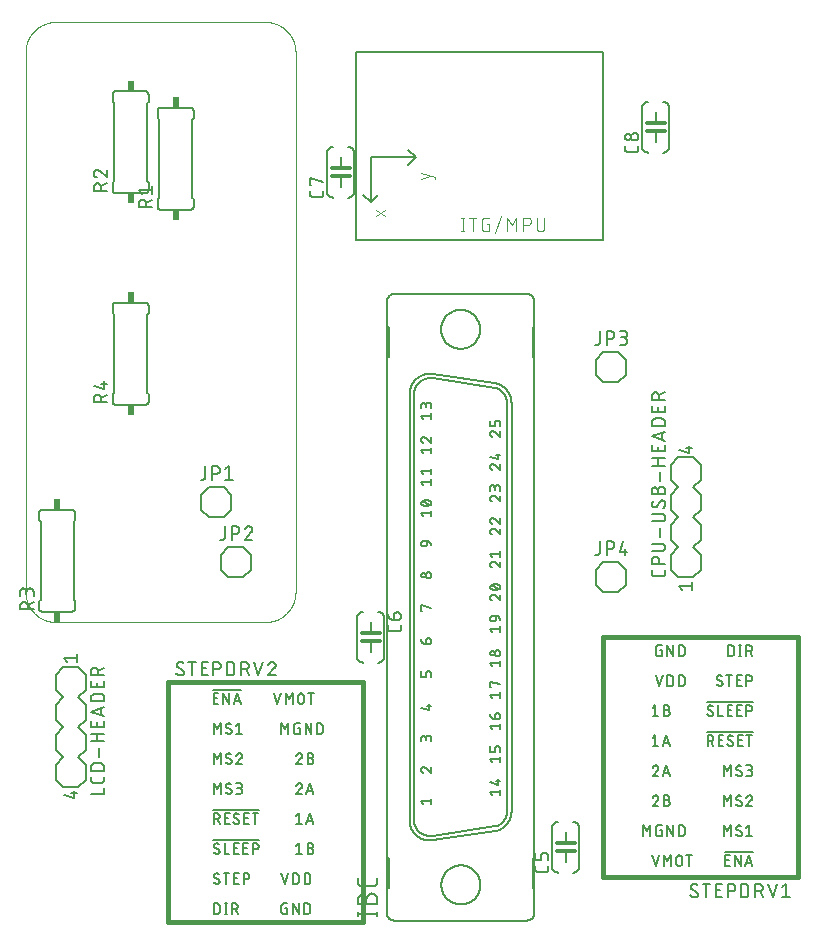
<source format=gbr>
G04 EAGLE Gerber RS-274X export*
G75*
%MOMM*%
%FSLAX34Y34*%
%LPD*%
%INSilkscreen Top*%
%IPPOS*%
%AMOC8*
5,1,8,0,0,1.08239X$1,22.5*%
G01*
%ADD10C,0.152400*%
%ADD11C,0.127000*%
%ADD12C,0.177800*%
%ADD13C,0.406400*%
%ADD14C,0.101600*%
%ADD15C,0.000000*%
%ADD16R,0.609600X0.863600*%
%ADD17C,0.304800*%


D10*
X486664Y119126D02*
X433832Y111252D01*
X496570Y477520D02*
X496566Y477847D01*
X496554Y478173D01*
X496534Y478500D01*
X496506Y478825D01*
X496471Y479150D01*
X496427Y479474D01*
X496376Y479796D01*
X496316Y480118D01*
X496249Y480438D01*
X496175Y480756D01*
X496092Y481072D01*
X496002Y481386D01*
X495904Y481698D01*
X495799Y482007D01*
X495686Y482314D01*
X495566Y482618D01*
X495439Y482918D01*
X495304Y483216D01*
X495162Y483510D01*
X495013Y483801D01*
X494857Y484088D01*
X494694Y484372D01*
X494524Y484651D01*
X494348Y484926D01*
X494165Y485196D01*
X493975Y485462D01*
X493779Y485724D01*
X493577Y485980D01*
X493368Y486232D01*
X493154Y486478D01*
X492933Y486720D01*
X492707Y486955D01*
X492475Y487186D01*
X492238Y487410D01*
X491995Y487629D01*
X491747Y487841D01*
X491494Y488048D01*
X491236Y488249D01*
X490973Y488443D01*
X490705Y488630D01*
X490433Y488811D01*
X490157Y488986D01*
X489877Y489154D01*
X489592Y489314D01*
X489304Y489468D01*
X489012Y489615D01*
X488717Y489755D01*
X488418Y489887D01*
X488116Y490013D01*
X487812Y490131D01*
X487504Y490241D01*
X487194Y490344D01*
X486882Y490439D01*
X486567Y490527D01*
X486250Y490607D01*
X434162Y498295D02*
X433839Y498361D01*
X433515Y498419D01*
X433190Y498470D01*
X432863Y498512D01*
X432536Y498547D01*
X432208Y498573D01*
X431879Y498591D01*
X431550Y498602D01*
X431220Y498604D01*
X430891Y498598D01*
X430562Y498584D01*
X430234Y498562D01*
X429906Y498532D01*
X429579Y498494D01*
X429252Y498448D01*
X428928Y498394D01*
X428604Y498333D01*
X428282Y498263D01*
X427962Y498185D01*
X427644Y498100D01*
X427328Y498007D01*
X427015Y497906D01*
X426704Y497797D01*
X426396Y497681D01*
X426091Y497558D01*
X425788Y497427D01*
X425490Y497289D01*
X425194Y497143D01*
X424903Y496990D01*
X424615Y496830D01*
X424331Y496664D01*
X424051Y496490D01*
X423776Y496309D01*
X423505Y496122D01*
X423238Y495928D01*
X422977Y495728D01*
X422721Y495521D01*
X422469Y495309D01*
X422223Y495090D01*
X421983Y494865D01*
X421748Y494634D01*
X421518Y494398D01*
X421295Y494156D01*
X421077Y493909D01*
X420866Y493657D01*
X420661Y493399D01*
X420462Y493136D01*
X420270Y492869D01*
X420084Y492597D01*
X419905Y492321D01*
X419733Y492040D01*
X419567Y491755D01*
X419409Y491467D01*
X419258Y491174D01*
X419114Y490878D01*
X418977Y490578D01*
X418848Y490275D01*
X418726Y489970D01*
X418612Y489661D01*
X418505Y489349D01*
X418406Y489035D01*
X418314Y488719D01*
X418231Y488400D01*
X418155Y488080D01*
X418087Y487758D01*
X418027Y487434D01*
X417975Y487109D01*
X417931Y486782D01*
X417894Y486455D01*
X417866Y486127D01*
X417846Y485798D01*
X417834Y485469D01*
X417830Y485140D01*
X434086Y498348D02*
X486410Y490474D01*
X417830Y485140D02*
X417830Y124460D01*
X417834Y124134D01*
X417846Y123808D01*
X417866Y123483D01*
X417893Y123158D01*
X417929Y122834D01*
X417972Y122510D01*
X418023Y122188D01*
X418082Y121868D01*
X418149Y121549D01*
X418223Y121231D01*
X418305Y120916D01*
X418395Y120602D01*
X418492Y120291D01*
X418597Y119982D01*
X418709Y119676D01*
X418828Y119373D01*
X418955Y119072D01*
X419089Y118775D01*
X419231Y118481D01*
X419379Y118191D01*
X419534Y117904D01*
X419696Y117621D01*
X419865Y117342D01*
X420041Y117068D01*
X420224Y116797D01*
X420412Y116532D01*
X420608Y116270D01*
X420809Y116014D01*
X421017Y115763D01*
X421230Y115516D01*
X421450Y115275D01*
X421675Y115040D01*
X421906Y114809D01*
X422143Y114585D01*
X422385Y114366D01*
X422632Y114154D01*
X422884Y113947D01*
X423141Y113746D01*
X423403Y113552D01*
X423669Y113364D01*
X423940Y113183D01*
X424215Y113008D01*
X424495Y112840D01*
X424778Y112679D01*
X425066Y112524D01*
X425356Y112377D01*
X425651Y112237D01*
X425948Y112104D01*
X426249Y111978D01*
X426553Y111860D01*
X426860Y111749D01*
X427169Y111645D01*
X427480Y111549D01*
X427794Y111460D01*
X428110Y111379D01*
X428428Y111306D01*
X428747Y111241D01*
X429068Y111183D01*
X429390Y111133D01*
X429714Y111091D01*
X430038Y111057D01*
X430363Y111030D01*
X430688Y111012D01*
X431014Y111001D01*
X431340Y110998D01*
X431666Y111003D01*
X431992Y111016D01*
X432317Y111037D01*
X432642Y111066D01*
X432966Y111103D01*
X433289Y111147D01*
X433611Y111199D01*
X433932Y111259D01*
X486495Y119051D02*
X486812Y119137D01*
X487126Y119232D01*
X487438Y119333D01*
X487747Y119443D01*
X488054Y119560D01*
X488358Y119684D01*
X488658Y119816D01*
X488956Y119954D01*
X489250Y120101D01*
X489540Y120254D01*
X489826Y120414D01*
X490109Y120581D01*
X490387Y120755D01*
X490661Y120936D01*
X490930Y121124D01*
X491195Y121318D01*
X491455Y121518D01*
X491710Y121725D01*
X491960Y121937D01*
X492204Y122156D01*
X492443Y122381D01*
X492677Y122611D01*
X492905Y122847D01*
X493127Y123089D01*
X493343Y123336D01*
X493554Y123588D01*
X493757Y123845D01*
X493955Y124107D01*
X494146Y124374D01*
X494331Y124645D01*
X494509Y124921D01*
X494680Y125201D01*
X494844Y125485D01*
X495001Y125773D01*
X495151Y126065D01*
X495295Y126360D01*
X495430Y126659D01*
X495559Y126961D01*
X495680Y127266D01*
X495794Y127574D01*
X495900Y127885D01*
X495998Y128198D01*
X496089Y128513D01*
X496172Y128831D01*
X496247Y129150D01*
X496315Y129471D01*
X496374Y129794D01*
X496426Y130118D01*
X496470Y130443D01*
X496506Y130769D01*
X496534Y131096D01*
X496554Y131424D01*
X496566Y131752D01*
X496570Y132080D01*
X496570Y477520D01*
X518160Y67310D02*
X519430Y67310D01*
X519430Y92710D01*
X518160Y92710D02*
X518160Y67310D01*
X518160Y92710D02*
X519430Y92710D01*
X519430Y516890D01*
X519430Y67310D02*
X519430Y45720D01*
X519428Y45562D01*
X519422Y45403D01*
X519412Y45245D01*
X519398Y45088D01*
X519381Y44930D01*
X519359Y44774D01*
X519334Y44617D01*
X519304Y44462D01*
X519271Y44307D01*
X519234Y44153D01*
X519193Y44000D01*
X519148Y43848D01*
X519099Y43698D01*
X519047Y43548D01*
X518991Y43400D01*
X518931Y43253D01*
X518868Y43108D01*
X518801Y42965D01*
X518731Y42823D01*
X518657Y42683D01*
X518579Y42545D01*
X518498Y42409D01*
X518414Y42275D01*
X518327Y42143D01*
X518236Y42013D01*
X518142Y41886D01*
X518045Y41761D01*
X517944Y41638D01*
X517841Y41518D01*
X517735Y41401D01*
X517626Y41286D01*
X517514Y41174D01*
X517399Y41065D01*
X517282Y40959D01*
X517162Y40856D01*
X517039Y40755D01*
X516914Y40658D01*
X516787Y40564D01*
X516657Y40473D01*
X516525Y40386D01*
X516391Y40302D01*
X516255Y40221D01*
X516117Y40143D01*
X515977Y40069D01*
X515835Y39999D01*
X515692Y39932D01*
X515547Y39869D01*
X515400Y39809D01*
X515252Y39753D01*
X515102Y39701D01*
X514952Y39652D01*
X514800Y39607D01*
X514647Y39566D01*
X514493Y39529D01*
X514338Y39496D01*
X514183Y39466D01*
X514026Y39441D01*
X513870Y39419D01*
X513712Y39402D01*
X513555Y39388D01*
X513397Y39378D01*
X513238Y39372D01*
X513080Y39370D01*
X519430Y563880D02*
X519428Y564038D01*
X519422Y564197D01*
X519412Y564355D01*
X519398Y564512D01*
X519381Y564670D01*
X519359Y564826D01*
X519334Y564983D01*
X519304Y565138D01*
X519271Y565293D01*
X519234Y565447D01*
X519193Y565600D01*
X519148Y565752D01*
X519099Y565902D01*
X519047Y566052D01*
X518991Y566200D01*
X518931Y566347D01*
X518868Y566492D01*
X518801Y566635D01*
X518731Y566777D01*
X518657Y566917D01*
X518579Y567055D01*
X518498Y567191D01*
X518414Y567325D01*
X518327Y567457D01*
X518236Y567587D01*
X518142Y567714D01*
X518045Y567839D01*
X517944Y567962D01*
X517841Y568082D01*
X517735Y568199D01*
X517626Y568314D01*
X517514Y568426D01*
X517399Y568535D01*
X517282Y568641D01*
X517162Y568744D01*
X517039Y568845D01*
X516914Y568942D01*
X516787Y569036D01*
X516657Y569127D01*
X516525Y569214D01*
X516391Y569298D01*
X516255Y569379D01*
X516117Y569457D01*
X515977Y569531D01*
X515835Y569601D01*
X515692Y569668D01*
X515547Y569731D01*
X515400Y569791D01*
X515252Y569847D01*
X515102Y569899D01*
X514952Y569948D01*
X514800Y569993D01*
X514647Y570034D01*
X514493Y570071D01*
X514338Y570104D01*
X514183Y570134D01*
X514026Y570159D01*
X513870Y570181D01*
X513712Y570198D01*
X513555Y570212D01*
X513397Y570222D01*
X513238Y570228D01*
X513080Y570230D01*
X394970Y563880D02*
X394970Y542290D01*
X401320Y570230D02*
X513080Y570230D01*
X401320Y570230D02*
X401162Y570228D01*
X401003Y570222D01*
X400845Y570212D01*
X400688Y570198D01*
X400530Y570181D01*
X400374Y570159D01*
X400217Y570134D01*
X400062Y570104D01*
X399907Y570071D01*
X399753Y570034D01*
X399600Y569993D01*
X399448Y569948D01*
X399298Y569899D01*
X399148Y569847D01*
X399000Y569791D01*
X398853Y569731D01*
X398708Y569668D01*
X398565Y569601D01*
X398423Y569531D01*
X398283Y569457D01*
X398145Y569379D01*
X398009Y569298D01*
X397875Y569214D01*
X397743Y569127D01*
X397613Y569036D01*
X397486Y568942D01*
X397361Y568845D01*
X397238Y568744D01*
X397118Y568641D01*
X397001Y568535D01*
X396886Y568426D01*
X396774Y568314D01*
X396665Y568199D01*
X396559Y568082D01*
X396456Y567962D01*
X396355Y567839D01*
X396258Y567714D01*
X396164Y567587D01*
X396073Y567457D01*
X395986Y567325D01*
X395902Y567191D01*
X395821Y567055D01*
X395743Y566917D01*
X395669Y566777D01*
X395599Y566635D01*
X395532Y566492D01*
X395469Y566347D01*
X395409Y566200D01*
X395353Y566052D01*
X395301Y565902D01*
X395252Y565752D01*
X395207Y565600D01*
X395166Y565447D01*
X395129Y565293D01*
X395096Y565138D01*
X395066Y564983D01*
X395041Y564826D01*
X395019Y564670D01*
X395002Y564512D01*
X394988Y564355D01*
X394978Y564197D01*
X394972Y564038D01*
X394970Y563880D01*
X401320Y39370D02*
X513080Y39370D01*
X401320Y39370D02*
X401162Y39372D01*
X401003Y39378D01*
X400845Y39388D01*
X400688Y39402D01*
X400530Y39419D01*
X400374Y39441D01*
X400217Y39466D01*
X400062Y39496D01*
X399907Y39529D01*
X399753Y39566D01*
X399600Y39607D01*
X399448Y39652D01*
X399298Y39701D01*
X399148Y39753D01*
X399000Y39809D01*
X398853Y39869D01*
X398708Y39932D01*
X398565Y39999D01*
X398423Y40069D01*
X398283Y40143D01*
X398145Y40221D01*
X398009Y40302D01*
X397875Y40386D01*
X397743Y40473D01*
X397613Y40564D01*
X397486Y40658D01*
X397361Y40755D01*
X397238Y40856D01*
X397118Y40959D01*
X397001Y41065D01*
X396886Y41174D01*
X396774Y41286D01*
X396665Y41401D01*
X396559Y41518D01*
X396456Y41638D01*
X396355Y41761D01*
X396258Y41886D01*
X396164Y42013D01*
X396073Y42143D01*
X395986Y42275D01*
X395902Y42409D01*
X395821Y42545D01*
X395743Y42683D01*
X395669Y42823D01*
X395599Y42965D01*
X395532Y43108D01*
X395469Y43253D01*
X395409Y43400D01*
X395353Y43548D01*
X395301Y43698D01*
X395252Y43848D01*
X395207Y44000D01*
X395166Y44153D01*
X395129Y44307D01*
X395096Y44462D01*
X395066Y44617D01*
X395041Y44774D01*
X395019Y44930D01*
X395002Y45088D01*
X394988Y45245D01*
X394978Y45403D01*
X394972Y45562D01*
X394970Y45720D01*
X518160Y516890D02*
X519430Y516890D01*
X519430Y542290D01*
X518160Y542290D02*
X518160Y516890D01*
X518160Y542290D02*
X519430Y542290D01*
X519430Y563880D01*
X396240Y516890D02*
X394970Y516890D01*
X394970Y92710D01*
X396240Y516890D02*
X396240Y542290D01*
X394970Y542290D01*
X394970Y516890D01*
X394970Y67310D02*
X396240Y67310D01*
X394970Y67310D02*
X394970Y45720D01*
X396240Y67310D02*
X396240Y92710D01*
X394970Y92710D01*
X394970Y67310D01*
X414020Y124460D02*
X414020Y485140D01*
X434086Y502158D02*
X485902Y494538D01*
X434679Y502080D02*
X434268Y502157D01*
X433855Y502224D01*
X433441Y502281D01*
X433025Y502328D01*
X432608Y502365D01*
X432191Y502392D01*
X431773Y502408D01*
X431354Y502415D01*
X430936Y502411D01*
X430518Y502398D01*
X430100Y502374D01*
X429683Y502340D01*
X429267Y502296D01*
X428852Y502241D01*
X428439Y502177D01*
X428027Y502103D01*
X427617Y502019D01*
X427210Y501925D01*
X426804Y501821D01*
X426402Y501707D01*
X426002Y501584D01*
X425605Y501451D01*
X425212Y501309D01*
X424822Y501156D01*
X424436Y500995D01*
X424054Y500824D01*
X423676Y500644D01*
X423303Y500455D01*
X422935Y500257D01*
X422571Y500050D01*
X422213Y499835D01*
X421859Y499610D01*
X421512Y499378D01*
X421170Y499137D01*
X420834Y498887D01*
X420504Y498630D01*
X420180Y498365D01*
X419863Y498092D01*
X419553Y497811D01*
X419250Y497523D01*
X418953Y497228D01*
X418664Y496925D01*
X418383Y496616D01*
X418109Y496300D01*
X417842Y495977D01*
X417584Y495648D01*
X417333Y495313D01*
X417091Y494972D01*
X416857Y494625D01*
X416632Y494273D01*
X416415Y493915D01*
X416207Y493552D01*
X416007Y493184D01*
X415817Y492812D01*
X415636Y492435D01*
X415464Y492053D01*
X415301Y491668D01*
X415147Y491279D01*
X415004Y490886D01*
X414869Y490490D01*
X414744Y490090D01*
X414629Y489688D01*
X414524Y489283D01*
X414429Y488876D01*
X414343Y488466D01*
X414268Y488055D01*
X414202Y487641D01*
X414147Y487227D01*
X414101Y486811D01*
X414066Y486394D01*
X414040Y485976D01*
X414025Y485558D01*
X414020Y485140D01*
X486664Y115316D02*
X433832Y107442D01*
X434679Y107523D02*
X434267Y107446D01*
X433855Y107379D01*
X433440Y107322D01*
X433024Y107275D01*
X432608Y107238D01*
X432190Y107211D01*
X431772Y107195D01*
X431354Y107188D01*
X430936Y107192D01*
X430518Y107205D01*
X430100Y107229D01*
X429683Y107263D01*
X429267Y107307D01*
X428852Y107361D01*
X428439Y107425D01*
X428027Y107499D01*
X427617Y107583D01*
X427209Y107677D01*
X426804Y107781D01*
X426402Y107895D01*
X426002Y108018D01*
X425605Y108151D01*
X425212Y108294D01*
X424822Y108446D01*
X424436Y108607D01*
X424054Y108778D01*
X423677Y108958D01*
X423303Y109147D01*
X422935Y109344D01*
X422571Y109551D01*
X422213Y109767D01*
X421859Y109991D01*
X421512Y110224D01*
X421170Y110465D01*
X420834Y110714D01*
X420504Y110971D01*
X420181Y111237D01*
X419864Y111510D01*
X419553Y111790D01*
X419250Y112078D01*
X418953Y112374D01*
X418664Y112676D01*
X418383Y112985D01*
X418109Y113301D01*
X417842Y113624D01*
X417584Y113953D01*
X417333Y114288D01*
X417091Y114629D01*
X416857Y114976D01*
X416632Y115328D01*
X416415Y115686D01*
X416207Y116049D01*
X416007Y116416D01*
X415817Y116789D01*
X415636Y117166D01*
X415464Y117547D01*
X415301Y117933D01*
X415147Y118322D01*
X415004Y118715D01*
X414869Y119111D01*
X414744Y119510D01*
X414629Y119912D01*
X414524Y120317D01*
X414429Y120725D01*
X414343Y121134D01*
X414268Y121546D01*
X414202Y121959D01*
X414147Y122373D01*
X414101Y122789D01*
X414066Y123206D01*
X414040Y123624D01*
X414025Y124042D01*
X414020Y124460D01*
X500380Y132080D02*
X500380Y477520D01*
X500380Y132080D02*
X500375Y131659D01*
X500359Y131238D01*
X500334Y130818D01*
X500298Y130398D01*
X500252Y129980D01*
X500196Y129562D01*
X500129Y129147D01*
X500053Y128733D01*
X499966Y128321D01*
X499869Y127911D01*
X499763Y127504D01*
X499646Y127099D01*
X499520Y126697D01*
X499384Y126299D01*
X499238Y125904D01*
X499083Y125513D01*
X498918Y125125D01*
X498744Y124742D01*
X498560Y124363D01*
X498368Y123989D01*
X498166Y123619D01*
X497955Y123255D01*
X497736Y122895D01*
X497507Y122542D01*
X497271Y122193D01*
X497025Y121851D01*
X496772Y121515D01*
X496510Y121185D01*
X496241Y120862D01*
X495963Y120545D01*
X495679Y120235D01*
X495386Y119932D01*
X495086Y119636D01*
X494779Y119348D01*
X494466Y119068D01*
X494145Y118795D01*
X493818Y118529D01*
X493485Y118272D01*
X493145Y118024D01*
X492799Y117783D01*
X492448Y117551D01*
X492091Y117328D01*
X491729Y117113D01*
X491362Y116908D01*
X490989Y116711D01*
X490612Y116523D01*
X490231Y116345D01*
X489845Y116176D01*
X489456Y116017D01*
X489062Y115867D01*
X488665Y115726D01*
X488265Y115596D01*
X487862Y115475D01*
X487456Y115364D01*
X487047Y115263D01*
X486636Y115172D01*
X486223Y115091D01*
X485808Y115020D01*
X485391Y114960D01*
X500380Y477520D02*
X500375Y477943D01*
X500359Y478365D01*
X500333Y478786D01*
X500297Y479207D01*
X500251Y479627D01*
X500194Y480045D01*
X500127Y480462D01*
X500050Y480878D01*
X499963Y481291D01*
X499865Y481702D01*
X499758Y482110D01*
X499641Y482516D01*
X499514Y482919D01*
X499377Y483318D01*
X499230Y483714D01*
X499074Y484107D01*
X498908Y484495D01*
X498732Y484879D01*
X498548Y485259D01*
X498354Y485634D01*
X498151Y486005D01*
X497939Y486370D01*
X497718Y486730D01*
X497488Y487084D01*
X497250Y487433D01*
X497003Y487776D01*
X496748Y488113D01*
X496485Y488443D01*
X496214Y488767D01*
X495935Y489084D01*
X495648Y489394D01*
X495354Y489697D01*
X495053Y489993D01*
X494744Y490281D01*
X494428Y490562D01*
X494106Y490835D01*
X493777Y491100D01*
X493442Y491357D01*
X493100Y491605D01*
X492753Y491845D01*
X492400Y492077D01*
X492041Y492300D01*
X491677Y492514D01*
X491308Y492719D01*
X490934Y492915D01*
X490555Y493101D01*
X490171Y493279D01*
X489784Y493447D01*
X489392Y493605D01*
X488997Y493754D01*
X488598Y493893D01*
X488196Y494022D01*
X487791Y494142D01*
X487383Y494251D01*
X486973Y494351D01*
X486560Y494440D01*
X486145Y494520D01*
X485729Y494589D01*
X485311Y494648D01*
X484891Y494697D01*
X484470Y494735D01*
X484049Y494763D01*
X440944Y69596D02*
X440949Y70001D01*
X440964Y70406D01*
X440989Y70811D01*
X441024Y71214D01*
X441068Y71617D01*
X441123Y72019D01*
X441187Y72419D01*
X441261Y72817D01*
X441345Y73213D01*
X441439Y73608D01*
X441542Y73999D01*
X441655Y74389D01*
X441777Y74775D01*
X441909Y75158D01*
X442050Y75538D01*
X442201Y75914D01*
X442360Y76287D01*
X442529Y76655D01*
X442707Y77019D01*
X442893Y77379D01*
X443089Y77734D01*
X443293Y78084D01*
X443505Y78429D01*
X443726Y78768D01*
X443956Y79103D01*
X444193Y79431D01*
X444438Y79753D01*
X444692Y80070D01*
X444952Y80380D01*
X445221Y80683D01*
X445497Y80980D01*
X445780Y81270D01*
X446070Y81553D01*
X446367Y81829D01*
X446670Y82098D01*
X446980Y82358D01*
X447297Y82612D01*
X447619Y82857D01*
X447947Y83094D01*
X448282Y83324D01*
X448621Y83545D01*
X448966Y83757D01*
X449316Y83961D01*
X449671Y84157D01*
X450031Y84343D01*
X450395Y84521D01*
X450763Y84690D01*
X451136Y84849D01*
X451512Y85000D01*
X451892Y85141D01*
X452275Y85273D01*
X452661Y85395D01*
X453051Y85508D01*
X453442Y85611D01*
X453837Y85705D01*
X454233Y85789D01*
X454631Y85863D01*
X455031Y85927D01*
X455433Y85982D01*
X455836Y86026D01*
X456239Y86061D01*
X456644Y86086D01*
X457049Y86101D01*
X457454Y86106D01*
X457859Y86101D01*
X458264Y86086D01*
X458669Y86061D01*
X459072Y86026D01*
X459475Y85982D01*
X459877Y85927D01*
X460277Y85863D01*
X460675Y85789D01*
X461071Y85705D01*
X461466Y85611D01*
X461857Y85508D01*
X462247Y85395D01*
X462633Y85273D01*
X463016Y85141D01*
X463396Y85000D01*
X463772Y84849D01*
X464145Y84690D01*
X464513Y84521D01*
X464877Y84343D01*
X465237Y84157D01*
X465592Y83961D01*
X465942Y83757D01*
X466287Y83545D01*
X466626Y83324D01*
X466961Y83094D01*
X467289Y82857D01*
X467611Y82612D01*
X467928Y82358D01*
X468238Y82098D01*
X468541Y81829D01*
X468838Y81553D01*
X469128Y81270D01*
X469411Y80980D01*
X469687Y80683D01*
X469956Y80380D01*
X470216Y80070D01*
X470470Y79753D01*
X470715Y79431D01*
X470952Y79103D01*
X471182Y78768D01*
X471403Y78429D01*
X471615Y78084D01*
X471819Y77734D01*
X472015Y77379D01*
X472201Y77019D01*
X472379Y76655D01*
X472548Y76287D01*
X472707Y75914D01*
X472858Y75538D01*
X472999Y75158D01*
X473131Y74775D01*
X473253Y74389D01*
X473366Y73999D01*
X473469Y73608D01*
X473563Y73213D01*
X473647Y72817D01*
X473721Y72419D01*
X473785Y72019D01*
X473840Y71617D01*
X473884Y71214D01*
X473919Y70811D01*
X473944Y70406D01*
X473959Y70001D01*
X473964Y69596D01*
X473959Y69191D01*
X473944Y68786D01*
X473919Y68381D01*
X473884Y67978D01*
X473840Y67575D01*
X473785Y67173D01*
X473721Y66773D01*
X473647Y66375D01*
X473563Y65979D01*
X473469Y65584D01*
X473366Y65193D01*
X473253Y64803D01*
X473131Y64417D01*
X472999Y64034D01*
X472858Y63654D01*
X472707Y63278D01*
X472548Y62905D01*
X472379Y62537D01*
X472201Y62173D01*
X472015Y61813D01*
X471819Y61458D01*
X471615Y61108D01*
X471403Y60763D01*
X471182Y60424D01*
X470952Y60089D01*
X470715Y59761D01*
X470470Y59439D01*
X470216Y59122D01*
X469956Y58812D01*
X469687Y58509D01*
X469411Y58212D01*
X469128Y57922D01*
X468838Y57639D01*
X468541Y57363D01*
X468238Y57094D01*
X467928Y56834D01*
X467611Y56580D01*
X467289Y56335D01*
X466961Y56098D01*
X466626Y55868D01*
X466287Y55647D01*
X465942Y55435D01*
X465592Y55231D01*
X465237Y55035D01*
X464877Y54849D01*
X464513Y54671D01*
X464145Y54502D01*
X463772Y54343D01*
X463396Y54192D01*
X463016Y54051D01*
X462633Y53919D01*
X462247Y53797D01*
X461857Y53684D01*
X461466Y53581D01*
X461071Y53487D01*
X460675Y53403D01*
X460277Y53329D01*
X459877Y53265D01*
X459475Y53210D01*
X459072Y53166D01*
X458669Y53131D01*
X458264Y53106D01*
X457859Y53091D01*
X457454Y53086D01*
X457049Y53091D01*
X456644Y53106D01*
X456239Y53131D01*
X455836Y53166D01*
X455433Y53210D01*
X455031Y53265D01*
X454631Y53329D01*
X454233Y53403D01*
X453837Y53487D01*
X453442Y53581D01*
X453051Y53684D01*
X452661Y53797D01*
X452275Y53919D01*
X451892Y54051D01*
X451512Y54192D01*
X451136Y54343D01*
X450763Y54502D01*
X450395Y54671D01*
X450031Y54849D01*
X449671Y55035D01*
X449316Y55231D01*
X448966Y55435D01*
X448621Y55647D01*
X448282Y55868D01*
X447947Y56098D01*
X447619Y56335D01*
X447297Y56580D01*
X446980Y56834D01*
X446670Y57094D01*
X446367Y57363D01*
X446070Y57639D01*
X445780Y57922D01*
X445497Y58212D01*
X445221Y58509D01*
X444952Y58812D01*
X444692Y59122D01*
X444438Y59439D01*
X444193Y59761D01*
X443956Y60089D01*
X443726Y60424D01*
X443505Y60763D01*
X443293Y61108D01*
X443089Y61458D01*
X442893Y61813D01*
X442707Y62173D01*
X442529Y62537D01*
X442360Y62905D01*
X442201Y63278D01*
X442050Y63654D01*
X441909Y64034D01*
X441777Y64417D01*
X441655Y64803D01*
X441542Y65193D01*
X441439Y65584D01*
X441345Y65979D01*
X441261Y66375D01*
X441187Y66773D01*
X441123Y67173D01*
X441068Y67575D01*
X441024Y67978D01*
X440989Y68381D01*
X440964Y68786D01*
X440949Y69191D01*
X440944Y69596D01*
X440690Y540004D02*
X440695Y540409D01*
X440710Y540814D01*
X440735Y541219D01*
X440770Y541622D01*
X440814Y542025D01*
X440869Y542427D01*
X440933Y542827D01*
X441007Y543225D01*
X441091Y543621D01*
X441185Y544016D01*
X441288Y544407D01*
X441401Y544797D01*
X441523Y545183D01*
X441655Y545566D01*
X441796Y545946D01*
X441947Y546322D01*
X442106Y546695D01*
X442275Y547063D01*
X442453Y547427D01*
X442639Y547787D01*
X442835Y548142D01*
X443039Y548492D01*
X443251Y548837D01*
X443472Y549176D01*
X443702Y549511D01*
X443939Y549839D01*
X444184Y550161D01*
X444438Y550478D01*
X444698Y550788D01*
X444967Y551091D01*
X445243Y551388D01*
X445526Y551678D01*
X445816Y551961D01*
X446113Y552237D01*
X446416Y552506D01*
X446726Y552766D01*
X447043Y553020D01*
X447365Y553265D01*
X447693Y553502D01*
X448028Y553732D01*
X448367Y553953D01*
X448712Y554165D01*
X449062Y554369D01*
X449417Y554565D01*
X449777Y554751D01*
X450141Y554929D01*
X450509Y555098D01*
X450882Y555257D01*
X451258Y555408D01*
X451638Y555549D01*
X452021Y555681D01*
X452407Y555803D01*
X452797Y555916D01*
X453188Y556019D01*
X453583Y556113D01*
X453979Y556197D01*
X454377Y556271D01*
X454777Y556335D01*
X455179Y556390D01*
X455582Y556434D01*
X455985Y556469D01*
X456390Y556494D01*
X456795Y556509D01*
X457200Y556514D01*
X457605Y556509D01*
X458010Y556494D01*
X458415Y556469D01*
X458818Y556434D01*
X459221Y556390D01*
X459623Y556335D01*
X460023Y556271D01*
X460421Y556197D01*
X460817Y556113D01*
X461212Y556019D01*
X461603Y555916D01*
X461993Y555803D01*
X462379Y555681D01*
X462762Y555549D01*
X463142Y555408D01*
X463518Y555257D01*
X463891Y555098D01*
X464259Y554929D01*
X464623Y554751D01*
X464983Y554565D01*
X465338Y554369D01*
X465688Y554165D01*
X466033Y553953D01*
X466372Y553732D01*
X466707Y553502D01*
X467035Y553265D01*
X467357Y553020D01*
X467674Y552766D01*
X467984Y552506D01*
X468287Y552237D01*
X468584Y551961D01*
X468874Y551678D01*
X469157Y551388D01*
X469433Y551091D01*
X469702Y550788D01*
X469962Y550478D01*
X470216Y550161D01*
X470461Y549839D01*
X470698Y549511D01*
X470928Y549176D01*
X471149Y548837D01*
X471361Y548492D01*
X471565Y548142D01*
X471761Y547787D01*
X471947Y547427D01*
X472125Y547063D01*
X472294Y546695D01*
X472453Y546322D01*
X472604Y545946D01*
X472745Y545566D01*
X472877Y545183D01*
X472999Y544797D01*
X473112Y544407D01*
X473215Y544016D01*
X473309Y543621D01*
X473393Y543225D01*
X473467Y542827D01*
X473531Y542427D01*
X473586Y542025D01*
X473630Y541622D01*
X473665Y541219D01*
X473690Y540814D01*
X473705Y540409D01*
X473710Y540004D01*
X473705Y539599D01*
X473690Y539194D01*
X473665Y538789D01*
X473630Y538386D01*
X473586Y537983D01*
X473531Y537581D01*
X473467Y537181D01*
X473393Y536783D01*
X473309Y536387D01*
X473215Y535992D01*
X473112Y535601D01*
X472999Y535211D01*
X472877Y534825D01*
X472745Y534442D01*
X472604Y534062D01*
X472453Y533686D01*
X472294Y533313D01*
X472125Y532945D01*
X471947Y532581D01*
X471761Y532221D01*
X471565Y531866D01*
X471361Y531516D01*
X471149Y531171D01*
X470928Y530832D01*
X470698Y530497D01*
X470461Y530169D01*
X470216Y529847D01*
X469962Y529530D01*
X469702Y529220D01*
X469433Y528917D01*
X469157Y528620D01*
X468874Y528330D01*
X468584Y528047D01*
X468287Y527771D01*
X467984Y527502D01*
X467674Y527242D01*
X467357Y526988D01*
X467035Y526743D01*
X466707Y526506D01*
X466372Y526276D01*
X466033Y526055D01*
X465688Y525843D01*
X465338Y525639D01*
X464983Y525443D01*
X464623Y525257D01*
X464259Y525079D01*
X463891Y524910D01*
X463518Y524751D01*
X463142Y524600D01*
X462762Y524459D01*
X462379Y524327D01*
X461993Y524205D01*
X461603Y524092D01*
X461212Y523989D01*
X460817Y523895D01*
X460421Y523811D01*
X460023Y523737D01*
X459623Y523673D01*
X459221Y523618D01*
X458818Y523574D01*
X458415Y523539D01*
X458010Y523514D01*
X457605Y523499D01*
X457200Y523494D01*
X456795Y523499D01*
X456390Y523514D01*
X455985Y523539D01*
X455582Y523574D01*
X455179Y523618D01*
X454777Y523673D01*
X454377Y523737D01*
X453979Y523811D01*
X453583Y523895D01*
X453188Y523989D01*
X452797Y524092D01*
X452407Y524205D01*
X452021Y524327D01*
X451638Y524459D01*
X451258Y524600D01*
X450882Y524751D01*
X450509Y524910D01*
X450141Y525079D01*
X449777Y525257D01*
X449417Y525443D01*
X449062Y525639D01*
X448712Y525843D01*
X448367Y526055D01*
X448028Y526276D01*
X447693Y526506D01*
X447365Y526743D01*
X447043Y526988D01*
X446726Y527242D01*
X446416Y527502D01*
X446113Y527771D01*
X445816Y528047D01*
X445526Y528330D01*
X445243Y528620D01*
X444967Y528917D01*
X444698Y529220D01*
X444438Y529530D01*
X444184Y529847D01*
X443939Y530169D01*
X443702Y530497D01*
X443472Y530832D01*
X443251Y531171D01*
X443039Y531516D01*
X442835Y531866D01*
X442639Y532221D01*
X442453Y532581D01*
X442275Y532945D01*
X442106Y533313D01*
X441947Y533686D01*
X441796Y534062D01*
X441655Y534442D01*
X441523Y534825D01*
X441401Y535211D01*
X441288Y535601D01*
X441185Y535992D01*
X441091Y536387D01*
X441007Y536783D01*
X440933Y537181D01*
X440869Y537581D01*
X440814Y537983D01*
X440770Y538386D01*
X440735Y538789D01*
X440710Y539194D01*
X440695Y539599D01*
X440690Y540004D01*
D11*
X423799Y140194D02*
X425718Y137795D01*
X423799Y140194D02*
X432435Y140194D01*
X432435Y137795D02*
X432435Y142593D01*
X423799Y167104D02*
X423801Y167196D01*
X423807Y167287D01*
X423816Y167378D01*
X423830Y167469D01*
X423847Y167559D01*
X423869Y167648D01*
X423894Y167736D01*
X423922Y167823D01*
X423955Y167909D01*
X423991Y167993D01*
X424030Y168076D01*
X424073Y168157D01*
X424120Y168236D01*
X424169Y168313D01*
X424222Y168388D01*
X424278Y168460D01*
X424337Y168530D01*
X424399Y168598D01*
X424464Y168663D01*
X424532Y168725D01*
X424602Y168784D01*
X424674Y168840D01*
X424749Y168893D01*
X424826Y168942D01*
X424905Y168989D01*
X424986Y169032D01*
X425069Y169071D01*
X425153Y169107D01*
X425239Y169140D01*
X425326Y169168D01*
X425414Y169193D01*
X425503Y169215D01*
X425593Y169232D01*
X425684Y169246D01*
X425775Y169255D01*
X425866Y169261D01*
X425958Y169263D01*
X423799Y167104D02*
X423801Y167001D01*
X423807Y166899D01*
X423816Y166797D01*
X423829Y166695D01*
X423846Y166594D01*
X423867Y166493D01*
X423891Y166394D01*
X423920Y166295D01*
X423951Y166198D01*
X423987Y166101D01*
X424025Y166006D01*
X424068Y165913D01*
X424114Y165821D01*
X424163Y165731D01*
X424215Y165643D01*
X424271Y165556D01*
X424330Y165472D01*
X424391Y165391D01*
X424456Y165311D01*
X424524Y165234D01*
X424595Y165159D01*
X424668Y165088D01*
X424744Y165019D01*
X424822Y164952D01*
X424903Y164889D01*
X424986Y164829D01*
X425071Y164772D01*
X425158Y164718D01*
X425248Y164667D01*
X425339Y164620D01*
X425431Y164576D01*
X425526Y164535D01*
X425621Y164498D01*
X425718Y164465D01*
X427637Y168543D02*
X427571Y168610D01*
X427502Y168674D01*
X427431Y168735D01*
X427357Y168793D01*
X427281Y168848D01*
X427203Y168900D01*
X427123Y168949D01*
X427041Y168995D01*
X426957Y169037D01*
X426871Y169076D01*
X426784Y169111D01*
X426696Y169142D01*
X426606Y169170D01*
X426516Y169195D01*
X426424Y169216D01*
X426332Y169233D01*
X426239Y169246D01*
X426146Y169255D01*
X426052Y169261D01*
X425958Y169263D01*
X427637Y168543D02*
X432435Y164465D01*
X432435Y169263D01*
X432435Y191135D02*
X432435Y193534D01*
X432433Y193631D01*
X432427Y193727D01*
X432418Y193823D01*
X432404Y193919D01*
X432387Y194014D01*
X432365Y194108D01*
X432340Y194201D01*
X432312Y194294D01*
X432279Y194385D01*
X432243Y194474D01*
X432203Y194562D01*
X432160Y194649D01*
X432114Y194734D01*
X432064Y194816D01*
X432010Y194897D01*
X431954Y194975D01*
X431894Y195051D01*
X431832Y195125D01*
X431766Y195196D01*
X431698Y195264D01*
X431627Y195330D01*
X431553Y195392D01*
X431477Y195452D01*
X431399Y195508D01*
X431318Y195562D01*
X431236Y195612D01*
X431151Y195658D01*
X431064Y195701D01*
X430976Y195741D01*
X430887Y195777D01*
X430796Y195810D01*
X430703Y195838D01*
X430610Y195863D01*
X430516Y195885D01*
X430421Y195902D01*
X430325Y195916D01*
X430229Y195925D01*
X430133Y195931D01*
X430036Y195933D01*
X429939Y195931D01*
X429843Y195925D01*
X429747Y195916D01*
X429651Y195902D01*
X429556Y195885D01*
X429462Y195863D01*
X429369Y195838D01*
X429276Y195810D01*
X429185Y195777D01*
X429096Y195741D01*
X429008Y195701D01*
X428921Y195658D01*
X428837Y195612D01*
X428754Y195562D01*
X428673Y195508D01*
X428595Y195452D01*
X428519Y195392D01*
X428445Y195330D01*
X428374Y195264D01*
X428306Y195196D01*
X428240Y195125D01*
X428178Y195051D01*
X428118Y194975D01*
X428062Y194897D01*
X428008Y194816D01*
X427958Y194734D01*
X427912Y194649D01*
X427869Y194562D01*
X427829Y194474D01*
X427793Y194385D01*
X427760Y194294D01*
X427732Y194201D01*
X427707Y194108D01*
X427685Y194014D01*
X427668Y193919D01*
X427654Y193823D01*
X427645Y193727D01*
X427639Y193631D01*
X427637Y193534D01*
X423799Y194014D02*
X423799Y191135D01*
X423799Y194014D02*
X423801Y194100D01*
X423807Y194186D01*
X423816Y194272D01*
X423830Y194357D01*
X423847Y194441D01*
X423868Y194525D01*
X423893Y194607D01*
X423921Y194688D01*
X423953Y194768D01*
X423989Y194847D01*
X424028Y194923D01*
X424071Y194998D01*
X424116Y195071D01*
X424165Y195142D01*
X424218Y195210D01*
X424273Y195277D01*
X424331Y195340D01*
X424392Y195401D01*
X424455Y195459D01*
X424522Y195514D01*
X424590Y195567D01*
X424661Y195616D01*
X424734Y195661D01*
X424809Y195704D01*
X424885Y195743D01*
X424964Y195779D01*
X425044Y195811D01*
X425125Y195839D01*
X425207Y195864D01*
X425291Y195885D01*
X425375Y195902D01*
X425460Y195916D01*
X425546Y195925D01*
X425632Y195931D01*
X425718Y195933D01*
X425804Y195931D01*
X425890Y195925D01*
X425976Y195916D01*
X426061Y195902D01*
X426145Y195885D01*
X426229Y195864D01*
X426311Y195839D01*
X426392Y195811D01*
X426472Y195779D01*
X426551Y195743D01*
X426627Y195704D01*
X426702Y195661D01*
X426775Y195616D01*
X426846Y195567D01*
X426914Y195514D01*
X426981Y195459D01*
X427044Y195401D01*
X427105Y195340D01*
X427163Y195277D01*
X427218Y195210D01*
X427271Y195142D01*
X427320Y195071D01*
X427365Y194998D01*
X427408Y194923D01*
X427447Y194847D01*
X427483Y194768D01*
X427515Y194688D01*
X427543Y194607D01*
X427568Y194525D01*
X427589Y194441D01*
X427606Y194357D01*
X427620Y194272D01*
X427629Y194186D01*
X427635Y194100D01*
X427637Y194014D01*
X427637Y192095D01*
X430516Y217805D02*
X423799Y219724D01*
X430516Y217805D02*
X430516Y222603D01*
X428597Y221163D02*
X432435Y221163D01*
X432435Y245745D02*
X432435Y248624D01*
X432433Y248710D01*
X432427Y248796D01*
X432418Y248882D01*
X432404Y248967D01*
X432387Y249051D01*
X432366Y249135D01*
X432341Y249217D01*
X432313Y249298D01*
X432281Y249378D01*
X432245Y249457D01*
X432206Y249533D01*
X432163Y249608D01*
X432118Y249681D01*
X432069Y249752D01*
X432016Y249820D01*
X431961Y249887D01*
X431903Y249950D01*
X431842Y250011D01*
X431779Y250069D01*
X431712Y250124D01*
X431644Y250177D01*
X431573Y250226D01*
X431500Y250271D01*
X431425Y250314D01*
X431349Y250353D01*
X431270Y250389D01*
X431190Y250421D01*
X431109Y250449D01*
X431027Y250474D01*
X430943Y250495D01*
X430859Y250512D01*
X430774Y250526D01*
X430688Y250535D01*
X430602Y250541D01*
X430516Y250543D01*
X429556Y250543D01*
X429470Y250541D01*
X429384Y250535D01*
X429298Y250526D01*
X429213Y250512D01*
X429129Y250495D01*
X429045Y250474D01*
X428963Y250449D01*
X428882Y250421D01*
X428802Y250389D01*
X428723Y250353D01*
X428647Y250314D01*
X428572Y250271D01*
X428499Y250226D01*
X428428Y250177D01*
X428360Y250124D01*
X428293Y250069D01*
X428230Y250011D01*
X428169Y249950D01*
X428111Y249887D01*
X428056Y249820D01*
X428004Y249752D01*
X427954Y249681D01*
X427909Y249608D01*
X427866Y249533D01*
X427827Y249457D01*
X427791Y249378D01*
X427759Y249298D01*
X427731Y249217D01*
X427706Y249135D01*
X427685Y249051D01*
X427668Y248967D01*
X427654Y248882D01*
X427645Y248796D01*
X427639Y248710D01*
X427637Y248624D01*
X427637Y245745D01*
X423799Y245745D01*
X423799Y250543D01*
X427637Y273685D02*
X427637Y276564D01*
X427639Y276650D01*
X427645Y276736D01*
X427654Y276822D01*
X427668Y276907D01*
X427685Y276991D01*
X427706Y277075D01*
X427731Y277157D01*
X427759Y277238D01*
X427791Y277318D01*
X427827Y277397D01*
X427866Y277473D01*
X427909Y277548D01*
X427954Y277621D01*
X428004Y277692D01*
X428056Y277760D01*
X428111Y277827D01*
X428169Y277890D01*
X428230Y277951D01*
X428293Y278009D01*
X428360Y278064D01*
X428428Y278117D01*
X428499Y278166D01*
X428572Y278211D01*
X428647Y278254D01*
X428723Y278293D01*
X428802Y278329D01*
X428882Y278361D01*
X428963Y278389D01*
X429046Y278414D01*
X429129Y278435D01*
X429213Y278452D01*
X429298Y278466D01*
X429384Y278475D01*
X429470Y278481D01*
X429556Y278483D01*
X430036Y278483D01*
X430133Y278481D01*
X430229Y278475D01*
X430325Y278466D01*
X430421Y278452D01*
X430516Y278435D01*
X430610Y278413D01*
X430703Y278388D01*
X430796Y278360D01*
X430887Y278327D01*
X430976Y278291D01*
X431064Y278251D01*
X431151Y278208D01*
X431236Y278162D01*
X431318Y278112D01*
X431399Y278058D01*
X431477Y278002D01*
X431553Y277942D01*
X431627Y277880D01*
X431698Y277814D01*
X431766Y277746D01*
X431832Y277675D01*
X431894Y277601D01*
X431954Y277525D01*
X432010Y277447D01*
X432064Y277366D01*
X432114Y277284D01*
X432160Y277199D01*
X432203Y277112D01*
X432243Y277024D01*
X432279Y276935D01*
X432312Y276844D01*
X432340Y276751D01*
X432365Y276658D01*
X432387Y276564D01*
X432404Y276469D01*
X432418Y276373D01*
X432427Y276277D01*
X432433Y276181D01*
X432435Y276084D01*
X432433Y275987D01*
X432427Y275891D01*
X432418Y275795D01*
X432404Y275699D01*
X432387Y275604D01*
X432365Y275510D01*
X432340Y275417D01*
X432312Y275324D01*
X432279Y275233D01*
X432243Y275144D01*
X432203Y275056D01*
X432160Y274969D01*
X432114Y274885D01*
X432064Y274802D01*
X432010Y274721D01*
X431954Y274643D01*
X431894Y274567D01*
X431832Y274493D01*
X431766Y274422D01*
X431698Y274354D01*
X431627Y274288D01*
X431553Y274226D01*
X431477Y274166D01*
X431399Y274110D01*
X431318Y274056D01*
X431236Y274006D01*
X431151Y273960D01*
X431064Y273917D01*
X430976Y273877D01*
X430887Y273841D01*
X430796Y273808D01*
X430703Y273780D01*
X430610Y273755D01*
X430516Y273733D01*
X430421Y273716D01*
X430325Y273702D01*
X430229Y273693D01*
X430133Y273687D01*
X430036Y273685D01*
X427637Y273685D01*
X427514Y273687D01*
X427391Y273693D01*
X427268Y273703D01*
X427146Y273717D01*
X427024Y273734D01*
X426903Y273756D01*
X426783Y273781D01*
X426663Y273811D01*
X426545Y273844D01*
X426428Y273881D01*
X426311Y273921D01*
X426197Y273965D01*
X426083Y274013D01*
X425972Y274065D01*
X425862Y274120D01*
X425754Y274179D01*
X425647Y274241D01*
X425543Y274306D01*
X425441Y274375D01*
X425341Y274447D01*
X425244Y274522D01*
X425149Y274601D01*
X425057Y274682D01*
X424967Y274766D01*
X424880Y274853D01*
X424796Y274943D01*
X424715Y275035D01*
X424636Y275130D01*
X424561Y275227D01*
X424489Y275327D01*
X424420Y275429D01*
X424355Y275533D01*
X424293Y275640D01*
X424234Y275748D01*
X424179Y275858D01*
X424127Y275969D01*
X424080Y276083D01*
X424035Y276197D01*
X423995Y276314D01*
X423958Y276431D01*
X423925Y276549D01*
X423895Y276669D01*
X423870Y276789D01*
X423848Y276910D01*
X423831Y277032D01*
X423817Y277154D01*
X423807Y277277D01*
X423801Y277400D01*
X423799Y277523D01*
X423799Y301625D02*
X424759Y301625D01*
X423799Y301625D02*
X423799Y306423D01*
X432435Y304024D01*
X430036Y329565D02*
X429939Y329567D01*
X429843Y329573D01*
X429747Y329582D01*
X429651Y329596D01*
X429556Y329613D01*
X429462Y329635D01*
X429369Y329660D01*
X429276Y329688D01*
X429185Y329721D01*
X429096Y329757D01*
X429008Y329797D01*
X428921Y329840D01*
X428837Y329886D01*
X428754Y329936D01*
X428673Y329990D01*
X428595Y330046D01*
X428519Y330106D01*
X428445Y330168D01*
X428374Y330234D01*
X428306Y330302D01*
X428240Y330373D01*
X428178Y330447D01*
X428118Y330523D01*
X428062Y330601D01*
X428008Y330682D01*
X427958Y330765D01*
X427912Y330849D01*
X427869Y330936D01*
X427829Y331024D01*
X427793Y331113D01*
X427760Y331204D01*
X427732Y331297D01*
X427707Y331390D01*
X427685Y331484D01*
X427668Y331579D01*
X427654Y331675D01*
X427645Y331771D01*
X427639Y331867D01*
X427637Y331964D01*
X427639Y332061D01*
X427645Y332157D01*
X427654Y332253D01*
X427668Y332349D01*
X427685Y332444D01*
X427707Y332538D01*
X427732Y332631D01*
X427760Y332724D01*
X427793Y332815D01*
X427829Y332904D01*
X427869Y332992D01*
X427912Y333079D01*
X427958Y333164D01*
X428008Y333246D01*
X428062Y333327D01*
X428118Y333405D01*
X428178Y333481D01*
X428240Y333555D01*
X428306Y333626D01*
X428374Y333694D01*
X428445Y333760D01*
X428519Y333822D01*
X428595Y333882D01*
X428673Y333938D01*
X428754Y333992D01*
X428837Y334042D01*
X428921Y334088D01*
X429008Y334131D01*
X429096Y334171D01*
X429185Y334207D01*
X429276Y334240D01*
X429369Y334268D01*
X429462Y334293D01*
X429556Y334315D01*
X429651Y334332D01*
X429747Y334346D01*
X429843Y334355D01*
X429939Y334361D01*
X430036Y334363D01*
X430133Y334361D01*
X430229Y334355D01*
X430325Y334346D01*
X430421Y334332D01*
X430516Y334315D01*
X430610Y334293D01*
X430703Y334268D01*
X430796Y334240D01*
X430887Y334207D01*
X430976Y334171D01*
X431064Y334131D01*
X431151Y334088D01*
X431236Y334042D01*
X431318Y333992D01*
X431399Y333938D01*
X431477Y333882D01*
X431553Y333822D01*
X431627Y333760D01*
X431698Y333694D01*
X431766Y333626D01*
X431832Y333555D01*
X431894Y333481D01*
X431954Y333405D01*
X432010Y333327D01*
X432064Y333246D01*
X432114Y333164D01*
X432160Y333079D01*
X432203Y332992D01*
X432243Y332904D01*
X432279Y332815D01*
X432312Y332724D01*
X432340Y332631D01*
X432365Y332538D01*
X432387Y332444D01*
X432404Y332349D01*
X432418Y332253D01*
X432427Y332157D01*
X432433Y332061D01*
X432435Y331964D01*
X432433Y331867D01*
X432427Y331771D01*
X432418Y331675D01*
X432404Y331579D01*
X432387Y331484D01*
X432365Y331390D01*
X432340Y331297D01*
X432312Y331204D01*
X432279Y331113D01*
X432243Y331024D01*
X432203Y330936D01*
X432160Y330849D01*
X432114Y330765D01*
X432064Y330682D01*
X432010Y330601D01*
X431954Y330523D01*
X431894Y330447D01*
X431832Y330373D01*
X431766Y330302D01*
X431698Y330234D01*
X431627Y330168D01*
X431553Y330106D01*
X431477Y330046D01*
X431399Y329990D01*
X431318Y329936D01*
X431236Y329886D01*
X431151Y329840D01*
X431064Y329797D01*
X430976Y329757D01*
X430887Y329721D01*
X430796Y329688D01*
X430703Y329660D01*
X430610Y329635D01*
X430516Y329613D01*
X430421Y329596D01*
X430325Y329582D01*
X430229Y329573D01*
X430133Y329567D01*
X430036Y329565D01*
X425718Y330045D02*
X425632Y330047D01*
X425546Y330053D01*
X425460Y330062D01*
X425375Y330076D01*
X425291Y330093D01*
X425207Y330114D01*
X425125Y330139D01*
X425044Y330167D01*
X424964Y330199D01*
X424885Y330235D01*
X424809Y330274D01*
X424734Y330317D01*
X424661Y330362D01*
X424590Y330411D01*
X424522Y330464D01*
X424455Y330519D01*
X424392Y330577D01*
X424331Y330638D01*
X424273Y330701D01*
X424218Y330768D01*
X424165Y330836D01*
X424116Y330907D01*
X424071Y330980D01*
X424028Y331055D01*
X423989Y331131D01*
X423953Y331210D01*
X423921Y331290D01*
X423893Y331371D01*
X423868Y331453D01*
X423847Y331537D01*
X423830Y331621D01*
X423816Y331706D01*
X423807Y331792D01*
X423801Y331878D01*
X423799Y331964D01*
X423801Y332050D01*
X423807Y332136D01*
X423816Y332222D01*
X423830Y332307D01*
X423847Y332391D01*
X423868Y332475D01*
X423893Y332557D01*
X423921Y332638D01*
X423953Y332718D01*
X423989Y332797D01*
X424028Y332873D01*
X424071Y332948D01*
X424116Y333021D01*
X424165Y333092D01*
X424218Y333160D01*
X424273Y333227D01*
X424331Y333290D01*
X424392Y333351D01*
X424455Y333409D01*
X424522Y333464D01*
X424590Y333517D01*
X424661Y333566D01*
X424734Y333611D01*
X424809Y333654D01*
X424885Y333693D01*
X424964Y333729D01*
X425044Y333761D01*
X425125Y333789D01*
X425207Y333814D01*
X425291Y333835D01*
X425375Y333852D01*
X425460Y333866D01*
X425546Y333875D01*
X425632Y333881D01*
X425718Y333883D01*
X425804Y333881D01*
X425890Y333875D01*
X425976Y333866D01*
X426061Y333852D01*
X426145Y333835D01*
X426229Y333814D01*
X426311Y333789D01*
X426392Y333761D01*
X426472Y333729D01*
X426551Y333693D01*
X426627Y333654D01*
X426702Y333611D01*
X426775Y333566D01*
X426846Y333517D01*
X426914Y333464D01*
X426981Y333409D01*
X427044Y333351D01*
X427105Y333290D01*
X427163Y333227D01*
X427218Y333160D01*
X427271Y333092D01*
X427320Y333021D01*
X427365Y332948D01*
X427408Y332873D01*
X427447Y332797D01*
X427483Y332718D01*
X427515Y332638D01*
X427543Y332557D01*
X427568Y332475D01*
X427589Y332391D01*
X427606Y332307D01*
X427620Y332222D01*
X427629Y332136D01*
X427635Y332050D01*
X427637Y331964D01*
X427635Y331878D01*
X427629Y331792D01*
X427620Y331706D01*
X427606Y331621D01*
X427589Y331537D01*
X427568Y331453D01*
X427543Y331371D01*
X427515Y331290D01*
X427483Y331210D01*
X427447Y331131D01*
X427408Y331055D01*
X427365Y330980D01*
X427320Y330907D01*
X427271Y330836D01*
X427218Y330768D01*
X427163Y330701D01*
X427105Y330638D01*
X427044Y330577D01*
X426981Y330519D01*
X426914Y330464D01*
X426846Y330411D01*
X426775Y330362D01*
X426702Y330317D01*
X426627Y330274D01*
X426551Y330235D01*
X426472Y330199D01*
X426392Y330167D01*
X426311Y330139D01*
X426229Y330114D01*
X426145Y330093D01*
X426061Y330076D01*
X425976Y330062D01*
X425890Y330053D01*
X425804Y330047D01*
X425718Y330045D01*
X428597Y358154D02*
X428597Y361033D01*
X428597Y358154D02*
X428595Y358068D01*
X428589Y357982D01*
X428580Y357896D01*
X428566Y357811D01*
X428549Y357727D01*
X428528Y357643D01*
X428503Y357561D01*
X428475Y357480D01*
X428443Y357400D01*
X428407Y357321D01*
X428368Y357245D01*
X428325Y357170D01*
X428280Y357097D01*
X428231Y357026D01*
X428178Y356958D01*
X428123Y356891D01*
X428065Y356828D01*
X428004Y356767D01*
X427941Y356709D01*
X427874Y356654D01*
X427806Y356602D01*
X427735Y356552D01*
X427662Y356507D01*
X427587Y356464D01*
X427511Y356425D01*
X427432Y356389D01*
X427352Y356357D01*
X427271Y356329D01*
X427189Y356304D01*
X427105Y356283D01*
X427021Y356266D01*
X426936Y356252D01*
X426850Y356243D01*
X426764Y356237D01*
X426678Y356235D01*
X426198Y356235D01*
X426101Y356237D01*
X426005Y356243D01*
X425909Y356252D01*
X425813Y356266D01*
X425718Y356283D01*
X425624Y356305D01*
X425531Y356330D01*
X425438Y356358D01*
X425347Y356391D01*
X425258Y356427D01*
X425170Y356467D01*
X425083Y356510D01*
X424999Y356556D01*
X424916Y356606D01*
X424835Y356660D01*
X424757Y356716D01*
X424681Y356776D01*
X424607Y356838D01*
X424536Y356904D01*
X424468Y356972D01*
X424402Y357043D01*
X424340Y357117D01*
X424280Y357193D01*
X424224Y357271D01*
X424170Y357352D01*
X424120Y357435D01*
X424074Y357519D01*
X424031Y357606D01*
X423991Y357694D01*
X423955Y357783D01*
X423922Y357874D01*
X423894Y357967D01*
X423869Y358060D01*
X423847Y358154D01*
X423830Y358249D01*
X423816Y358345D01*
X423807Y358441D01*
X423801Y358537D01*
X423799Y358634D01*
X423801Y358731D01*
X423807Y358827D01*
X423816Y358923D01*
X423830Y359019D01*
X423847Y359114D01*
X423869Y359208D01*
X423894Y359301D01*
X423922Y359394D01*
X423955Y359485D01*
X423991Y359574D01*
X424031Y359662D01*
X424074Y359749D01*
X424120Y359834D01*
X424170Y359916D01*
X424224Y359997D01*
X424280Y360075D01*
X424340Y360151D01*
X424402Y360225D01*
X424468Y360296D01*
X424536Y360364D01*
X424607Y360430D01*
X424681Y360492D01*
X424757Y360552D01*
X424835Y360608D01*
X424916Y360662D01*
X424999Y360712D01*
X425083Y360758D01*
X425170Y360801D01*
X425258Y360841D01*
X425347Y360877D01*
X425438Y360910D01*
X425531Y360938D01*
X425624Y360963D01*
X425718Y360985D01*
X425813Y361002D01*
X425909Y361016D01*
X426005Y361025D01*
X426101Y361031D01*
X426198Y361033D01*
X428597Y361033D01*
X428720Y361031D01*
X428843Y361025D01*
X428966Y361015D01*
X429088Y361001D01*
X429210Y360984D01*
X429331Y360962D01*
X429451Y360937D01*
X429571Y360907D01*
X429689Y360874D01*
X429806Y360837D01*
X429923Y360797D01*
X430037Y360753D01*
X430151Y360705D01*
X430262Y360653D01*
X430372Y360598D01*
X430480Y360539D01*
X430587Y360477D01*
X430691Y360412D01*
X430793Y360343D01*
X430893Y360271D01*
X430990Y360196D01*
X431085Y360117D01*
X431177Y360036D01*
X431267Y359952D01*
X431354Y359865D01*
X431438Y359775D01*
X431519Y359683D01*
X431598Y359588D01*
X431673Y359491D01*
X431745Y359391D01*
X431814Y359289D01*
X431879Y359185D01*
X431941Y359078D01*
X432000Y358970D01*
X432055Y358860D01*
X432107Y358749D01*
X432155Y358635D01*
X432199Y358521D01*
X432239Y358404D01*
X432276Y358287D01*
X432309Y358169D01*
X432339Y358049D01*
X432364Y357929D01*
X432386Y357808D01*
X432403Y357686D01*
X432417Y357564D01*
X432427Y357441D01*
X432433Y357318D01*
X432435Y357195D01*
X425718Y381635D02*
X423799Y384034D01*
X432435Y384034D01*
X432435Y381635D02*
X432435Y386433D01*
X428117Y390550D02*
X427947Y390552D01*
X427777Y390558D01*
X427608Y390568D01*
X427438Y390582D01*
X427269Y390601D01*
X427101Y390623D01*
X426933Y390649D01*
X426766Y390679D01*
X426600Y390714D01*
X426434Y390752D01*
X426269Y390794D01*
X426106Y390840D01*
X425944Y390890D01*
X425782Y390944D01*
X425623Y391001D01*
X425464Y391063D01*
X425307Y391128D01*
X425152Y391197D01*
X424998Y391270D01*
X424922Y391298D01*
X424847Y391330D01*
X424773Y391365D01*
X424701Y391403D01*
X424631Y391445D01*
X424563Y391490D01*
X424497Y391538D01*
X424433Y391589D01*
X424372Y391643D01*
X424313Y391699D01*
X424257Y391759D01*
X424204Y391820D01*
X424154Y391884D01*
X424106Y391951D01*
X424062Y392019D01*
X424021Y392090D01*
X423983Y392162D01*
X423949Y392236D01*
X423918Y392311D01*
X423890Y392388D01*
X423866Y392466D01*
X423846Y392545D01*
X423829Y392625D01*
X423816Y392705D01*
X423806Y392786D01*
X423801Y392867D01*
X423799Y392949D01*
X423801Y393031D01*
X423806Y393112D01*
X423816Y393193D01*
X423829Y393273D01*
X423846Y393353D01*
X423866Y393432D01*
X423890Y393510D01*
X423918Y393587D01*
X423949Y393662D01*
X423983Y393736D01*
X424021Y393808D01*
X424062Y393879D01*
X424106Y393947D01*
X424154Y394014D01*
X424204Y394078D01*
X424257Y394139D01*
X424313Y394199D01*
X424372Y394255D01*
X424433Y394309D01*
X424497Y394360D01*
X424563Y394408D01*
X424631Y394453D01*
X424701Y394495D01*
X424773Y394533D01*
X424847Y394568D01*
X424922Y394600D01*
X424998Y394628D01*
X425152Y394701D01*
X425307Y394770D01*
X425464Y394835D01*
X425623Y394897D01*
X425782Y394954D01*
X425944Y395008D01*
X426106Y395058D01*
X426269Y395104D01*
X426434Y395146D01*
X426600Y395184D01*
X426766Y395219D01*
X426933Y395249D01*
X427101Y395275D01*
X427269Y395297D01*
X427438Y395316D01*
X427608Y395330D01*
X427777Y395340D01*
X427947Y395346D01*
X428117Y395348D01*
X428117Y390550D02*
X428287Y390552D01*
X428457Y390558D01*
X428626Y390568D01*
X428796Y390582D01*
X428965Y390601D01*
X429133Y390623D01*
X429301Y390649D01*
X429468Y390679D01*
X429634Y390714D01*
X429800Y390752D01*
X429965Y390794D01*
X430128Y390840D01*
X430290Y390890D01*
X430452Y390944D01*
X430611Y391001D01*
X430770Y391063D01*
X430927Y391128D01*
X431082Y391197D01*
X431236Y391270D01*
X431312Y391298D01*
X431387Y391330D01*
X431461Y391365D01*
X431533Y391403D01*
X431603Y391445D01*
X431671Y391490D01*
X431737Y391538D01*
X431801Y391589D01*
X431862Y391643D01*
X431921Y391699D01*
X431977Y391759D01*
X432030Y391820D01*
X432080Y391884D01*
X432128Y391951D01*
X432172Y392019D01*
X432213Y392090D01*
X432251Y392162D01*
X432285Y392236D01*
X432316Y392311D01*
X432344Y392388D01*
X432368Y392466D01*
X432388Y392545D01*
X432405Y392625D01*
X432418Y392705D01*
X432428Y392786D01*
X432433Y392867D01*
X432435Y392949D01*
X431236Y394628D02*
X431082Y394701D01*
X430927Y394770D01*
X430770Y394835D01*
X430611Y394897D01*
X430452Y394954D01*
X430290Y395008D01*
X430128Y395058D01*
X429965Y395104D01*
X429800Y395146D01*
X429634Y395184D01*
X429468Y395219D01*
X429301Y395249D01*
X429133Y395275D01*
X428965Y395297D01*
X428796Y395316D01*
X428626Y395330D01*
X428457Y395340D01*
X428287Y395346D01*
X428117Y395348D01*
X431236Y394628D02*
X431312Y394600D01*
X431387Y394568D01*
X431461Y394533D01*
X431533Y394495D01*
X431603Y394453D01*
X431671Y394408D01*
X431737Y394360D01*
X431801Y394309D01*
X431862Y394255D01*
X431921Y394199D01*
X431977Y394139D01*
X432030Y394078D01*
X432080Y394014D01*
X432128Y393947D01*
X432172Y393879D01*
X432213Y393808D01*
X432251Y393736D01*
X432285Y393662D01*
X432316Y393587D01*
X432344Y393510D01*
X432368Y393432D01*
X432388Y393353D01*
X432405Y393273D01*
X432418Y393193D01*
X432428Y393112D01*
X432433Y393031D01*
X432435Y392949D01*
X430516Y391030D02*
X425718Y394868D01*
X425718Y408305D02*
X423799Y410704D01*
X432435Y410704D01*
X432435Y408305D02*
X432435Y413103D01*
X425718Y417220D02*
X423799Y419619D01*
X432435Y419619D01*
X432435Y417220D02*
X432435Y422018D01*
X425718Y434975D02*
X423799Y437374D01*
X432435Y437374D01*
X432435Y434975D02*
X432435Y439773D01*
X423799Y446529D02*
X423801Y446621D01*
X423807Y446712D01*
X423816Y446803D01*
X423830Y446894D01*
X423847Y446984D01*
X423869Y447073D01*
X423894Y447161D01*
X423922Y447248D01*
X423955Y447334D01*
X423991Y447418D01*
X424030Y447501D01*
X424073Y447582D01*
X424120Y447661D01*
X424169Y447738D01*
X424222Y447813D01*
X424278Y447885D01*
X424337Y447955D01*
X424399Y448023D01*
X424464Y448088D01*
X424532Y448150D01*
X424602Y448209D01*
X424674Y448265D01*
X424749Y448318D01*
X424826Y448367D01*
X424905Y448414D01*
X424986Y448457D01*
X425069Y448496D01*
X425153Y448532D01*
X425239Y448565D01*
X425326Y448593D01*
X425414Y448618D01*
X425503Y448640D01*
X425593Y448657D01*
X425684Y448671D01*
X425775Y448680D01*
X425866Y448686D01*
X425958Y448688D01*
X423799Y446529D02*
X423801Y446426D01*
X423807Y446324D01*
X423816Y446222D01*
X423829Y446120D01*
X423846Y446019D01*
X423867Y445918D01*
X423891Y445819D01*
X423920Y445720D01*
X423951Y445623D01*
X423987Y445526D01*
X424025Y445431D01*
X424068Y445338D01*
X424114Y445246D01*
X424163Y445156D01*
X424215Y445068D01*
X424271Y444981D01*
X424330Y444897D01*
X424391Y444816D01*
X424456Y444736D01*
X424524Y444659D01*
X424595Y444584D01*
X424668Y444513D01*
X424744Y444444D01*
X424822Y444377D01*
X424903Y444314D01*
X424986Y444254D01*
X425071Y444197D01*
X425158Y444143D01*
X425248Y444092D01*
X425339Y444045D01*
X425431Y444001D01*
X425526Y443960D01*
X425621Y443923D01*
X425718Y443890D01*
X427637Y447968D02*
X427571Y448035D01*
X427502Y448099D01*
X427431Y448160D01*
X427357Y448218D01*
X427281Y448273D01*
X427203Y448325D01*
X427123Y448374D01*
X427041Y448420D01*
X426957Y448462D01*
X426871Y448501D01*
X426784Y448536D01*
X426696Y448567D01*
X426606Y448595D01*
X426516Y448620D01*
X426424Y448641D01*
X426332Y448658D01*
X426239Y448671D01*
X426146Y448680D01*
X426052Y448686D01*
X425958Y448688D01*
X427637Y447968D02*
X432435Y443890D01*
X432435Y448688D01*
X425718Y464185D02*
X423799Y466584D01*
X432435Y466584D01*
X432435Y464185D02*
X432435Y468983D01*
X432435Y473100D02*
X432435Y475499D01*
X432433Y475596D01*
X432427Y475692D01*
X432418Y475788D01*
X432404Y475884D01*
X432387Y475979D01*
X432365Y476073D01*
X432340Y476166D01*
X432312Y476259D01*
X432279Y476350D01*
X432243Y476439D01*
X432203Y476527D01*
X432160Y476614D01*
X432114Y476699D01*
X432064Y476781D01*
X432010Y476862D01*
X431954Y476940D01*
X431894Y477016D01*
X431832Y477090D01*
X431766Y477161D01*
X431698Y477229D01*
X431627Y477295D01*
X431553Y477357D01*
X431477Y477417D01*
X431399Y477473D01*
X431318Y477527D01*
X431236Y477577D01*
X431151Y477623D01*
X431064Y477666D01*
X430976Y477706D01*
X430887Y477742D01*
X430796Y477775D01*
X430703Y477803D01*
X430610Y477828D01*
X430516Y477850D01*
X430421Y477867D01*
X430325Y477881D01*
X430229Y477890D01*
X430133Y477896D01*
X430036Y477898D01*
X429939Y477896D01*
X429843Y477890D01*
X429747Y477881D01*
X429651Y477867D01*
X429556Y477850D01*
X429462Y477828D01*
X429369Y477803D01*
X429276Y477775D01*
X429185Y477742D01*
X429096Y477706D01*
X429008Y477666D01*
X428921Y477623D01*
X428837Y477577D01*
X428754Y477527D01*
X428673Y477473D01*
X428595Y477417D01*
X428519Y477357D01*
X428445Y477295D01*
X428374Y477229D01*
X428306Y477161D01*
X428240Y477090D01*
X428178Y477016D01*
X428118Y476940D01*
X428062Y476862D01*
X428008Y476781D01*
X427958Y476699D01*
X427912Y476614D01*
X427869Y476527D01*
X427829Y476439D01*
X427793Y476350D01*
X427760Y476259D01*
X427732Y476166D01*
X427707Y476073D01*
X427685Y475979D01*
X427668Y475884D01*
X427654Y475788D01*
X427645Y475692D01*
X427639Y475596D01*
X427637Y475499D01*
X423799Y475979D02*
X423799Y473100D01*
X423799Y475979D02*
X423801Y476065D01*
X423807Y476151D01*
X423816Y476237D01*
X423830Y476322D01*
X423847Y476406D01*
X423868Y476490D01*
X423893Y476572D01*
X423921Y476653D01*
X423953Y476733D01*
X423989Y476812D01*
X424028Y476888D01*
X424071Y476963D01*
X424116Y477036D01*
X424165Y477107D01*
X424218Y477175D01*
X424273Y477242D01*
X424331Y477305D01*
X424392Y477366D01*
X424455Y477424D01*
X424522Y477479D01*
X424590Y477532D01*
X424661Y477581D01*
X424734Y477626D01*
X424809Y477669D01*
X424885Y477708D01*
X424964Y477744D01*
X425044Y477776D01*
X425125Y477804D01*
X425207Y477829D01*
X425291Y477850D01*
X425375Y477867D01*
X425460Y477881D01*
X425546Y477890D01*
X425632Y477896D01*
X425718Y477898D01*
X425804Y477896D01*
X425890Y477890D01*
X425976Y477881D01*
X426061Y477867D01*
X426145Y477850D01*
X426229Y477829D01*
X426311Y477804D01*
X426392Y477776D01*
X426472Y477744D01*
X426551Y477708D01*
X426627Y477669D01*
X426702Y477626D01*
X426775Y477581D01*
X426846Y477532D01*
X426914Y477479D01*
X426981Y477424D01*
X427044Y477366D01*
X427105Y477305D01*
X427163Y477242D01*
X427218Y477175D01*
X427271Y477107D01*
X427320Y477036D01*
X427365Y476963D01*
X427408Y476888D01*
X427447Y476812D01*
X427483Y476733D01*
X427515Y476653D01*
X427543Y476572D01*
X427568Y476490D01*
X427589Y476406D01*
X427606Y476322D01*
X427620Y476237D01*
X427629Y476151D01*
X427635Y476065D01*
X427637Y475979D01*
X427637Y474060D01*
X482219Y147814D02*
X484138Y145415D01*
X482219Y147814D02*
X490855Y147814D01*
X490855Y145415D02*
X490855Y150213D01*
X488936Y154330D02*
X482219Y156249D01*
X488936Y154330D02*
X488936Y159128D01*
X487017Y157689D02*
X490855Y157689D01*
X484138Y173355D02*
X482219Y175754D01*
X490855Y175754D01*
X490855Y173355D02*
X490855Y178153D01*
X490855Y182270D02*
X490855Y185149D01*
X490853Y185235D01*
X490847Y185321D01*
X490838Y185407D01*
X490824Y185492D01*
X490807Y185576D01*
X490786Y185660D01*
X490761Y185742D01*
X490733Y185823D01*
X490701Y185903D01*
X490665Y185982D01*
X490626Y186058D01*
X490583Y186133D01*
X490538Y186206D01*
X490489Y186277D01*
X490436Y186345D01*
X490381Y186412D01*
X490323Y186475D01*
X490262Y186536D01*
X490199Y186594D01*
X490132Y186649D01*
X490064Y186702D01*
X489993Y186751D01*
X489920Y186796D01*
X489845Y186839D01*
X489769Y186878D01*
X489690Y186914D01*
X489610Y186946D01*
X489529Y186974D01*
X489447Y186999D01*
X489363Y187020D01*
X489279Y187037D01*
X489194Y187051D01*
X489108Y187060D01*
X489022Y187066D01*
X488936Y187068D01*
X487976Y187068D01*
X487890Y187066D01*
X487804Y187060D01*
X487718Y187051D01*
X487633Y187037D01*
X487549Y187020D01*
X487465Y186999D01*
X487383Y186974D01*
X487302Y186946D01*
X487222Y186914D01*
X487143Y186878D01*
X487067Y186839D01*
X486992Y186796D01*
X486919Y186751D01*
X486848Y186702D01*
X486780Y186649D01*
X486713Y186594D01*
X486650Y186536D01*
X486589Y186475D01*
X486531Y186412D01*
X486476Y186345D01*
X486424Y186277D01*
X486374Y186206D01*
X486329Y186133D01*
X486286Y186058D01*
X486247Y185982D01*
X486211Y185903D01*
X486179Y185823D01*
X486151Y185742D01*
X486126Y185660D01*
X486105Y185576D01*
X486088Y185492D01*
X486074Y185407D01*
X486065Y185321D01*
X486059Y185235D01*
X486057Y185149D01*
X486057Y182270D01*
X482219Y182270D01*
X482219Y187068D01*
X484138Y201295D02*
X482219Y203694D01*
X490855Y203694D01*
X490855Y201295D02*
X490855Y206093D01*
X486057Y210210D02*
X486057Y213089D01*
X486059Y213175D01*
X486065Y213261D01*
X486074Y213347D01*
X486088Y213432D01*
X486105Y213516D01*
X486126Y213600D01*
X486151Y213682D01*
X486179Y213763D01*
X486211Y213843D01*
X486247Y213922D01*
X486286Y213998D01*
X486329Y214073D01*
X486374Y214146D01*
X486424Y214217D01*
X486476Y214285D01*
X486531Y214352D01*
X486589Y214415D01*
X486650Y214476D01*
X486713Y214534D01*
X486780Y214589D01*
X486848Y214642D01*
X486919Y214691D01*
X486992Y214736D01*
X487067Y214779D01*
X487143Y214818D01*
X487222Y214854D01*
X487302Y214886D01*
X487383Y214914D01*
X487466Y214939D01*
X487549Y214960D01*
X487633Y214977D01*
X487718Y214991D01*
X487804Y215000D01*
X487890Y215006D01*
X487976Y215008D01*
X488456Y215008D01*
X488553Y215006D01*
X488649Y215000D01*
X488745Y214991D01*
X488841Y214977D01*
X488936Y214960D01*
X489030Y214938D01*
X489123Y214913D01*
X489216Y214885D01*
X489307Y214852D01*
X489396Y214816D01*
X489484Y214776D01*
X489571Y214733D01*
X489656Y214687D01*
X489738Y214637D01*
X489819Y214583D01*
X489897Y214527D01*
X489973Y214467D01*
X490047Y214405D01*
X490118Y214339D01*
X490186Y214271D01*
X490252Y214200D01*
X490314Y214126D01*
X490374Y214050D01*
X490430Y213972D01*
X490484Y213891D01*
X490534Y213808D01*
X490580Y213724D01*
X490623Y213637D01*
X490663Y213549D01*
X490699Y213460D01*
X490732Y213369D01*
X490760Y213276D01*
X490785Y213183D01*
X490807Y213089D01*
X490824Y212994D01*
X490838Y212898D01*
X490847Y212802D01*
X490853Y212706D01*
X490855Y212609D01*
X490853Y212512D01*
X490847Y212416D01*
X490838Y212320D01*
X490824Y212224D01*
X490807Y212129D01*
X490785Y212035D01*
X490760Y211942D01*
X490732Y211849D01*
X490699Y211758D01*
X490663Y211669D01*
X490623Y211581D01*
X490580Y211494D01*
X490534Y211410D01*
X490484Y211327D01*
X490430Y211246D01*
X490374Y211168D01*
X490314Y211092D01*
X490252Y211018D01*
X490186Y210947D01*
X490118Y210879D01*
X490047Y210813D01*
X489973Y210751D01*
X489897Y210691D01*
X489819Y210635D01*
X489738Y210581D01*
X489656Y210531D01*
X489571Y210485D01*
X489484Y210442D01*
X489396Y210402D01*
X489307Y210366D01*
X489216Y210333D01*
X489123Y210305D01*
X489030Y210280D01*
X488936Y210258D01*
X488841Y210241D01*
X488745Y210227D01*
X488649Y210218D01*
X488553Y210212D01*
X488456Y210210D01*
X486057Y210210D01*
X486057Y210211D02*
X485934Y210213D01*
X485811Y210219D01*
X485688Y210229D01*
X485566Y210243D01*
X485444Y210260D01*
X485323Y210282D01*
X485203Y210307D01*
X485083Y210337D01*
X484965Y210370D01*
X484848Y210407D01*
X484731Y210447D01*
X484617Y210491D01*
X484503Y210539D01*
X484392Y210591D01*
X484282Y210646D01*
X484174Y210705D01*
X484067Y210767D01*
X483963Y210832D01*
X483861Y210901D01*
X483761Y210973D01*
X483664Y211048D01*
X483569Y211127D01*
X483477Y211208D01*
X483387Y211292D01*
X483300Y211379D01*
X483216Y211469D01*
X483135Y211561D01*
X483056Y211656D01*
X482981Y211753D01*
X482909Y211853D01*
X482840Y211955D01*
X482775Y212059D01*
X482713Y212166D01*
X482654Y212274D01*
X482599Y212384D01*
X482547Y212495D01*
X482500Y212609D01*
X482455Y212723D01*
X482415Y212840D01*
X482378Y212957D01*
X482345Y213075D01*
X482315Y213195D01*
X482290Y213315D01*
X482268Y213436D01*
X482251Y213558D01*
X482237Y213680D01*
X482227Y213803D01*
X482221Y213926D01*
X482219Y214049D01*
X484138Y227965D02*
X482219Y230364D01*
X490855Y230364D01*
X490855Y227965D02*
X490855Y232763D01*
X483179Y236880D02*
X482219Y236880D01*
X482219Y241678D01*
X490855Y239279D01*
X484138Y254635D02*
X482219Y257034D01*
X490855Y257034D01*
X490855Y254635D02*
X490855Y259433D01*
X488456Y263550D02*
X488359Y263552D01*
X488263Y263558D01*
X488167Y263567D01*
X488071Y263581D01*
X487976Y263598D01*
X487882Y263620D01*
X487789Y263645D01*
X487696Y263673D01*
X487605Y263706D01*
X487516Y263742D01*
X487428Y263782D01*
X487341Y263825D01*
X487257Y263871D01*
X487174Y263921D01*
X487093Y263975D01*
X487015Y264031D01*
X486939Y264091D01*
X486865Y264153D01*
X486794Y264219D01*
X486726Y264287D01*
X486660Y264358D01*
X486598Y264432D01*
X486538Y264508D01*
X486482Y264586D01*
X486428Y264667D01*
X486378Y264750D01*
X486332Y264834D01*
X486289Y264921D01*
X486249Y265009D01*
X486213Y265098D01*
X486180Y265189D01*
X486152Y265282D01*
X486127Y265375D01*
X486105Y265469D01*
X486088Y265564D01*
X486074Y265660D01*
X486065Y265756D01*
X486059Y265852D01*
X486057Y265949D01*
X486059Y266046D01*
X486065Y266142D01*
X486074Y266238D01*
X486088Y266334D01*
X486105Y266429D01*
X486127Y266523D01*
X486152Y266616D01*
X486180Y266709D01*
X486213Y266800D01*
X486249Y266889D01*
X486289Y266977D01*
X486332Y267064D01*
X486378Y267149D01*
X486428Y267231D01*
X486482Y267312D01*
X486538Y267390D01*
X486598Y267466D01*
X486660Y267540D01*
X486726Y267611D01*
X486794Y267679D01*
X486865Y267745D01*
X486939Y267807D01*
X487015Y267867D01*
X487093Y267923D01*
X487174Y267977D01*
X487257Y268027D01*
X487341Y268073D01*
X487428Y268116D01*
X487516Y268156D01*
X487605Y268192D01*
X487696Y268225D01*
X487789Y268253D01*
X487882Y268278D01*
X487976Y268300D01*
X488071Y268317D01*
X488167Y268331D01*
X488263Y268340D01*
X488359Y268346D01*
X488456Y268348D01*
X488553Y268346D01*
X488649Y268340D01*
X488745Y268331D01*
X488841Y268317D01*
X488936Y268300D01*
X489030Y268278D01*
X489123Y268253D01*
X489216Y268225D01*
X489307Y268192D01*
X489396Y268156D01*
X489484Y268116D01*
X489571Y268073D01*
X489656Y268027D01*
X489738Y267977D01*
X489819Y267923D01*
X489897Y267867D01*
X489973Y267807D01*
X490047Y267745D01*
X490118Y267679D01*
X490186Y267611D01*
X490252Y267540D01*
X490314Y267466D01*
X490374Y267390D01*
X490430Y267312D01*
X490484Y267231D01*
X490534Y267149D01*
X490580Y267064D01*
X490623Y266977D01*
X490663Y266889D01*
X490699Y266800D01*
X490732Y266709D01*
X490760Y266616D01*
X490785Y266523D01*
X490807Y266429D01*
X490824Y266334D01*
X490838Y266238D01*
X490847Y266142D01*
X490853Y266046D01*
X490855Y265949D01*
X490853Y265852D01*
X490847Y265756D01*
X490838Y265660D01*
X490824Y265564D01*
X490807Y265469D01*
X490785Y265375D01*
X490760Y265282D01*
X490732Y265189D01*
X490699Y265098D01*
X490663Y265009D01*
X490623Y264921D01*
X490580Y264834D01*
X490534Y264750D01*
X490484Y264667D01*
X490430Y264586D01*
X490374Y264508D01*
X490314Y264432D01*
X490252Y264358D01*
X490186Y264287D01*
X490118Y264219D01*
X490047Y264153D01*
X489973Y264091D01*
X489897Y264031D01*
X489819Y263975D01*
X489738Y263921D01*
X489656Y263871D01*
X489571Y263825D01*
X489484Y263782D01*
X489396Y263742D01*
X489307Y263706D01*
X489216Y263673D01*
X489123Y263645D01*
X489030Y263620D01*
X488936Y263598D01*
X488841Y263581D01*
X488745Y263567D01*
X488649Y263558D01*
X488553Y263552D01*
X488456Y263550D01*
X484138Y264030D02*
X484052Y264032D01*
X483966Y264038D01*
X483880Y264047D01*
X483795Y264061D01*
X483711Y264078D01*
X483627Y264099D01*
X483545Y264124D01*
X483464Y264152D01*
X483384Y264184D01*
X483305Y264220D01*
X483229Y264259D01*
X483154Y264302D01*
X483081Y264347D01*
X483010Y264396D01*
X482942Y264449D01*
X482875Y264504D01*
X482812Y264562D01*
X482751Y264623D01*
X482693Y264686D01*
X482638Y264753D01*
X482585Y264821D01*
X482536Y264892D01*
X482491Y264965D01*
X482448Y265040D01*
X482409Y265116D01*
X482373Y265195D01*
X482341Y265275D01*
X482313Y265356D01*
X482288Y265438D01*
X482267Y265522D01*
X482250Y265606D01*
X482236Y265691D01*
X482227Y265777D01*
X482221Y265863D01*
X482219Y265949D01*
X482221Y266035D01*
X482227Y266121D01*
X482236Y266207D01*
X482250Y266292D01*
X482267Y266376D01*
X482288Y266460D01*
X482313Y266542D01*
X482341Y266623D01*
X482373Y266703D01*
X482409Y266782D01*
X482448Y266858D01*
X482491Y266933D01*
X482536Y267006D01*
X482585Y267077D01*
X482638Y267145D01*
X482693Y267212D01*
X482751Y267275D01*
X482812Y267336D01*
X482875Y267394D01*
X482942Y267449D01*
X483010Y267502D01*
X483081Y267551D01*
X483154Y267596D01*
X483229Y267639D01*
X483305Y267678D01*
X483384Y267714D01*
X483464Y267746D01*
X483545Y267774D01*
X483627Y267799D01*
X483711Y267820D01*
X483795Y267837D01*
X483880Y267851D01*
X483966Y267860D01*
X484052Y267866D01*
X484138Y267868D01*
X484224Y267866D01*
X484310Y267860D01*
X484396Y267851D01*
X484481Y267837D01*
X484565Y267820D01*
X484649Y267799D01*
X484731Y267774D01*
X484812Y267746D01*
X484892Y267714D01*
X484971Y267678D01*
X485047Y267639D01*
X485122Y267596D01*
X485195Y267551D01*
X485266Y267502D01*
X485334Y267449D01*
X485401Y267394D01*
X485464Y267336D01*
X485525Y267275D01*
X485583Y267212D01*
X485638Y267145D01*
X485691Y267077D01*
X485740Y267006D01*
X485785Y266933D01*
X485828Y266858D01*
X485867Y266782D01*
X485903Y266703D01*
X485935Y266623D01*
X485963Y266542D01*
X485988Y266460D01*
X486009Y266376D01*
X486026Y266292D01*
X486040Y266207D01*
X486049Y266121D01*
X486055Y266035D01*
X486057Y265949D01*
X486055Y265863D01*
X486049Y265777D01*
X486040Y265691D01*
X486026Y265606D01*
X486009Y265522D01*
X485988Y265438D01*
X485963Y265356D01*
X485935Y265275D01*
X485903Y265195D01*
X485867Y265116D01*
X485828Y265040D01*
X485785Y264965D01*
X485740Y264892D01*
X485691Y264821D01*
X485638Y264753D01*
X485583Y264686D01*
X485525Y264623D01*
X485464Y264562D01*
X485401Y264504D01*
X485334Y264449D01*
X485266Y264396D01*
X485195Y264347D01*
X485122Y264302D01*
X485047Y264259D01*
X484971Y264220D01*
X484892Y264184D01*
X484812Y264152D01*
X484731Y264124D01*
X484649Y264099D01*
X484565Y264078D01*
X484481Y264061D01*
X484396Y264047D01*
X484310Y264038D01*
X484224Y264032D01*
X484138Y264030D01*
X484138Y283845D02*
X482219Y286244D01*
X490855Y286244D01*
X490855Y283845D02*
X490855Y288643D01*
X487017Y294679D02*
X487017Y297558D01*
X487017Y294679D02*
X487015Y294593D01*
X487009Y294507D01*
X487000Y294421D01*
X486986Y294336D01*
X486969Y294252D01*
X486948Y294168D01*
X486923Y294086D01*
X486895Y294005D01*
X486863Y293925D01*
X486827Y293846D01*
X486788Y293770D01*
X486745Y293695D01*
X486700Y293622D01*
X486651Y293551D01*
X486598Y293483D01*
X486543Y293416D01*
X486485Y293353D01*
X486424Y293292D01*
X486361Y293234D01*
X486294Y293179D01*
X486226Y293127D01*
X486155Y293077D01*
X486082Y293032D01*
X486007Y292989D01*
X485931Y292950D01*
X485852Y292914D01*
X485772Y292882D01*
X485691Y292854D01*
X485609Y292829D01*
X485525Y292808D01*
X485441Y292791D01*
X485356Y292777D01*
X485270Y292768D01*
X485184Y292762D01*
X485098Y292760D01*
X484618Y292760D01*
X484521Y292762D01*
X484425Y292768D01*
X484329Y292777D01*
X484233Y292791D01*
X484138Y292808D01*
X484044Y292830D01*
X483951Y292855D01*
X483858Y292883D01*
X483767Y292916D01*
X483678Y292952D01*
X483590Y292992D01*
X483503Y293035D01*
X483419Y293081D01*
X483336Y293131D01*
X483255Y293185D01*
X483177Y293241D01*
X483101Y293301D01*
X483027Y293363D01*
X482956Y293429D01*
X482888Y293497D01*
X482822Y293568D01*
X482760Y293642D01*
X482700Y293718D01*
X482644Y293796D01*
X482590Y293877D01*
X482540Y293960D01*
X482494Y294044D01*
X482451Y294131D01*
X482411Y294219D01*
X482375Y294308D01*
X482342Y294399D01*
X482314Y294492D01*
X482289Y294585D01*
X482267Y294679D01*
X482250Y294774D01*
X482236Y294870D01*
X482227Y294966D01*
X482221Y295062D01*
X482219Y295159D01*
X482221Y295256D01*
X482227Y295352D01*
X482236Y295448D01*
X482250Y295544D01*
X482267Y295639D01*
X482289Y295733D01*
X482314Y295826D01*
X482342Y295919D01*
X482375Y296010D01*
X482411Y296099D01*
X482451Y296187D01*
X482494Y296274D01*
X482540Y296359D01*
X482590Y296441D01*
X482644Y296522D01*
X482700Y296600D01*
X482760Y296676D01*
X482822Y296750D01*
X482888Y296821D01*
X482956Y296889D01*
X483027Y296955D01*
X483101Y297017D01*
X483177Y297077D01*
X483255Y297133D01*
X483336Y297187D01*
X483419Y297237D01*
X483503Y297283D01*
X483590Y297326D01*
X483678Y297366D01*
X483767Y297402D01*
X483858Y297435D01*
X483951Y297463D01*
X484044Y297488D01*
X484138Y297510D01*
X484233Y297527D01*
X484329Y297541D01*
X484425Y297550D01*
X484521Y297556D01*
X484618Y297558D01*
X487017Y297558D01*
X487140Y297556D01*
X487263Y297550D01*
X487386Y297540D01*
X487508Y297526D01*
X487630Y297509D01*
X487751Y297487D01*
X487871Y297462D01*
X487991Y297432D01*
X488109Y297399D01*
X488226Y297362D01*
X488343Y297322D01*
X488457Y297278D01*
X488571Y297230D01*
X488682Y297178D01*
X488792Y297123D01*
X488900Y297064D01*
X489007Y297002D01*
X489111Y296937D01*
X489213Y296868D01*
X489313Y296796D01*
X489410Y296721D01*
X489505Y296642D01*
X489597Y296561D01*
X489687Y296477D01*
X489774Y296390D01*
X489858Y296300D01*
X489939Y296208D01*
X490018Y296113D01*
X490093Y296016D01*
X490165Y295916D01*
X490234Y295814D01*
X490299Y295710D01*
X490361Y295603D01*
X490420Y295495D01*
X490475Y295385D01*
X490527Y295274D01*
X490575Y295160D01*
X490619Y295046D01*
X490659Y294929D01*
X490696Y294812D01*
X490729Y294694D01*
X490759Y294574D01*
X490784Y294454D01*
X490806Y294333D01*
X490823Y294211D01*
X490837Y294089D01*
X490847Y293966D01*
X490853Y293843D01*
X490855Y293720D01*
X482219Y313154D02*
X482221Y313246D01*
X482227Y313337D01*
X482236Y313428D01*
X482250Y313519D01*
X482267Y313609D01*
X482289Y313698D01*
X482314Y313786D01*
X482342Y313873D01*
X482375Y313959D01*
X482411Y314043D01*
X482450Y314126D01*
X482493Y314207D01*
X482540Y314286D01*
X482589Y314363D01*
X482642Y314438D01*
X482698Y314510D01*
X482757Y314580D01*
X482819Y314648D01*
X482884Y314713D01*
X482952Y314775D01*
X483022Y314834D01*
X483094Y314890D01*
X483169Y314943D01*
X483246Y314992D01*
X483325Y315039D01*
X483406Y315082D01*
X483489Y315121D01*
X483573Y315157D01*
X483659Y315190D01*
X483746Y315218D01*
X483834Y315243D01*
X483923Y315265D01*
X484013Y315282D01*
X484104Y315296D01*
X484195Y315305D01*
X484286Y315311D01*
X484378Y315313D01*
X482219Y313154D02*
X482221Y313051D01*
X482227Y312949D01*
X482236Y312847D01*
X482249Y312745D01*
X482266Y312644D01*
X482287Y312543D01*
X482311Y312444D01*
X482340Y312345D01*
X482371Y312248D01*
X482407Y312151D01*
X482445Y312056D01*
X482488Y311963D01*
X482534Y311871D01*
X482583Y311781D01*
X482635Y311693D01*
X482691Y311606D01*
X482750Y311522D01*
X482811Y311441D01*
X482876Y311361D01*
X482944Y311284D01*
X483015Y311209D01*
X483088Y311138D01*
X483164Y311069D01*
X483242Y311002D01*
X483323Y310939D01*
X483406Y310879D01*
X483491Y310822D01*
X483578Y310768D01*
X483668Y310717D01*
X483759Y310670D01*
X483851Y310626D01*
X483946Y310585D01*
X484041Y310548D01*
X484138Y310515D01*
X486057Y314593D02*
X485991Y314660D01*
X485922Y314724D01*
X485851Y314785D01*
X485777Y314843D01*
X485701Y314898D01*
X485623Y314950D01*
X485543Y314999D01*
X485461Y315045D01*
X485377Y315087D01*
X485291Y315126D01*
X485204Y315161D01*
X485116Y315192D01*
X485026Y315220D01*
X484936Y315245D01*
X484844Y315266D01*
X484752Y315283D01*
X484659Y315296D01*
X484566Y315305D01*
X484472Y315311D01*
X484378Y315313D01*
X486057Y314593D02*
X490855Y310515D01*
X490855Y315313D01*
X486537Y319430D02*
X486367Y319432D01*
X486197Y319438D01*
X486028Y319448D01*
X485858Y319462D01*
X485689Y319481D01*
X485521Y319503D01*
X485353Y319529D01*
X485186Y319559D01*
X485020Y319594D01*
X484854Y319632D01*
X484689Y319674D01*
X484526Y319720D01*
X484364Y319770D01*
X484202Y319824D01*
X484043Y319881D01*
X483884Y319943D01*
X483727Y320008D01*
X483572Y320077D01*
X483418Y320150D01*
X483342Y320178D01*
X483267Y320210D01*
X483193Y320245D01*
X483121Y320283D01*
X483051Y320325D01*
X482983Y320370D01*
X482917Y320418D01*
X482853Y320469D01*
X482792Y320523D01*
X482733Y320579D01*
X482677Y320639D01*
X482624Y320700D01*
X482574Y320764D01*
X482526Y320831D01*
X482482Y320899D01*
X482441Y320970D01*
X482403Y321042D01*
X482369Y321116D01*
X482338Y321191D01*
X482310Y321268D01*
X482286Y321346D01*
X482266Y321425D01*
X482249Y321505D01*
X482236Y321585D01*
X482226Y321666D01*
X482221Y321747D01*
X482219Y321829D01*
X482221Y321911D01*
X482226Y321992D01*
X482236Y322073D01*
X482249Y322153D01*
X482266Y322233D01*
X482286Y322312D01*
X482310Y322390D01*
X482338Y322467D01*
X482369Y322542D01*
X482403Y322616D01*
X482441Y322688D01*
X482482Y322759D01*
X482526Y322827D01*
X482574Y322894D01*
X482624Y322958D01*
X482677Y323019D01*
X482733Y323079D01*
X482792Y323135D01*
X482853Y323189D01*
X482917Y323240D01*
X482983Y323288D01*
X483051Y323333D01*
X483121Y323375D01*
X483193Y323413D01*
X483267Y323448D01*
X483342Y323480D01*
X483418Y323508D01*
X483572Y323581D01*
X483727Y323650D01*
X483884Y323715D01*
X484043Y323777D01*
X484202Y323834D01*
X484364Y323888D01*
X484526Y323938D01*
X484689Y323984D01*
X484854Y324026D01*
X485020Y324064D01*
X485186Y324099D01*
X485353Y324129D01*
X485521Y324155D01*
X485689Y324177D01*
X485858Y324196D01*
X486028Y324210D01*
X486197Y324220D01*
X486367Y324226D01*
X486537Y324228D01*
X486537Y319430D02*
X486707Y319432D01*
X486877Y319438D01*
X487046Y319448D01*
X487216Y319462D01*
X487385Y319481D01*
X487553Y319503D01*
X487721Y319529D01*
X487888Y319559D01*
X488054Y319594D01*
X488220Y319632D01*
X488385Y319674D01*
X488548Y319720D01*
X488710Y319770D01*
X488872Y319824D01*
X489031Y319881D01*
X489190Y319943D01*
X489347Y320008D01*
X489502Y320077D01*
X489656Y320150D01*
X489732Y320178D01*
X489807Y320210D01*
X489881Y320245D01*
X489953Y320283D01*
X490023Y320325D01*
X490091Y320370D01*
X490157Y320418D01*
X490221Y320469D01*
X490282Y320523D01*
X490341Y320579D01*
X490397Y320639D01*
X490450Y320700D01*
X490500Y320764D01*
X490548Y320831D01*
X490592Y320899D01*
X490633Y320970D01*
X490671Y321042D01*
X490705Y321116D01*
X490736Y321191D01*
X490764Y321268D01*
X490788Y321346D01*
X490808Y321425D01*
X490825Y321505D01*
X490838Y321585D01*
X490848Y321666D01*
X490853Y321747D01*
X490855Y321829D01*
X489656Y323508D02*
X489502Y323581D01*
X489347Y323650D01*
X489190Y323715D01*
X489031Y323777D01*
X488872Y323834D01*
X488710Y323888D01*
X488548Y323938D01*
X488385Y323984D01*
X488220Y324026D01*
X488054Y324064D01*
X487888Y324099D01*
X487721Y324129D01*
X487553Y324155D01*
X487385Y324177D01*
X487216Y324196D01*
X487046Y324210D01*
X486877Y324220D01*
X486707Y324226D01*
X486537Y324228D01*
X489656Y323508D02*
X489732Y323480D01*
X489807Y323448D01*
X489881Y323413D01*
X489953Y323375D01*
X490023Y323333D01*
X490091Y323288D01*
X490157Y323240D01*
X490221Y323189D01*
X490282Y323135D01*
X490341Y323079D01*
X490397Y323019D01*
X490450Y322958D01*
X490500Y322894D01*
X490548Y322827D01*
X490592Y322759D01*
X490633Y322688D01*
X490671Y322616D01*
X490705Y322542D01*
X490736Y322467D01*
X490764Y322390D01*
X490788Y322312D01*
X490808Y322233D01*
X490825Y322153D01*
X490838Y322073D01*
X490848Y321992D01*
X490853Y321911D01*
X490855Y321829D01*
X488936Y319910D02*
X484138Y323748D01*
X482219Y341094D02*
X482221Y341186D01*
X482227Y341277D01*
X482236Y341368D01*
X482250Y341459D01*
X482267Y341549D01*
X482289Y341638D01*
X482314Y341726D01*
X482342Y341813D01*
X482375Y341899D01*
X482411Y341983D01*
X482450Y342066D01*
X482493Y342147D01*
X482540Y342226D01*
X482589Y342303D01*
X482642Y342378D01*
X482698Y342450D01*
X482757Y342520D01*
X482819Y342588D01*
X482884Y342653D01*
X482952Y342715D01*
X483022Y342774D01*
X483094Y342830D01*
X483169Y342883D01*
X483246Y342932D01*
X483325Y342979D01*
X483406Y343022D01*
X483489Y343061D01*
X483573Y343097D01*
X483659Y343130D01*
X483746Y343158D01*
X483834Y343183D01*
X483923Y343205D01*
X484013Y343222D01*
X484104Y343236D01*
X484195Y343245D01*
X484286Y343251D01*
X484378Y343253D01*
X482219Y341094D02*
X482221Y340991D01*
X482227Y340889D01*
X482236Y340787D01*
X482249Y340685D01*
X482266Y340584D01*
X482287Y340483D01*
X482311Y340384D01*
X482340Y340285D01*
X482371Y340188D01*
X482407Y340091D01*
X482445Y339996D01*
X482488Y339903D01*
X482534Y339811D01*
X482583Y339721D01*
X482635Y339633D01*
X482691Y339546D01*
X482750Y339462D01*
X482811Y339381D01*
X482876Y339301D01*
X482944Y339224D01*
X483015Y339149D01*
X483088Y339078D01*
X483164Y339009D01*
X483242Y338942D01*
X483323Y338879D01*
X483406Y338819D01*
X483491Y338762D01*
X483578Y338708D01*
X483668Y338657D01*
X483759Y338610D01*
X483851Y338566D01*
X483946Y338525D01*
X484041Y338488D01*
X484138Y338455D01*
X486057Y342533D02*
X485991Y342600D01*
X485922Y342664D01*
X485851Y342725D01*
X485777Y342783D01*
X485701Y342838D01*
X485623Y342890D01*
X485543Y342939D01*
X485461Y342985D01*
X485377Y343027D01*
X485291Y343066D01*
X485204Y343101D01*
X485116Y343132D01*
X485026Y343160D01*
X484936Y343185D01*
X484844Y343206D01*
X484752Y343223D01*
X484659Y343236D01*
X484566Y343245D01*
X484472Y343251D01*
X484378Y343253D01*
X486057Y342533D02*
X490855Y338455D01*
X490855Y343253D01*
X484138Y347370D02*
X482219Y349769D01*
X490855Y349769D01*
X490855Y347370D02*
X490855Y352168D01*
X482219Y369034D02*
X482221Y369126D01*
X482227Y369217D01*
X482236Y369308D01*
X482250Y369399D01*
X482267Y369489D01*
X482289Y369578D01*
X482314Y369666D01*
X482342Y369753D01*
X482375Y369839D01*
X482411Y369923D01*
X482450Y370006D01*
X482493Y370087D01*
X482540Y370166D01*
X482589Y370243D01*
X482642Y370318D01*
X482698Y370390D01*
X482757Y370460D01*
X482819Y370528D01*
X482884Y370593D01*
X482952Y370655D01*
X483022Y370714D01*
X483094Y370770D01*
X483169Y370823D01*
X483246Y370872D01*
X483325Y370919D01*
X483406Y370962D01*
X483489Y371001D01*
X483573Y371037D01*
X483659Y371070D01*
X483746Y371098D01*
X483834Y371123D01*
X483923Y371145D01*
X484013Y371162D01*
X484104Y371176D01*
X484195Y371185D01*
X484286Y371191D01*
X484378Y371193D01*
X482219Y369034D02*
X482221Y368931D01*
X482227Y368829D01*
X482236Y368727D01*
X482249Y368625D01*
X482266Y368524D01*
X482287Y368423D01*
X482311Y368324D01*
X482340Y368225D01*
X482371Y368128D01*
X482407Y368031D01*
X482445Y367936D01*
X482488Y367843D01*
X482534Y367751D01*
X482583Y367661D01*
X482635Y367573D01*
X482691Y367486D01*
X482750Y367402D01*
X482811Y367321D01*
X482876Y367241D01*
X482944Y367164D01*
X483015Y367089D01*
X483088Y367018D01*
X483164Y366949D01*
X483242Y366882D01*
X483323Y366819D01*
X483406Y366759D01*
X483491Y366702D01*
X483578Y366648D01*
X483668Y366597D01*
X483759Y366550D01*
X483851Y366506D01*
X483946Y366465D01*
X484041Y366428D01*
X484138Y366395D01*
X486057Y370473D02*
X485991Y370540D01*
X485922Y370604D01*
X485851Y370665D01*
X485777Y370723D01*
X485701Y370778D01*
X485623Y370830D01*
X485543Y370879D01*
X485461Y370925D01*
X485377Y370967D01*
X485291Y371006D01*
X485204Y371041D01*
X485116Y371072D01*
X485026Y371100D01*
X484936Y371125D01*
X484844Y371146D01*
X484752Y371163D01*
X484659Y371176D01*
X484566Y371185D01*
X484472Y371191D01*
X484378Y371193D01*
X486057Y370473D02*
X490855Y366395D01*
X490855Y371193D01*
X482219Y377949D02*
X482221Y378041D01*
X482227Y378132D01*
X482236Y378223D01*
X482250Y378314D01*
X482267Y378404D01*
X482289Y378493D01*
X482314Y378581D01*
X482342Y378668D01*
X482375Y378754D01*
X482411Y378838D01*
X482450Y378921D01*
X482493Y379002D01*
X482540Y379081D01*
X482589Y379158D01*
X482642Y379233D01*
X482698Y379305D01*
X482757Y379375D01*
X482819Y379443D01*
X482884Y379508D01*
X482952Y379570D01*
X483022Y379629D01*
X483094Y379685D01*
X483169Y379738D01*
X483246Y379787D01*
X483325Y379834D01*
X483406Y379877D01*
X483489Y379916D01*
X483573Y379952D01*
X483659Y379985D01*
X483746Y380013D01*
X483834Y380038D01*
X483923Y380060D01*
X484013Y380077D01*
X484104Y380091D01*
X484195Y380100D01*
X484286Y380106D01*
X484378Y380108D01*
X482219Y377949D02*
X482221Y377846D01*
X482227Y377744D01*
X482236Y377642D01*
X482249Y377540D01*
X482266Y377439D01*
X482287Y377338D01*
X482311Y377239D01*
X482340Y377140D01*
X482371Y377043D01*
X482407Y376946D01*
X482445Y376851D01*
X482488Y376758D01*
X482534Y376666D01*
X482583Y376576D01*
X482635Y376488D01*
X482691Y376401D01*
X482750Y376317D01*
X482811Y376236D01*
X482876Y376156D01*
X482944Y376079D01*
X483015Y376004D01*
X483088Y375933D01*
X483164Y375864D01*
X483242Y375797D01*
X483323Y375734D01*
X483406Y375674D01*
X483491Y375617D01*
X483578Y375563D01*
X483668Y375512D01*
X483759Y375465D01*
X483851Y375421D01*
X483946Y375380D01*
X484041Y375343D01*
X484138Y375310D01*
X486057Y379388D02*
X485991Y379455D01*
X485922Y379519D01*
X485851Y379580D01*
X485777Y379638D01*
X485701Y379693D01*
X485623Y379745D01*
X485543Y379794D01*
X485461Y379840D01*
X485377Y379882D01*
X485291Y379921D01*
X485204Y379956D01*
X485116Y379987D01*
X485026Y380015D01*
X484936Y380040D01*
X484844Y380061D01*
X484752Y380078D01*
X484659Y380091D01*
X484566Y380100D01*
X484472Y380106D01*
X484378Y380108D01*
X486057Y379388D02*
X490855Y375310D01*
X490855Y380108D01*
X482219Y396974D02*
X482221Y397066D01*
X482227Y397157D01*
X482236Y397248D01*
X482250Y397339D01*
X482267Y397429D01*
X482289Y397518D01*
X482314Y397606D01*
X482342Y397693D01*
X482375Y397779D01*
X482411Y397863D01*
X482450Y397946D01*
X482493Y398027D01*
X482540Y398106D01*
X482589Y398183D01*
X482642Y398258D01*
X482698Y398330D01*
X482757Y398400D01*
X482819Y398468D01*
X482884Y398533D01*
X482952Y398595D01*
X483022Y398654D01*
X483094Y398710D01*
X483169Y398763D01*
X483246Y398812D01*
X483325Y398859D01*
X483406Y398902D01*
X483489Y398941D01*
X483573Y398977D01*
X483659Y399010D01*
X483746Y399038D01*
X483834Y399063D01*
X483923Y399085D01*
X484013Y399102D01*
X484104Y399116D01*
X484195Y399125D01*
X484286Y399131D01*
X484378Y399133D01*
X482219Y396974D02*
X482221Y396871D01*
X482227Y396769D01*
X482236Y396667D01*
X482249Y396565D01*
X482266Y396464D01*
X482287Y396363D01*
X482311Y396264D01*
X482340Y396165D01*
X482371Y396068D01*
X482407Y395971D01*
X482445Y395876D01*
X482488Y395783D01*
X482534Y395691D01*
X482583Y395601D01*
X482635Y395513D01*
X482691Y395426D01*
X482750Y395342D01*
X482811Y395261D01*
X482876Y395181D01*
X482944Y395104D01*
X483015Y395029D01*
X483088Y394958D01*
X483164Y394889D01*
X483242Y394822D01*
X483323Y394759D01*
X483406Y394699D01*
X483491Y394642D01*
X483578Y394588D01*
X483668Y394537D01*
X483759Y394490D01*
X483851Y394446D01*
X483946Y394405D01*
X484041Y394368D01*
X484138Y394335D01*
X486057Y398413D02*
X485991Y398480D01*
X485922Y398544D01*
X485851Y398605D01*
X485777Y398663D01*
X485701Y398718D01*
X485623Y398770D01*
X485543Y398819D01*
X485461Y398865D01*
X485377Y398907D01*
X485291Y398946D01*
X485204Y398981D01*
X485116Y399012D01*
X485026Y399040D01*
X484936Y399065D01*
X484844Y399086D01*
X484752Y399103D01*
X484659Y399116D01*
X484566Y399125D01*
X484472Y399131D01*
X484378Y399133D01*
X486057Y398413D02*
X490855Y394335D01*
X490855Y399133D01*
X490855Y403250D02*
X490855Y405649D01*
X490853Y405746D01*
X490847Y405842D01*
X490838Y405938D01*
X490824Y406034D01*
X490807Y406129D01*
X490785Y406223D01*
X490760Y406316D01*
X490732Y406409D01*
X490699Y406500D01*
X490663Y406589D01*
X490623Y406677D01*
X490580Y406764D01*
X490534Y406849D01*
X490484Y406931D01*
X490430Y407012D01*
X490374Y407090D01*
X490314Y407166D01*
X490252Y407240D01*
X490186Y407311D01*
X490118Y407379D01*
X490047Y407445D01*
X489973Y407507D01*
X489897Y407567D01*
X489819Y407623D01*
X489738Y407677D01*
X489656Y407727D01*
X489571Y407773D01*
X489484Y407816D01*
X489396Y407856D01*
X489307Y407892D01*
X489216Y407925D01*
X489123Y407953D01*
X489030Y407978D01*
X488936Y408000D01*
X488841Y408017D01*
X488745Y408031D01*
X488649Y408040D01*
X488553Y408046D01*
X488456Y408048D01*
X488359Y408046D01*
X488263Y408040D01*
X488167Y408031D01*
X488071Y408017D01*
X487976Y408000D01*
X487882Y407978D01*
X487789Y407953D01*
X487696Y407925D01*
X487605Y407892D01*
X487516Y407856D01*
X487428Y407816D01*
X487341Y407773D01*
X487257Y407727D01*
X487174Y407677D01*
X487093Y407623D01*
X487015Y407567D01*
X486939Y407507D01*
X486865Y407445D01*
X486794Y407379D01*
X486726Y407311D01*
X486660Y407240D01*
X486598Y407166D01*
X486538Y407090D01*
X486482Y407012D01*
X486428Y406931D01*
X486378Y406849D01*
X486332Y406764D01*
X486289Y406677D01*
X486249Y406589D01*
X486213Y406500D01*
X486180Y406409D01*
X486152Y406316D01*
X486127Y406223D01*
X486105Y406129D01*
X486088Y406034D01*
X486074Y405938D01*
X486065Y405842D01*
X486059Y405746D01*
X486057Y405649D01*
X482219Y406129D02*
X482219Y403250D01*
X482219Y406129D02*
X482221Y406215D01*
X482227Y406301D01*
X482236Y406387D01*
X482250Y406472D01*
X482267Y406556D01*
X482288Y406640D01*
X482313Y406722D01*
X482341Y406803D01*
X482373Y406883D01*
X482409Y406962D01*
X482448Y407038D01*
X482491Y407113D01*
X482536Y407186D01*
X482585Y407257D01*
X482638Y407325D01*
X482693Y407392D01*
X482751Y407455D01*
X482812Y407516D01*
X482875Y407574D01*
X482942Y407629D01*
X483010Y407682D01*
X483081Y407731D01*
X483154Y407776D01*
X483229Y407819D01*
X483305Y407858D01*
X483384Y407894D01*
X483464Y407926D01*
X483545Y407954D01*
X483627Y407979D01*
X483711Y408000D01*
X483795Y408017D01*
X483880Y408031D01*
X483966Y408040D01*
X484052Y408046D01*
X484138Y408048D01*
X484224Y408046D01*
X484310Y408040D01*
X484396Y408031D01*
X484481Y408017D01*
X484565Y408000D01*
X484649Y407979D01*
X484731Y407954D01*
X484812Y407926D01*
X484892Y407894D01*
X484971Y407858D01*
X485047Y407819D01*
X485122Y407776D01*
X485195Y407731D01*
X485266Y407682D01*
X485334Y407629D01*
X485401Y407574D01*
X485464Y407516D01*
X485525Y407455D01*
X485583Y407392D01*
X485638Y407325D01*
X485691Y407257D01*
X485740Y407186D01*
X485785Y407113D01*
X485828Y407038D01*
X485867Y406962D01*
X485903Y406883D01*
X485935Y406803D01*
X485963Y406722D01*
X485988Y406640D01*
X486009Y406556D01*
X486026Y406472D01*
X486040Y406387D01*
X486049Y406301D01*
X486055Y406215D01*
X486057Y406129D01*
X486057Y404210D01*
X482219Y423644D02*
X482221Y423736D01*
X482227Y423827D01*
X482236Y423918D01*
X482250Y424009D01*
X482267Y424099D01*
X482289Y424188D01*
X482314Y424276D01*
X482342Y424363D01*
X482375Y424449D01*
X482411Y424533D01*
X482450Y424616D01*
X482493Y424697D01*
X482540Y424776D01*
X482589Y424853D01*
X482642Y424928D01*
X482698Y425000D01*
X482757Y425070D01*
X482819Y425138D01*
X482884Y425203D01*
X482952Y425265D01*
X483022Y425324D01*
X483094Y425380D01*
X483169Y425433D01*
X483246Y425482D01*
X483325Y425529D01*
X483406Y425572D01*
X483489Y425611D01*
X483573Y425647D01*
X483659Y425680D01*
X483746Y425708D01*
X483834Y425733D01*
X483923Y425755D01*
X484013Y425772D01*
X484104Y425786D01*
X484195Y425795D01*
X484286Y425801D01*
X484378Y425803D01*
X482219Y423644D02*
X482221Y423541D01*
X482227Y423439D01*
X482236Y423337D01*
X482249Y423235D01*
X482266Y423134D01*
X482287Y423033D01*
X482311Y422934D01*
X482340Y422835D01*
X482371Y422738D01*
X482407Y422641D01*
X482445Y422546D01*
X482488Y422453D01*
X482534Y422361D01*
X482583Y422271D01*
X482635Y422183D01*
X482691Y422096D01*
X482750Y422012D01*
X482811Y421931D01*
X482876Y421851D01*
X482944Y421774D01*
X483015Y421699D01*
X483088Y421628D01*
X483164Y421559D01*
X483242Y421492D01*
X483323Y421429D01*
X483406Y421369D01*
X483491Y421312D01*
X483578Y421258D01*
X483668Y421207D01*
X483759Y421160D01*
X483851Y421116D01*
X483946Y421075D01*
X484041Y421038D01*
X484138Y421005D01*
X486057Y425083D02*
X485991Y425150D01*
X485922Y425214D01*
X485851Y425275D01*
X485777Y425333D01*
X485701Y425388D01*
X485623Y425440D01*
X485543Y425489D01*
X485461Y425535D01*
X485377Y425577D01*
X485291Y425616D01*
X485204Y425651D01*
X485116Y425682D01*
X485026Y425710D01*
X484936Y425735D01*
X484844Y425756D01*
X484752Y425773D01*
X484659Y425786D01*
X484566Y425795D01*
X484472Y425801D01*
X484378Y425803D01*
X486057Y425083D02*
X490855Y421005D01*
X490855Y425803D01*
X488936Y429920D02*
X482219Y431839D01*
X488936Y429920D02*
X488936Y434718D01*
X487017Y433279D02*
X490855Y433279D01*
X482219Y451584D02*
X482221Y451676D01*
X482227Y451767D01*
X482236Y451858D01*
X482250Y451949D01*
X482267Y452039D01*
X482289Y452128D01*
X482314Y452216D01*
X482342Y452303D01*
X482375Y452389D01*
X482411Y452473D01*
X482450Y452556D01*
X482493Y452637D01*
X482540Y452716D01*
X482589Y452793D01*
X482642Y452868D01*
X482698Y452940D01*
X482757Y453010D01*
X482819Y453078D01*
X482884Y453143D01*
X482952Y453205D01*
X483022Y453264D01*
X483094Y453320D01*
X483169Y453373D01*
X483246Y453422D01*
X483325Y453469D01*
X483406Y453512D01*
X483489Y453551D01*
X483573Y453587D01*
X483659Y453620D01*
X483746Y453648D01*
X483834Y453673D01*
X483923Y453695D01*
X484013Y453712D01*
X484104Y453726D01*
X484195Y453735D01*
X484286Y453741D01*
X484378Y453743D01*
X482219Y451584D02*
X482221Y451481D01*
X482227Y451379D01*
X482236Y451277D01*
X482249Y451175D01*
X482266Y451074D01*
X482287Y450973D01*
X482311Y450874D01*
X482340Y450775D01*
X482371Y450678D01*
X482407Y450581D01*
X482445Y450486D01*
X482488Y450393D01*
X482534Y450301D01*
X482583Y450211D01*
X482635Y450123D01*
X482691Y450036D01*
X482750Y449952D01*
X482811Y449871D01*
X482876Y449791D01*
X482944Y449714D01*
X483015Y449639D01*
X483088Y449568D01*
X483164Y449499D01*
X483242Y449432D01*
X483323Y449369D01*
X483406Y449309D01*
X483491Y449252D01*
X483578Y449198D01*
X483668Y449147D01*
X483759Y449100D01*
X483851Y449056D01*
X483946Y449015D01*
X484041Y448978D01*
X484138Y448945D01*
X486057Y453023D02*
X485991Y453090D01*
X485922Y453154D01*
X485851Y453215D01*
X485777Y453273D01*
X485701Y453328D01*
X485623Y453380D01*
X485543Y453429D01*
X485461Y453475D01*
X485377Y453517D01*
X485291Y453556D01*
X485204Y453591D01*
X485116Y453622D01*
X485026Y453650D01*
X484936Y453675D01*
X484844Y453696D01*
X484752Y453713D01*
X484659Y453726D01*
X484566Y453735D01*
X484472Y453741D01*
X484378Y453743D01*
X486057Y453023D02*
X490855Y448945D01*
X490855Y453743D01*
X490855Y457860D02*
X490855Y460739D01*
X490853Y460825D01*
X490847Y460911D01*
X490838Y460997D01*
X490824Y461082D01*
X490807Y461166D01*
X490786Y461250D01*
X490761Y461332D01*
X490733Y461413D01*
X490701Y461493D01*
X490665Y461572D01*
X490626Y461648D01*
X490583Y461723D01*
X490538Y461796D01*
X490489Y461867D01*
X490436Y461935D01*
X490381Y462002D01*
X490323Y462065D01*
X490262Y462126D01*
X490199Y462184D01*
X490132Y462239D01*
X490064Y462292D01*
X489993Y462341D01*
X489920Y462386D01*
X489845Y462429D01*
X489769Y462468D01*
X489690Y462504D01*
X489610Y462536D01*
X489529Y462564D01*
X489447Y462589D01*
X489363Y462610D01*
X489279Y462627D01*
X489194Y462641D01*
X489108Y462650D01*
X489022Y462656D01*
X488936Y462658D01*
X487976Y462658D01*
X487890Y462656D01*
X487804Y462650D01*
X487718Y462641D01*
X487633Y462627D01*
X487549Y462610D01*
X487465Y462589D01*
X487383Y462564D01*
X487302Y462536D01*
X487222Y462504D01*
X487143Y462468D01*
X487067Y462429D01*
X486992Y462386D01*
X486919Y462341D01*
X486848Y462292D01*
X486780Y462239D01*
X486713Y462184D01*
X486650Y462126D01*
X486589Y462065D01*
X486531Y462002D01*
X486476Y461935D01*
X486424Y461867D01*
X486374Y461796D01*
X486329Y461723D01*
X486286Y461648D01*
X486247Y461572D01*
X486211Y461493D01*
X486179Y461413D01*
X486151Y461332D01*
X486126Y461250D01*
X486105Y461166D01*
X486088Y461082D01*
X486074Y460997D01*
X486065Y460911D01*
X486059Y460825D01*
X486057Y460739D01*
X486057Y457860D01*
X482219Y457860D01*
X482219Y462658D01*
D12*
X386461Y44577D02*
X370459Y44577D01*
X386461Y42799D02*
X386461Y46355D01*
X370459Y46355D02*
X370459Y42799D01*
X377571Y53390D02*
X377571Y57835D01*
X377573Y57967D01*
X377579Y58098D01*
X377589Y58230D01*
X377602Y58361D01*
X377620Y58491D01*
X377641Y58621D01*
X377666Y58751D01*
X377695Y58879D01*
X377728Y59007D01*
X377765Y59133D01*
X377805Y59259D01*
X377849Y59383D01*
X377897Y59506D01*
X377948Y59627D01*
X378003Y59747D01*
X378061Y59865D01*
X378123Y59981D01*
X378189Y60095D01*
X378257Y60208D01*
X378329Y60318D01*
X378404Y60426D01*
X378483Y60532D01*
X378564Y60636D01*
X378649Y60737D01*
X378736Y60835D01*
X378827Y60931D01*
X378920Y61024D01*
X379016Y61115D01*
X379114Y61202D01*
X379215Y61287D01*
X379319Y61368D01*
X379425Y61447D01*
X379533Y61522D01*
X379643Y61594D01*
X379756Y61662D01*
X379870Y61728D01*
X379986Y61790D01*
X380104Y61848D01*
X380224Y61903D01*
X380345Y61954D01*
X380468Y62002D01*
X380592Y62046D01*
X380718Y62086D01*
X380844Y62123D01*
X380972Y62156D01*
X381100Y62185D01*
X381230Y62210D01*
X381360Y62231D01*
X381490Y62249D01*
X381621Y62262D01*
X381753Y62272D01*
X381884Y62278D01*
X382016Y62280D01*
X382148Y62278D01*
X382279Y62272D01*
X382411Y62262D01*
X382542Y62249D01*
X382672Y62231D01*
X382802Y62210D01*
X382932Y62185D01*
X383060Y62156D01*
X383188Y62123D01*
X383314Y62086D01*
X383440Y62046D01*
X383564Y62002D01*
X383687Y61954D01*
X383808Y61903D01*
X383928Y61848D01*
X384046Y61790D01*
X384162Y61728D01*
X384276Y61662D01*
X384389Y61594D01*
X384499Y61522D01*
X384607Y61447D01*
X384713Y61368D01*
X384817Y61287D01*
X384918Y61202D01*
X385016Y61115D01*
X385112Y61024D01*
X385205Y60931D01*
X385296Y60835D01*
X385383Y60737D01*
X385468Y60636D01*
X385549Y60532D01*
X385628Y60426D01*
X385703Y60318D01*
X385775Y60208D01*
X385843Y60095D01*
X385909Y59981D01*
X385971Y59865D01*
X386029Y59747D01*
X386084Y59627D01*
X386135Y59506D01*
X386183Y59383D01*
X386227Y59259D01*
X386267Y59133D01*
X386304Y59007D01*
X386337Y58879D01*
X386366Y58751D01*
X386391Y58621D01*
X386412Y58491D01*
X386430Y58361D01*
X386443Y58230D01*
X386453Y58098D01*
X386459Y57967D01*
X386461Y57835D01*
X386461Y53390D01*
X370459Y53390D01*
X370459Y57835D01*
X370461Y57953D01*
X370467Y58070D01*
X370476Y58187D01*
X370490Y58304D01*
X370507Y58420D01*
X370529Y58536D01*
X370554Y58651D01*
X370583Y58765D01*
X370615Y58878D01*
X370652Y58990D01*
X370692Y59100D01*
X370735Y59209D01*
X370783Y59317D01*
X370833Y59423D01*
X370888Y59527D01*
X370945Y59630D01*
X371006Y59730D01*
X371071Y59829D01*
X371138Y59925D01*
X371209Y60019D01*
X371283Y60111D01*
X371359Y60200D01*
X371439Y60286D01*
X371521Y60370D01*
X371607Y60451D01*
X371694Y60529D01*
X371785Y60605D01*
X371878Y60677D01*
X371973Y60746D01*
X372070Y60812D01*
X372170Y60875D01*
X372271Y60934D01*
X372374Y60990D01*
X372480Y61042D01*
X372587Y61091D01*
X372695Y61137D01*
X372805Y61179D01*
X372916Y61217D01*
X373029Y61251D01*
X373142Y61282D01*
X373257Y61309D01*
X373372Y61332D01*
X373488Y61352D01*
X373604Y61367D01*
X373721Y61379D01*
X373839Y61387D01*
X373956Y61391D01*
X374074Y61391D01*
X374191Y61387D01*
X374309Y61379D01*
X374426Y61367D01*
X374542Y61352D01*
X374658Y61332D01*
X374773Y61309D01*
X374888Y61282D01*
X375001Y61251D01*
X375114Y61217D01*
X375225Y61179D01*
X375335Y61137D01*
X375443Y61091D01*
X375550Y61042D01*
X375656Y60990D01*
X375759Y60934D01*
X375860Y60875D01*
X375960Y60812D01*
X376057Y60746D01*
X376152Y60677D01*
X376245Y60605D01*
X376336Y60529D01*
X376423Y60451D01*
X376509Y60370D01*
X376591Y60286D01*
X376671Y60200D01*
X376747Y60111D01*
X376821Y60019D01*
X376892Y59925D01*
X376959Y59829D01*
X377024Y59730D01*
X377085Y59630D01*
X377142Y59527D01*
X377197Y59423D01*
X377247Y59317D01*
X377295Y59209D01*
X377338Y59100D01*
X377378Y58990D01*
X377415Y58878D01*
X377447Y58765D01*
X377476Y58651D01*
X377501Y58536D01*
X377523Y58420D01*
X377540Y58304D01*
X377554Y58187D01*
X377563Y58070D01*
X377569Y57953D01*
X377571Y57835D01*
X386461Y71781D02*
X386461Y75337D01*
X386461Y71781D02*
X386459Y71665D01*
X386453Y71548D01*
X386444Y71432D01*
X386431Y71317D01*
X386414Y71202D01*
X386393Y71087D01*
X386368Y70974D01*
X386340Y70861D01*
X386308Y70749D01*
X386272Y70638D01*
X386233Y70528D01*
X386190Y70420D01*
X386144Y70313D01*
X386094Y70208D01*
X386041Y70105D01*
X385985Y70003D01*
X385925Y69903D01*
X385862Y69805D01*
X385795Y69710D01*
X385726Y69616D01*
X385654Y69525D01*
X385579Y69436D01*
X385500Y69350D01*
X385419Y69267D01*
X385336Y69186D01*
X385250Y69107D01*
X385161Y69032D01*
X385070Y68960D01*
X384976Y68891D01*
X384881Y68824D01*
X384783Y68761D01*
X384683Y68701D01*
X384581Y68645D01*
X384478Y68592D01*
X384373Y68542D01*
X384266Y68496D01*
X384158Y68453D01*
X384048Y68414D01*
X383937Y68378D01*
X383825Y68346D01*
X383712Y68318D01*
X383599Y68293D01*
X383484Y68272D01*
X383369Y68255D01*
X383254Y68242D01*
X383138Y68233D01*
X383021Y68227D01*
X382905Y68225D01*
X374015Y68225D01*
X373899Y68227D01*
X373782Y68233D01*
X373666Y68242D01*
X373551Y68255D01*
X373436Y68272D01*
X373321Y68293D01*
X373208Y68318D01*
X373095Y68346D01*
X372983Y68378D01*
X372872Y68414D01*
X372762Y68453D01*
X372654Y68496D01*
X372547Y68542D01*
X372442Y68592D01*
X372339Y68645D01*
X372237Y68701D01*
X372137Y68761D01*
X372039Y68824D01*
X371944Y68891D01*
X371850Y68960D01*
X371759Y69032D01*
X371670Y69107D01*
X371584Y69186D01*
X371501Y69267D01*
X371420Y69350D01*
X371341Y69436D01*
X371266Y69525D01*
X371194Y69616D01*
X371125Y69710D01*
X371058Y69805D01*
X370995Y69903D01*
X370935Y70003D01*
X370879Y70105D01*
X370826Y70208D01*
X370776Y70313D01*
X370730Y70420D01*
X370687Y70528D01*
X370648Y70638D01*
X370612Y70749D01*
X370580Y70861D01*
X370552Y70974D01*
X370527Y71087D01*
X370506Y71202D01*
X370489Y71317D01*
X370476Y71432D01*
X370467Y71548D01*
X370461Y71665D01*
X370459Y71781D01*
X370459Y75337D01*
D10*
X635000Y336550D02*
X635000Y349250D01*
X641350Y355600D01*
X654050Y355600D02*
X660400Y349250D01*
X641350Y355600D02*
X635000Y361950D01*
X635000Y374650D01*
X641350Y381000D01*
X654050Y381000D02*
X660400Y374650D01*
X660400Y361950D01*
X654050Y355600D01*
X654050Y330200D02*
X641350Y330200D01*
X635000Y336550D01*
X654050Y330200D02*
X660400Y336550D01*
X660400Y349250D01*
X641350Y381000D02*
X635000Y387350D01*
X635000Y400050D01*
X641350Y406400D01*
X654050Y406400D02*
X660400Y400050D01*
X660400Y387350D01*
X654050Y381000D01*
X635000Y412750D02*
X635000Y425450D01*
X641350Y431800D01*
X654050Y431800D01*
X660400Y425450D01*
X641350Y406400D02*
X635000Y412750D01*
X654050Y406400D02*
X660400Y412750D01*
X660400Y425450D01*
D11*
X641985Y322580D02*
X644525Y319405D01*
X641985Y322580D02*
X653415Y322580D01*
X653415Y319405D02*
X653415Y325755D01*
X650875Y434975D02*
X641985Y437515D01*
X650875Y434975D02*
X650875Y441325D01*
X648335Y439420D02*
X653415Y439420D01*
X630555Y335915D02*
X630555Y333375D01*
X630553Y333275D01*
X630547Y333176D01*
X630537Y333076D01*
X630524Y332978D01*
X630506Y332879D01*
X630485Y332782D01*
X630460Y332686D01*
X630431Y332590D01*
X630398Y332496D01*
X630362Y332403D01*
X630322Y332312D01*
X630278Y332222D01*
X630231Y332134D01*
X630181Y332048D01*
X630127Y331964D01*
X630070Y331882D01*
X630010Y331803D01*
X629946Y331725D01*
X629880Y331651D01*
X629811Y331579D01*
X629739Y331510D01*
X629665Y331444D01*
X629587Y331380D01*
X629508Y331320D01*
X629426Y331263D01*
X629342Y331209D01*
X629256Y331159D01*
X629168Y331112D01*
X629078Y331068D01*
X628987Y331028D01*
X628894Y330992D01*
X628800Y330959D01*
X628704Y330930D01*
X628608Y330905D01*
X628511Y330884D01*
X628412Y330866D01*
X628314Y330853D01*
X628214Y330843D01*
X628115Y330837D01*
X628015Y330835D01*
X621665Y330835D01*
X621565Y330837D01*
X621466Y330843D01*
X621366Y330853D01*
X621268Y330866D01*
X621169Y330884D01*
X621072Y330905D01*
X620976Y330930D01*
X620880Y330959D01*
X620786Y330992D01*
X620693Y331028D01*
X620602Y331068D01*
X620512Y331112D01*
X620424Y331159D01*
X620338Y331209D01*
X620254Y331263D01*
X620172Y331320D01*
X620093Y331380D01*
X620015Y331444D01*
X619941Y331510D01*
X619869Y331579D01*
X619800Y331651D01*
X619734Y331725D01*
X619670Y331803D01*
X619610Y331882D01*
X619553Y331964D01*
X619499Y332048D01*
X619449Y332134D01*
X619402Y332222D01*
X619358Y332312D01*
X619318Y332403D01*
X619282Y332496D01*
X619249Y332590D01*
X619220Y332686D01*
X619195Y332782D01*
X619174Y332879D01*
X619156Y332978D01*
X619143Y333076D01*
X619133Y333176D01*
X619127Y333275D01*
X619125Y333375D01*
X619125Y335915D01*
X619125Y340969D02*
X630555Y340969D01*
X619125Y340969D02*
X619125Y344144D01*
X619127Y344255D01*
X619133Y344365D01*
X619142Y344476D01*
X619156Y344586D01*
X619173Y344695D01*
X619194Y344804D01*
X619219Y344912D01*
X619248Y345019D01*
X619280Y345125D01*
X619316Y345230D01*
X619356Y345333D01*
X619399Y345435D01*
X619446Y345536D01*
X619497Y345635D01*
X619550Y345732D01*
X619607Y345826D01*
X619668Y345919D01*
X619731Y346010D01*
X619798Y346099D01*
X619868Y346185D01*
X619941Y346268D01*
X620016Y346350D01*
X620094Y346428D01*
X620176Y346503D01*
X620259Y346576D01*
X620345Y346646D01*
X620434Y346713D01*
X620525Y346776D01*
X620618Y346837D01*
X620713Y346894D01*
X620809Y346947D01*
X620908Y346998D01*
X621009Y347045D01*
X621111Y347088D01*
X621214Y347128D01*
X621319Y347164D01*
X621425Y347196D01*
X621532Y347225D01*
X621640Y347250D01*
X621749Y347271D01*
X621858Y347288D01*
X621968Y347302D01*
X622079Y347311D01*
X622189Y347317D01*
X622300Y347319D01*
X622411Y347317D01*
X622521Y347311D01*
X622632Y347302D01*
X622742Y347288D01*
X622851Y347271D01*
X622960Y347250D01*
X623068Y347225D01*
X623175Y347196D01*
X623281Y347164D01*
X623386Y347128D01*
X623489Y347088D01*
X623591Y347045D01*
X623692Y346998D01*
X623791Y346947D01*
X623888Y346894D01*
X623982Y346837D01*
X624075Y346776D01*
X624166Y346713D01*
X624255Y346646D01*
X624341Y346576D01*
X624424Y346503D01*
X624506Y346428D01*
X624584Y346350D01*
X624659Y346268D01*
X624732Y346185D01*
X624802Y346099D01*
X624869Y346010D01*
X624932Y345919D01*
X624993Y345826D01*
X625050Y345732D01*
X625103Y345635D01*
X625154Y345536D01*
X625201Y345435D01*
X625244Y345333D01*
X625284Y345230D01*
X625320Y345125D01*
X625352Y345019D01*
X625381Y344912D01*
X625406Y344804D01*
X625427Y344695D01*
X625444Y344586D01*
X625458Y344476D01*
X625467Y344365D01*
X625473Y344255D01*
X625475Y344144D01*
X625475Y340969D01*
X627380Y352208D02*
X619125Y352208D01*
X627380Y352208D02*
X627491Y352210D01*
X627601Y352216D01*
X627712Y352225D01*
X627822Y352239D01*
X627931Y352256D01*
X628040Y352277D01*
X628148Y352302D01*
X628255Y352331D01*
X628361Y352363D01*
X628466Y352399D01*
X628569Y352439D01*
X628671Y352482D01*
X628772Y352529D01*
X628871Y352580D01*
X628968Y352633D01*
X629062Y352690D01*
X629155Y352751D01*
X629246Y352814D01*
X629335Y352881D01*
X629421Y352951D01*
X629504Y353024D01*
X629586Y353099D01*
X629664Y353177D01*
X629739Y353259D01*
X629812Y353342D01*
X629882Y353428D01*
X629949Y353517D01*
X630012Y353608D01*
X630073Y353701D01*
X630130Y353795D01*
X630183Y353892D01*
X630234Y353991D01*
X630281Y354092D01*
X630324Y354194D01*
X630364Y354297D01*
X630400Y354402D01*
X630432Y354508D01*
X630461Y354615D01*
X630486Y354723D01*
X630507Y354832D01*
X630524Y354941D01*
X630538Y355051D01*
X630547Y355162D01*
X630553Y355272D01*
X630555Y355383D01*
X630553Y355494D01*
X630547Y355604D01*
X630538Y355715D01*
X630524Y355825D01*
X630507Y355934D01*
X630486Y356043D01*
X630461Y356151D01*
X630432Y356258D01*
X630400Y356364D01*
X630364Y356469D01*
X630324Y356572D01*
X630281Y356674D01*
X630234Y356775D01*
X630183Y356874D01*
X630130Y356970D01*
X630073Y357065D01*
X630012Y357158D01*
X629949Y357249D01*
X629882Y357338D01*
X629812Y357424D01*
X629739Y357507D01*
X629664Y357589D01*
X629586Y357667D01*
X629504Y357742D01*
X629421Y357815D01*
X629335Y357885D01*
X629246Y357952D01*
X629155Y358015D01*
X629062Y358076D01*
X628968Y358133D01*
X628871Y358186D01*
X628772Y358237D01*
X628671Y358284D01*
X628569Y358327D01*
X628466Y358367D01*
X628361Y358403D01*
X628255Y358435D01*
X628148Y358464D01*
X628040Y358489D01*
X627931Y358510D01*
X627822Y358527D01*
X627712Y358541D01*
X627601Y358550D01*
X627491Y358556D01*
X627380Y358558D01*
X619125Y358558D01*
X626110Y364146D02*
X626110Y371766D01*
X627380Y377354D02*
X619125Y377354D01*
X627380Y377354D02*
X627491Y377356D01*
X627601Y377362D01*
X627712Y377371D01*
X627822Y377385D01*
X627931Y377402D01*
X628040Y377423D01*
X628148Y377448D01*
X628255Y377477D01*
X628361Y377509D01*
X628466Y377545D01*
X628569Y377585D01*
X628671Y377628D01*
X628772Y377675D01*
X628871Y377726D01*
X628968Y377779D01*
X629062Y377836D01*
X629155Y377897D01*
X629246Y377960D01*
X629335Y378027D01*
X629421Y378097D01*
X629504Y378170D01*
X629586Y378245D01*
X629664Y378323D01*
X629739Y378405D01*
X629812Y378488D01*
X629882Y378574D01*
X629949Y378663D01*
X630012Y378754D01*
X630073Y378847D01*
X630130Y378941D01*
X630183Y379038D01*
X630234Y379137D01*
X630281Y379238D01*
X630324Y379340D01*
X630364Y379443D01*
X630400Y379548D01*
X630432Y379654D01*
X630461Y379761D01*
X630486Y379869D01*
X630507Y379978D01*
X630524Y380087D01*
X630538Y380197D01*
X630547Y380308D01*
X630553Y380418D01*
X630555Y380529D01*
X630553Y380640D01*
X630547Y380750D01*
X630538Y380861D01*
X630524Y380971D01*
X630507Y381080D01*
X630486Y381189D01*
X630461Y381297D01*
X630432Y381404D01*
X630400Y381510D01*
X630364Y381615D01*
X630324Y381718D01*
X630281Y381820D01*
X630234Y381921D01*
X630183Y382020D01*
X630130Y382116D01*
X630073Y382211D01*
X630012Y382304D01*
X629949Y382395D01*
X629882Y382484D01*
X629812Y382570D01*
X629739Y382653D01*
X629664Y382735D01*
X629586Y382813D01*
X629504Y382888D01*
X629421Y382961D01*
X629335Y383031D01*
X629246Y383098D01*
X629155Y383161D01*
X629062Y383222D01*
X628968Y383279D01*
X628871Y383332D01*
X628772Y383383D01*
X628671Y383430D01*
X628569Y383473D01*
X628466Y383513D01*
X628361Y383549D01*
X628255Y383581D01*
X628148Y383610D01*
X628040Y383635D01*
X627931Y383656D01*
X627822Y383673D01*
X627712Y383687D01*
X627601Y383696D01*
X627491Y383702D01*
X627380Y383704D01*
X619125Y383704D01*
X630555Y392594D02*
X630553Y392694D01*
X630547Y392793D01*
X630537Y392893D01*
X630524Y392991D01*
X630506Y393090D01*
X630485Y393187D01*
X630460Y393283D01*
X630431Y393379D01*
X630398Y393473D01*
X630362Y393566D01*
X630322Y393657D01*
X630278Y393747D01*
X630231Y393835D01*
X630181Y393921D01*
X630127Y394005D01*
X630070Y394087D01*
X630010Y394166D01*
X629946Y394244D01*
X629880Y394318D01*
X629811Y394390D01*
X629739Y394459D01*
X629665Y394525D01*
X629587Y394589D01*
X629508Y394649D01*
X629426Y394706D01*
X629342Y394760D01*
X629256Y394810D01*
X629168Y394857D01*
X629078Y394901D01*
X628987Y394941D01*
X628894Y394977D01*
X628800Y395010D01*
X628704Y395039D01*
X628608Y395064D01*
X628511Y395085D01*
X628412Y395103D01*
X628314Y395116D01*
X628214Y395126D01*
X628115Y395132D01*
X628015Y395134D01*
X630555Y392594D02*
X630553Y392453D01*
X630548Y392312D01*
X630538Y392171D01*
X630525Y392030D01*
X630509Y391890D01*
X630488Y391750D01*
X630464Y391611D01*
X630436Y391472D01*
X630405Y391335D01*
X630370Y391198D01*
X630332Y391062D01*
X630290Y390927D01*
X630244Y390794D01*
X630195Y390661D01*
X630142Y390530D01*
X630086Y390401D01*
X630027Y390272D01*
X629964Y390146D01*
X629898Y390021D01*
X629829Y389898D01*
X629756Y389777D01*
X629680Y389658D01*
X629601Y389540D01*
X629520Y389425D01*
X629435Y389313D01*
X629347Y389202D01*
X629256Y389094D01*
X629163Y388988D01*
X629066Y388885D01*
X628967Y388784D01*
X621665Y389102D02*
X621565Y389104D01*
X621466Y389110D01*
X621366Y389120D01*
X621268Y389133D01*
X621169Y389151D01*
X621072Y389172D01*
X620976Y389197D01*
X620880Y389226D01*
X620786Y389259D01*
X620693Y389295D01*
X620602Y389335D01*
X620512Y389379D01*
X620424Y389426D01*
X620338Y389476D01*
X620254Y389530D01*
X620172Y389587D01*
X620093Y389647D01*
X620015Y389711D01*
X619941Y389777D01*
X619869Y389846D01*
X619800Y389918D01*
X619734Y389992D01*
X619670Y390070D01*
X619610Y390149D01*
X619553Y390231D01*
X619499Y390315D01*
X619449Y390401D01*
X619402Y390489D01*
X619358Y390579D01*
X619318Y390670D01*
X619282Y390763D01*
X619249Y390857D01*
X619220Y390953D01*
X619195Y391049D01*
X619174Y391146D01*
X619156Y391245D01*
X619143Y391343D01*
X619133Y391443D01*
X619127Y391542D01*
X619125Y391642D01*
X619127Y391775D01*
X619132Y391908D01*
X619142Y392041D01*
X619155Y392174D01*
X619172Y392306D01*
X619192Y392438D01*
X619216Y392569D01*
X619244Y392699D01*
X619275Y392829D01*
X619310Y392957D01*
X619349Y393085D01*
X619391Y393211D01*
X619437Y393336D01*
X619486Y393460D01*
X619538Y393583D01*
X619594Y393704D01*
X619654Y393823D01*
X619716Y393941D01*
X619782Y394056D01*
X619851Y394170D01*
X619924Y394282D01*
X619999Y394392D01*
X620078Y394500D01*
X623888Y390372D02*
X623836Y390288D01*
X623781Y390205D01*
X623722Y390125D01*
X623661Y390047D01*
X623597Y389972D01*
X623529Y389899D01*
X623459Y389828D01*
X623387Y389761D01*
X623312Y389696D01*
X623234Y389634D01*
X623154Y389575D01*
X623072Y389519D01*
X622988Y389467D01*
X622902Y389418D01*
X622814Y389372D01*
X622724Y389329D01*
X622633Y389290D01*
X622540Y389255D01*
X622446Y389223D01*
X622351Y389195D01*
X622255Y389170D01*
X622158Y389150D01*
X622060Y389132D01*
X621962Y389119D01*
X621863Y389110D01*
X621764Y389104D01*
X621665Y389102D01*
X625792Y393865D02*
X625844Y393949D01*
X625899Y394032D01*
X625958Y394112D01*
X626019Y394190D01*
X626083Y394265D01*
X626151Y394338D01*
X626221Y394409D01*
X626293Y394476D01*
X626368Y394541D01*
X626446Y394603D01*
X626526Y394662D01*
X626608Y394718D01*
X626692Y394770D01*
X626778Y394819D01*
X626866Y394865D01*
X626956Y394908D01*
X627047Y394947D01*
X627140Y394982D01*
X627234Y395014D01*
X627329Y395042D01*
X627425Y395067D01*
X627522Y395087D01*
X627620Y395105D01*
X627718Y395118D01*
X627817Y395127D01*
X627916Y395133D01*
X628015Y395135D01*
X625793Y393864D02*
X623888Y390372D01*
X624205Y400405D02*
X624205Y403580D01*
X624207Y403691D01*
X624213Y403801D01*
X624222Y403912D01*
X624236Y404022D01*
X624253Y404131D01*
X624274Y404240D01*
X624299Y404348D01*
X624328Y404455D01*
X624360Y404561D01*
X624396Y404666D01*
X624436Y404769D01*
X624479Y404871D01*
X624526Y404972D01*
X624577Y405071D01*
X624630Y405168D01*
X624687Y405262D01*
X624748Y405355D01*
X624811Y405446D01*
X624878Y405535D01*
X624948Y405621D01*
X625021Y405704D01*
X625096Y405786D01*
X625174Y405864D01*
X625256Y405939D01*
X625339Y406012D01*
X625425Y406082D01*
X625514Y406149D01*
X625605Y406212D01*
X625698Y406273D01*
X625793Y406330D01*
X625889Y406383D01*
X625988Y406434D01*
X626089Y406481D01*
X626191Y406524D01*
X626294Y406564D01*
X626399Y406600D01*
X626505Y406632D01*
X626612Y406661D01*
X626720Y406686D01*
X626829Y406707D01*
X626938Y406724D01*
X627048Y406738D01*
X627159Y406747D01*
X627269Y406753D01*
X627380Y406755D01*
X627491Y406753D01*
X627601Y406747D01*
X627712Y406738D01*
X627822Y406724D01*
X627931Y406707D01*
X628040Y406686D01*
X628148Y406661D01*
X628255Y406632D01*
X628361Y406600D01*
X628466Y406564D01*
X628569Y406524D01*
X628671Y406481D01*
X628772Y406434D01*
X628871Y406383D01*
X628968Y406330D01*
X629062Y406273D01*
X629155Y406212D01*
X629246Y406149D01*
X629335Y406082D01*
X629421Y406012D01*
X629504Y405939D01*
X629586Y405864D01*
X629664Y405786D01*
X629739Y405704D01*
X629812Y405621D01*
X629882Y405535D01*
X629949Y405446D01*
X630012Y405355D01*
X630073Y405262D01*
X630130Y405168D01*
X630183Y405071D01*
X630234Y404972D01*
X630281Y404871D01*
X630324Y404769D01*
X630364Y404666D01*
X630400Y404561D01*
X630432Y404455D01*
X630461Y404348D01*
X630486Y404240D01*
X630507Y404131D01*
X630524Y404022D01*
X630538Y403912D01*
X630547Y403801D01*
X630553Y403691D01*
X630555Y403580D01*
X630555Y400405D01*
X619125Y400405D01*
X619125Y403580D01*
X619127Y403680D01*
X619133Y403779D01*
X619143Y403879D01*
X619156Y403977D01*
X619174Y404076D01*
X619195Y404173D01*
X619220Y404269D01*
X619249Y404365D01*
X619282Y404459D01*
X619318Y404552D01*
X619358Y404643D01*
X619402Y404733D01*
X619449Y404821D01*
X619499Y404907D01*
X619553Y404991D01*
X619610Y405073D01*
X619670Y405152D01*
X619734Y405230D01*
X619800Y405304D01*
X619869Y405376D01*
X619941Y405445D01*
X620015Y405511D01*
X620093Y405575D01*
X620172Y405635D01*
X620254Y405692D01*
X620338Y405746D01*
X620424Y405796D01*
X620512Y405843D01*
X620602Y405887D01*
X620693Y405927D01*
X620786Y405963D01*
X620880Y405996D01*
X620976Y406025D01*
X621072Y406050D01*
X621169Y406071D01*
X621268Y406089D01*
X621366Y406102D01*
X621466Y406112D01*
X621565Y406118D01*
X621665Y406120D01*
X621765Y406118D01*
X621864Y406112D01*
X621964Y406102D01*
X622062Y406089D01*
X622161Y406071D01*
X622258Y406050D01*
X622354Y406025D01*
X622450Y405996D01*
X622544Y405963D01*
X622637Y405927D01*
X622728Y405887D01*
X622818Y405843D01*
X622906Y405796D01*
X622992Y405746D01*
X623076Y405692D01*
X623158Y405635D01*
X623237Y405575D01*
X623315Y405511D01*
X623389Y405445D01*
X623461Y405376D01*
X623530Y405304D01*
X623596Y405230D01*
X623660Y405152D01*
X623720Y405073D01*
X623777Y404991D01*
X623831Y404907D01*
X623881Y404821D01*
X623928Y404733D01*
X623972Y404643D01*
X624012Y404552D01*
X624048Y404459D01*
X624081Y404365D01*
X624110Y404269D01*
X624135Y404173D01*
X624156Y404076D01*
X624174Y403977D01*
X624187Y403879D01*
X624197Y403779D01*
X624203Y403680D01*
X624205Y403580D01*
X626110Y411390D02*
X626110Y419010D01*
X630555Y424598D02*
X619125Y424598D01*
X624205Y424598D02*
X624205Y430948D01*
X619125Y430948D02*
X630555Y430948D01*
X630555Y436816D02*
X630555Y441896D01*
X630555Y436816D02*
X619125Y436816D01*
X619125Y441896D01*
X624205Y440626D02*
X624205Y436816D01*
X630555Y445680D02*
X619125Y449490D01*
X630555Y453300D01*
X627698Y452348D02*
X627698Y446633D01*
X630555Y458126D02*
X619125Y458126D01*
X619125Y461301D01*
X619127Y461412D01*
X619133Y461522D01*
X619142Y461633D01*
X619156Y461743D01*
X619173Y461852D01*
X619194Y461961D01*
X619219Y462069D01*
X619248Y462176D01*
X619280Y462282D01*
X619316Y462387D01*
X619356Y462490D01*
X619399Y462592D01*
X619446Y462693D01*
X619497Y462792D01*
X619550Y462889D01*
X619607Y462983D01*
X619668Y463076D01*
X619731Y463167D01*
X619798Y463256D01*
X619868Y463342D01*
X619941Y463425D01*
X620016Y463507D01*
X620094Y463585D01*
X620176Y463660D01*
X620259Y463733D01*
X620345Y463803D01*
X620434Y463870D01*
X620525Y463933D01*
X620618Y463994D01*
X620713Y464051D01*
X620809Y464104D01*
X620908Y464155D01*
X621009Y464202D01*
X621111Y464245D01*
X621214Y464285D01*
X621319Y464321D01*
X621425Y464353D01*
X621532Y464382D01*
X621640Y464407D01*
X621749Y464428D01*
X621858Y464445D01*
X621968Y464459D01*
X622079Y464468D01*
X622189Y464474D01*
X622300Y464476D01*
X627380Y464476D01*
X627491Y464474D01*
X627601Y464468D01*
X627712Y464459D01*
X627822Y464445D01*
X627931Y464428D01*
X628040Y464407D01*
X628148Y464382D01*
X628255Y464353D01*
X628361Y464321D01*
X628466Y464285D01*
X628569Y464245D01*
X628671Y464202D01*
X628772Y464155D01*
X628871Y464104D01*
X628968Y464051D01*
X629062Y463994D01*
X629155Y463933D01*
X629246Y463870D01*
X629335Y463803D01*
X629421Y463733D01*
X629504Y463660D01*
X629586Y463585D01*
X629664Y463507D01*
X629739Y463425D01*
X629812Y463342D01*
X629882Y463256D01*
X629949Y463167D01*
X630012Y463076D01*
X630073Y462983D01*
X630130Y462889D01*
X630183Y462792D01*
X630234Y462693D01*
X630281Y462592D01*
X630324Y462490D01*
X630364Y462387D01*
X630400Y462282D01*
X630432Y462176D01*
X630461Y462069D01*
X630486Y461961D01*
X630507Y461852D01*
X630524Y461743D01*
X630538Y461633D01*
X630547Y461522D01*
X630553Y461412D01*
X630555Y461301D01*
X630555Y458126D01*
X630555Y470344D02*
X630555Y475424D01*
X630555Y470344D02*
X619125Y470344D01*
X619125Y475424D01*
X624205Y474154D02*
X624205Y470344D01*
X619125Y480307D02*
X630555Y480307D01*
X619125Y480307D02*
X619125Y483482D01*
X619127Y483593D01*
X619133Y483703D01*
X619142Y483814D01*
X619156Y483924D01*
X619173Y484033D01*
X619194Y484142D01*
X619219Y484250D01*
X619248Y484357D01*
X619280Y484463D01*
X619316Y484568D01*
X619356Y484671D01*
X619399Y484773D01*
X619446Y484874D01*
X619497Y484973D01*
X619550Y485070D01*
X619607Y485164D01*
X619668Y485257D01*
X619731Y485348D01*
X619798Y485437D01*
X619868Y485523D01*
X619941Y485606D01*
X620016Y485688D01*
X620094Y485766D01*
X620176Y485841D01*
X620259Y485914D01*
X620345Y485984D01*
X620434Y486051D01*
X620525Y486114D01*
X620618Y486175D01*
X620713Y486232D01*
X620809Y486285D01*
X620908Y486336D01*
X621009Y486383D01*
X621111Y486426D01*
X621214Y486466D01*
X621319Y486502D01*
X621425Y486534D01*
X621532Y486563D01*
X621640Y486588D01*
X621749Y486609D01*
X621858Y486626D01*
X621968Y486640D01*
X622079Y486649D01*
X622189Y486655D01*
X622300Y486657D01*
X622411Y486655D01*
X622521Y486649D01*
X622632Y486640D01*
X622742Y486626D01*
X622851Y486609D01*
X622960Y486588D01*
X623068Y486563D01*
X623175Y486534D01*
X623281Y486502D01*
X623386Y486466D01*
X623489Y486426D01*
X623591Y486383D01*
X623692Y486336D01*
X623791Y486285D01*
X623888Y486232D01*
X623982Y486175D01*
X624075Y486114D01*
X624166Y486051D01*
X624255Y485984D01*
X624341Y485914D01*
X624424Y485841D01*
X624506Y485766D01*
X624584Y485688D01*
X624659Y485606D01*
X624732Y485523D01*
X624802Y485437D01*
X624869Y485348D01*
X624932Y485257D01*
X624993Y485164D01*
X625050Y485070D01*
X625103Y484973D01*
X625154Y484874D01*
X625201Y484773D01*
X625244Y484671D01*
X625284Y484568D01*
X625320Y484463D01*
X625352Y484357D01*
X625381Y484250D01*
X625406Y484142D01*
X625427Y484033D01*
X625444Y483924D01*
X625458Y483814D01*
X625467Y483703D01*
X625473Y483593D01*
X625475Y483482D01*
X625475Y480307D01*
X625475Y484117D02*
X630555Y486657D01*
D10*
X139700Y247650D02*
X139700Y234950D01*
X133350Y228600D01*
X120650Y228600D02*
X114300Y234950D01*
X133350Y228600D02*
X139700Y222250D01*
X139700Y209550D01*
X133350Y203200D01*
X120650Y203200D02*
X114300Y209550D01*
X114300Y222250D01*
X120650Y228600D01*
X120650Y254000D02*
X133350Y254000D01*
X139700Y247650D01*
X120650Y254000D02*
X114300Y247650D01*
X114300Y234950D01*
X133350Y203200D02*
X139700Y196850D01*
X139700Y184150D01*
X133350Y177800D01*
X120650Y177800D02*
X114300Y184150D01*
X114300Y196850D01*
X120650Y203200D01*
X139700Y171450D02*
X139700Y158750D01*
X133350Y152400D01*
X120650Y152400D01*
X114300Y158750D01*
X133350Y177800D02*
X139700Y171450D01*
X120650Y177800D02*
X114300Y171450D01*
X114300Y158750D01*
D11*
X123825Y258445D02*
X121285Y261620D01*
X132715Y261620D01*
X132715Y258445D02*
X132715Y264795D01*
X121285Y145415D02*
X130175Y142875D01*
X130175Y149225D01*
X127635Y147320D02*
X132715Y147320D01*
X144145Y146755D02*
X155575Y146755D01*
X155575Y151835D01*
X155575Y158757D02*
X155575Y161297D01*
X155575Y158757D02*
X155573Y158657D01*
X155567Y158558D01*
X155557Y158458D01*
X155544Y158360D01*
X155526Y158261D01*
X155505Y158164D01*
X155480Y158068D01*
X155451Y157972D01*
X155418Y157878D01*
X155382Y157785D01*
X155342Y157694D01*
X155298Y157604D01*
X155251Y157516D01*
X155201Y157430D01*
X155147Y157346D01*
X155090Y157264D01*
X155030Y157185D01*
X154966Y157107D01*
X154900Y157033D01*
X154831Y156961D01*
X154759Y156892D01*
X154685Y156826D01*
X154607Y156762D01*
X154528Y156702D01*
X154446Y156645D01*
X154362Y156591D01*
X154276Y156541D01*
X154188Y156494D01*
X154098Y156450D01*
X154007Y156410D01*
X153914Y156374D01*
X153820Y156341D01*
X153724Y156312D01*
X153628Y156287D01*
X153531Y156266D01*
X153432Y156248D01*
X153334Y156235D01*
X153234Y156225D01*
X153135Y156219D01*
X153035Y156217D01*
X146685Y156217D01*
X146585Y156219D01*
X146486Y156225D01*
X146386Y156235D01*
X146288Y156248D01*
X146189Y156266D01*
X146092Y156287D01*
X145996Y156312D01*
X145900Y156341D01*
X145806Y156374D01*
X145713Y156410D01*
X145622Y156450D01*
X145532Y156494D01*
X145444Y156541D01*
X145358Y156591D01*
X145274Y156645D01*
X145192Y156702D01*
X145113Y156762D01*
X145035Y156826D01*
X144961Y156892D01*
X144889Y156961D01*
X144820Y157033D01*
X144754Y157107D01*
X144690Y157185D01*
X144630Y157264D01*
X144573Y157346D01*
X144519Y157430D01*
X144469Y157516D01*
X144422Y157604D01*
X144378Y157694D01*
X144338Y157785D01*
X144302Y157878D01*
X144269Y157972D01*
X144240Y158068D01*
X144215Y158164D01*
X144194Y158261D01*
X144176Y158360D01*
X144163Y158458D01*
X144153Y158558D01*
X144147Y158657D01*
X144145Y158757D01*
X144145Y161297D01*
X144145Y166160D02*
X155575Y166160D01*
X144145Y166160D02*
X144145Y169335D01*
X144147Y169446D01*
X144153Y169556D01*
X144162Y169667D01*
X144176Y169777D01*
X144193Y169886D01*
X144214Y169995D01*
X144239Y170103D01*
X144268Y170210D01*
X144300Y170316D01*
X144336Y170421D01*
X144376Y170524D01*
X144419Y170626D01*
X144466Y170727D01*
X144517Y170826D01*
X144570Y170923D01*
X144627Y171017D01*
X144688Y171110D01*
X144751Y171201D01*
X144818Y171290D01*
X144888Y171376D01*
X144961Y171459D01*
X145036Y171541D01*
X145114Y171619D01*
X145196Y171694D01*
X145279Y171767D01*
X145365Y171837D01*
X145454Y171904D01*
X145545Y171967D01*
X145638Y172028D01*
X145733Y172085D01*
X145829Y172138D01*
X145928Y172189D01*
X146029Y172236D01*
X146131Y172279D01*
X146234Y172319D01*
X146339Y172355D01*
X146445Y172387D01*
X146552Y172416D01*
X146660Y172441D01*
X146769Y172462D01*
X146878Y172479D01*
X146988Y172493D01*
X147099Y172502D01*
X147209Y172508D01*
X147320Y172510D01*
X152400Y172510D01*
X152511Y172508D01*
X152621Y172502D01*
X152732Y172493D01*
X152842Y172479D01*
X152951Y172462D01*
X153060Y172441D01*
X153168Y172416D01*
X153275Y172387D01*
X153381Y172355D01*
X153486Y172319D01*
X153589Y172279D01*
X153691Y172236D01*
X153792Y172189D01*
X153891Y172138D01*
X153988Y172085D01*
X154082Y172028D01*
X154175Y171967D01*
X154266Y171904D01*
X154355Y171837D01*
X154441Y171767D01*
X154524Y171694D01*
X154606Y171619D01*
X154684Y171541D01*
X154759Y171459D01*
X154832Y171376D01*
X154902Y171290D01*
X154969Y171201D01*
X155032Y171110D01*
X155093Y171017D01*
X155150Y170923D01*
X155203Y170826D01*
X155254Y170727D01*
X155301Y170626D01*
X155344Y170524D01*
X155384Y170421D01*
X155420Y170316D01*
X155452Y170210D01*
X155481Y170103D01*
X155506Y169995D01*
X155527Y169886D01*
X155544Y169777D01*
X155558Y169667D01*
X155567Y169556D01*
X155573Y169446D01*
X155575Y169335D01*
X155575Y166160D01*
X151130Y178098D02*
X151130Y185718D01*
X155575Y191306D02*
X144145Y191306D01*
X149225Y191306D02*
X149225Y197656D01*
X144145Y197656D02*
X155575Y197656D01*
X155575Y203524D02*
X155575Y208604D01*
X155575Y203524D02*
X144145Y203524D01*
X144145Y208604D01*
X149225Y207334D02*
X149225Y203524D01*
X155575Y212388D02*
X144145Y216198D01*
X155575Y220008D01*
X152718Y219056D02*
X152718Y213341D01*
X155575Y224834D02*
X144145Y224834D01*
X144145Y228009D01*
X144147Y228120D01*
X144153Y228230D01*
X144162Y228341D01*
X144176Y228451D01*
X144193Y228560D01*
X144214Y228669D01*
X144239Y228777D01*
X144268Y228884D01*
X144300Y228990D01*
X144336Y229095D01*
X144376Y229198D01*
X144419Y229300D01*
X144466Y229401D01*
X144517Y229500D01*
X144570Y229597D01*
X144627Y229691D01*
X144688Y229784D01*
X144751Y229875D01*
X144818Y229964D01*
X144888Y230050D01*
X144961Y230133D01*
X145036Y230215D01*
X145114Y230293D01*
X145196Y230368D01*
X145279Y230441D01*
X145365Y230511D01*
X145454Y230578D01*
X145545Y230641D01*
X145638Y230702D01*
X145733Y230759D01*
X145829Y230812D01*
X145928Y230863D01*
X146029Y230910D01*
X146131Y230953D01*
X146234Y230993D01*
X146339Y231029D01*
X146445Y231061D01*
X146552Y231090D01*
X146660Y231115D01*
X146769Y231136D01*
X146878Y231153D01*
X146988Y231167D01*
X147099Y231176D01*
X147209Y231182D01*
X147320Y231184D01*
X152400Y231184D01*
X152511Y231182D01*
X152621Y231176D01*
X152732Y231167D01*
X152842Y231153D01*
X152951Y231136D01*
X153060Y231115D01*
X153168Y231090D01*
X153275Y231061D01*
X153381Y231029D01*
X153486Y230993D01*
X153589Y230953D01*
X153691Y230910D01*
X153792Y230863D01*
X153891Y230812D01*
X153988Y230759D01*
X154082Y230702D01*
X154175Y230641D01*
X154266Y230578D01*
X154355Y230511D01*
X154441Y230441D01*
X154524Y230368D01*
X154606Y230293D01*
X154684Y230215D01*
X154759Y230133D01*
X154832Y230050D01*
X154902Y229964D01*
X154969Y229875D01*
X155032Y229784D01*
X155093Y229691D01*
X155150Y229597D01*
X155203Y229500D01*
X155254Y229401D01*
X155301Y229300D01*
X155344Y229198D01*
X155384Y229095D01*
X155420Y228990D01*
X155452Y228884D01*
X155481Y228777D01*
X155506Y228669D01*
X155527Y228560D01*
X155544Y228451D01*
X155558Y228341D01*
X155567Y228230D01*
X155573Y228120D01*
X155575Y228009D01*
X155575Y224834D01*
X155575Y237052D02*
X155575Y242132D01*
X155575Y237052D02*
X144145Y237052D01*
X144145Y242132D01*
X149225Y240862D02*
X149225Y237052D01*
X144145Y247015D02*
X155575Y247015D01*
X144145Y247015D02*
X144145Y250190D01*
X144147Y250301D01*
X144153Y250411D01*
X144162Y250522D01*
X144176Y250632D01*
X144193Y250741D01*
X144214Y250850D01*
X144239Y250958D01*
X144268Y251065D01*
X144300Y251171D01*
X144336Y251276D01*
X144376Y251379D01*
X144419Y251481D01*
X144466Y251582D01*
X144517Y251681D01*
X144570Y251778D01*
X144627Y251872D01*
X144688Y251965D01*
X144751Y252056D01*
X144818Y252145D01*
X144888Y252231D01*
X144961Y252314D01*
X145036Y252396D01*
X145114Y252474D01*
X145196Y252549D01*
X145279Y252622D01*
X145365Y252692D01*
X145454Y252759D01*
X145545Y252822D01*
X145638Y252883D01*
X145733Y252940D01*
X145829Y252993D01*
X145928Y253044D01*
X146029Y253091D01*
X146131Y253134D01*
X146234Y253174D01*
X146339Y253210D01*
X146445Y253242D01*
X146552Y253271D01*
X146660Y253296D01*
X146769Y253317D01*
X146878Y253334D01*
X146988Y253348D01*
X147099Y253357D01*
X147209Y253363D01*
X147320Y253365D01*
X147431Y253363D01*
X147541Y253357D01*
X147652Y253348D01*
X147762Y253334D01*
X147871Y253317D01*
X147980Y253296D01*
X148088Y253271D01*
X148195Y253242D01*
X148301Y253210D01*
X148406Y253174D01*
X148509Y253134D01*
X148611Y253091D01*
X148712Y253044D01*
X148811Y252993D01*
X148908Y252940D01*
X149002Y252883D01*
X149095Y252822D01*
X149186Y252759D01*
X149275Y252692D01*
X149361Y252622D01*
X149444Y252549D01*
X149526Y252474D01*
X149604Y252396D01*
X149679Y252314D01*
X149752Y252231D01*
X149822Y252145D01*
X149889Y252056D01*
X149952Y251965D01*
X150013Y251872D01*
X150070Y251778D01*
X150123Y251681D01*
X150174Y251582D01*
X150221Y251481D01*
X150264Y251379D01*
X150304Y251276D01*
X150340Y251171D01*
X150372Y251065D01*
X150401Y250958D01*
X150426Y250850D01*
X150447Y250741D01*
X150464Y250632D01*
X150478Y250522D01*
X150487Y250411D01*
X150493Y250301D01*
X150495Y250190D01*
X150495Y247015D01*
X150495Y250825D02*
X155575Y253365D01*
D13*
X577850Y76200D02*
X742950Y76200D01*
X577850Y76200D02*
X577850Y279400D01*
X742950Y279400D01*
X742950Y76200D01*
D11*
X680189Y111125D02*
X680189Y120015D01*
X683153Y115076D01*
X686116Y120015D01*
X686116Y111125D01*
X693400Y111125D02*
X693486Y111127D01*
X693572Y111133D01*
X693658Y111142D01*
X693743Y111155D01*
X693828Y111172D01*
X693911Y111192D01*
X693994Y111216D01*
X694076Y111244D01*
X694156Y111275D01*
X694235Y111310D01*
X694312Y111348D01*
X694388Y111390D01*
X694462Y111434D01*
X694533Y111482D01*
X694603Y111533D01*
X694670Y111587D01*
X694735Y111644D01*
X694797Y111704D01*
X694857Y111766D01*
X694914Y111831D01*
X694968Y111898D01*
X695019Y111968D01*
X695067Y112039D01*
X695111Y112113D01*
X695153Y112189D01*
X695191Y112266D01*
X695226Y112345D01*
X695257Y112425D01*
X695285Y112507D01*
X695309Y112590D01*
X695329Y112673D01*
X695346Y112758D01*
X695359Y112843D01*
X695368Y112929D01*
X695374Y113015D01*
X695376Y113101D01*
X693400Y111125D02*
X693273Y111127D01*
X693147Y111133D01*
X693020Y111142D01*
X692894Y111156D01*
X692769Y111173D01*
X692644Y111194D01*
X692520Y111219D01*
X692396Y111248D01*
X692274Y111280D01*
X692152Y111316D01*
X692032Y111356D01*
X691913Y111399D01*
X691795Y111446D01*
X691679Y111497D01*
X691564Y111551D01*
X691451Y111608D01*
X691340Y111669D01*
X691231Y111733D01*
X691124Y111801D01*
X691018Y111871D01*
X690915Y111945D01*
X690815Y112022D01*
X690717Y112102D01*
X690621Y112185D01*
X690528Y112271D01*
X690437Y112360D01*
X690683Y118039D02*
X690685Y118125D01*
X690691Y118211D01*
X690700Y118297D01*
X690713Y118382D01*
X690730Y118467D01*
X690750Y118550D01*
X690774Y118633D01*
X690802Y118715D01*
X690833Y118795D01*
X690868Y118874D01*
X690906Y118951D01*
X690948Y119027D01*
X690992Y119101D01*
X691040Y119172D01*
X691091Y119242D01*
X691145Y119309D01*
X691202Y119374D01*
X691262Y119436D01*
X691324Y119496D01*
X691389Y119553D01*
X691456Y119607D01*
X691526Y119658D01*
X691597Y119706D01*
X691671Y119750D01*
X691747Y119792D01*
X691824Y119830D01*
X691903Y119865D01*
X691983Y119896D01*
X692065Y119924D01*
X692148Y119948D01*
X692231Y119968D01*
X692316Y119985D01*
X692401Y119998D01*
X692487Y120007D01*
X692573Y120013D01*
X692659Y120015D01*
X692778Y120013D01*
X692897Y120007D01*
X693016Y119998D01*
X693134Y119984D01*
X693252Y119967D01*
X693370Y119946D01*
X693486Y119921D01*
X693602Y119893D01*
X693717Y119861D01*
X693830Y119825D01*
X693943Y119785D01*
X694054Y119742D01*
X694164Y119696D01*
X694272Y119646D01*
X694378Y119592D01*
X694483Y119535D01*
X694585Y119475D01*
X694686Y119411D01*
X694785Y119344D01*
X694881Y119274D01*
X691672Y116311D02*
X691598Y116356D01*
X691526Y116405D01*
X691456Y116457D01*
X691389Y116512D01*
X691324Y116570D01*
X691262Y116630D01*
X691203Y116693D01*
X691146Y116759D01*
X691092Y116827D01*
X691041Y116897D01*
X690993Y116969D01*
X690948Y117044D01*
X690907Y117120D01*
X690869Y117198D01*
X690834Y117278D01*
X690803Y117359D01*
X690775Y117441D01*
X690751Y117524D01*
X690731Y117608D01*
X690714Y117694D01*
X690701Y117779D01*
X690692Y117866D01*
X690686Y117952D01*
X690684Y118039D01*
X694387Y114829D02*
X694461Y114784D01*
X694533Y114735D01*
X694603Y114683D01*
X694670Y114628D01*
X694735Y114570D01*
X694797Y114510D01*
X694857Y114447D01*
X694913Y114381D01*
X694967Y114313D01*
X695018Y114243D01*
X695066Y114171D01*
X695111Y114096D01*
X695152Y114020D01*
X695190Y113942D01*
X695225Y113862D01*
X695256Y113781D01*
X695284Y113699D01*
X695308Y113616D01*
X695328Y113532D01*
X695345Y113446D01*
X695358Y113361D01*
X695367Y113274D01*
X695373Y113188D01*
X695375Y113101D01*
X694388Y114829D02*
X691672Y116311D01*
X699276Y118039D02*
X701746Y120015D01*
X701746Y111125D01*
X704215Y111125D02*
X699276Y111125D01*
X680189Y136525D02*
X680189Y145415D01*
X683153Y140476D01*
X686116Y145415D01*
X686116Y136525D01*
X693400Y136525D02*
X693486Y136527D01*
X693572Y136533D01*
X693658Y136542D01*
X693743Y136555D01*
X693828Y136572D01*
X693911Y136592D01*
X693994Y136616D01*
X694076Y136644D01*
X694156Y136675D01*
X694235Y136710D01*
X694312Y136748D01*
X694388Y136790D01*
X694462Y136834D01*
X694533Y136882D01*
X694603Y136933D01*
X694670Y136987D01*
X694735Y137044D01*
X694797Y137104D01*
X694857Y137166D01*
X694914Y137231D01*
X694968Y137298D01*
X695019Y137368D01*
X695067Y137439D01*
X695111Y137513D01*
X695153Y137589D01*
X695191Y137666D01*
X695226Y137745D01*
X695257Y137825D01*
X695285Y137907D01*
X695309Y137990D01*
X695329Y138073D01*
X695346Y138158D01*
X695359Y138243D01*
X695368Y138329D01*
X695374Y138415D01*
X695376Y138501D01*
X693400Y136525D02*
X693273Y136527D01*
X693147Y136533D01*
X693020Y136542D01*
X692894Y136556D01*
X692769Y136573D01*
X692644Y136594D01*
X692520Y136619D01*
X692396Y136648D01*
X692274Y136680D01*
X692152Y136716D01*
X692032Y136756D01*
X691913Y136799D01*
X691795Y136846D01*
X691679Y136897D01*
X691564Y136951D01*
X691451Y137008D01*
X691340Y137069D01*
X691231Y137133D01*
X691124Y137201D01*
X691018Y137271D01*
X690915Y137345D01*
X690815Y137422D01*
X690717Y137502D01*
X690621Y137585D01*
X690528Y137671D01*
X690437Y137760D01*
X690683Y143439D02*
X690685Y143525D01*
X690691Y143611D01*
X690700Y143697D01*
X690713Y143782D01*
X690730Y143867D01*
X690750Y143950D01*
X690774Y144033D01*
X690802Y144115D01*
X690833Y144195D01*
X690868Y144274D01*
X690906Y144351D01*
X690948Y144427D01*
X690992Y144501D01*
X691040Y144572D01*
X691091Y144642D01*
X691145Y144709D01*
X691202Y144774D01*
X691262Y144836D01*
X691324Y144896D01*
X691389Y144953D01*
X691456Y145007D01*
X691526Y145058D01*
X691597Y145106D01*
X691671Y145150D01*
X691747Y145192D01*
X691824Y145230D01*
X691903Y145265D01*
X691983Y145296D01*
X692065Y145324D01*
X692148Y145348D01*
X692231Y145368D01*
X692316Y145385D01*
X692401Y145398D01*
X692487Y145407D01*
X692573Y145413D01*
X692659Y145415D01*
X692778Y145413D01*
X692897Y145407D01*
X693016Y145398D01*
X693134Y145384D01*
X693252Y145367D01*
X693370Y145346D01*
X693486Y145321D01*
X693602Y145293D01*
X693717Y145261D01*
X693830Y145225D01*
X693943Y145185D01*
X694054Y145142D01*
X694164Y145096D01*
X694272Y145046D01*
X694378Y144992D01*
X694483Y144935D01*
X694585Y144875D01*
X694686Y144811D01*
X694785Y144744D01*
X694881Y144674D01*
X691672Y141711D02*
X691598Y141756D01*
X691526Y141805D01*
X691456Y141857D01*
X691389Y141912D01*
X691324Y141970D01*
X691262Y142030D01*
X691203Y142093D01*
X691146Y142159D01*
X691092Y142227D01*
X691041Y142297D01*
X690993Y142369D01*
X690948Y142444D01*
X690907Y142520D01*
X690869Y142598D01*
X690834Y142678D01*
X690803Y142759D01*
X690775Y142841D01*
X690751Y142924D01*
X690731Y143008D01*
X690714Y143094D01*
X690701Y143179D01*
X690692Y143266D01*
X690686Y143352D01*
X690684Y143439D01*
X694387Y140229D02*
X694461Y140184D01*
X694533Y140135D01*
X694603Y140083D01*
X694670Y140028D01*
X694735Y139970D01*
X694797Y139910D01*
X694857Y139847D01*
X694913Y139781D01*
X694967Y139713D01*
X695018Y139643D01*
X695066Y139571D01*
X695111Y139496D01*
X695152Y139420D01*
X695190Y139342D01*
X695225Y139262D01*
X695256Y139181D01*
X695284Y139099D01*
X695308Y139016D01*
X695328Y138932D01*
X695345Y138846D01*
X695358Y138761D01*
X695367Y138674D01*
X695373Y138588D01*
X695375Y138501D01*
X694388Y140229D02*
X691672Y141711D01*
X701993Y145416D02*
X702085Y145414D01*
X702177Y145408D01*
X702268Y145399D01*
X702359Y145386D01*
X702449Y145369D01*
X702539Y145348D01*
X702627Y145324D01*
X702715Y145296D01*
X702801Y145264D01*
X702886Y145229D01*
X702969Y145190D01*
X703051Y145148D01*
X703131Y145103D01*
X703209Y145054D01*
X703285Y145002D01*
X703358Y144947D01*
X703430Y144889D01*
X703499Y144829D01*
X703565Y144765D01*
X703629Y144699D01*
X703689Y144630D01*
X703747Y144558D01*
X703802Y144485D01*
X703854Y144409D01*
X703903Y144331D01*
X703948Y144251D01*
X703990Y144169D01*
X704029Y144086D01*
X704064Y144001D01*
X704096Y143915D01*
X704124Y143827D01*
X704148Y143739D01*
X704169Y143649D01*
X704186Y143559D01*
X704199Y143468D01*
X704208Y143377D01*
X704214Y143285D01*
X704216Y143193D01*
X701993Y145415D02*
X701887Y145413D01*
X701782Y145407D01*
X701677Y145397D01*
X701572Y145384D01*
X701468Y145366D01*
X701365Y145345D01*
X701262Y145320D01*
X701160Y145291D01*
X701060Y145258D01*
X700961Y145222D01*
X700863Y145182D01*
X700767Y145138D01*
X700672Y145091D01*
X700580Y145041D01*
X700489Y144987D01*
X700400Y144929D01*
X700314Y144869D01*
X700230Y144805D01*
X700148Y144739D01*
X700068Y144669D01*
X699992Y144596D01*
X699918Y144521D01*
X699847Y144443D01*
X699779Y144362D01*
X699713Y144279D01*
X699651Y144193D01*
X699593Y144106D01*
X699537Y144016D01*
X699485Y143924D01*
X699436Y143830D01*
X699391Y143735D01*
X699349Y143638D01*
X699311Y143539D01*
X699277Y143440D01*
X703474Y141464D02*
X703543Y141533D01*
X703609Y141603D01*
X703672Y141677D01*
X703731Y141753D01*
X703788Y141831D01*
X703842Y141911D01*
X703892Y141994D01*
X703939Y142078D01*
X703982Y142165D01*
X704022Y142253D01*
X704058Y142342D01*
X704091Y142433D01*
X704120Y142525D01*
X704145Y142619D01*
X704166Y142713D01*
X704184Y142808D01*
X704197Y142904D01*
X704207Y143000D01*
X704213Y143096D01*
X704215Y143193D01*
X703474Y141464D02*
X699276Y136525D01*
X704215Y136525D01*
X680189Y161925D02*
X680189Y170815D01*
X683153Y165876D01*
X686116Y170815D01*
X686116Y161925D01*
X693400Y161925D02*
X693486Y161927D01*
X693572Y161933D01*
X693658Y161942D01*
X693743Y161955D01*
X693828Y161972D01*
X693911Y161992D01*
X693994Y162016D01*
X694076Y162044D01*
X694156Y162075D01*
X694235Y162110D01*
X694312Y162148D01*
X694388Y162190D01*
X694462Y162234D01*
X694533Y162282D01*
X694603Y162333D01*
X694670Y162387D01*
X694735Y162444D01*
X694797Y162504D01*
X694857Y162566D01*
X694914Y162631D01*
X694968Y162698D01*
X695019Y162768D01*
X695067Y162839D01*
X695111Y162913D01*
X695153Y162989D01*
X695191Y163066D01*
X695226Y163145D01*
X695257Y163225D01*
X695285Y163307D01*
X695309Y163390D01*
X695329Y163473D01*
X695346Y163558D01*
X695359Y163643D01*
X695368Y163729D01*
X695374Y163815D01*
X695376Y163901D01*
X693400Y161925D02*
X693273Y161927D01*
X693147Y161933D01*
X693020Y161942D01*
X692894Y161956D01*
X692769Y161973D01*
X692644Y161994D01*
X692520Y162019D01*
X692396Y162048D01*
X692274Y162080D01*
X692152Y162116D01*
X692032Y162156D01*
X691913Y162199D01*
X691795Y162246D01*
X691679Y162297D01*
X691564Y162351D01*
X691451Y162408D01*
X691340Y162469D01*
X691231Y162533D01*
X691124Y162601D01*
X691018Y162671D01*
X690915Y162745D01*
X690815Y162822D01*
X690717Y162902D01*
X690621Y162985D01*
X690528Y163071D01*
X690437Y163160D01*
X690683Y168839D02*
X690685Y168925D01*
X690691Y169011D01*
X690700Y169097D01*
X690713Y169182D01*
X690730Y169267D01*
X690750Y169350D01*
X690774Y169433D01*
X690802Y169515D01*
X690833Y169595D01*
X690868Y169674D01*
X690906Y169751D01*
X690948Y169827D01*
X690992Y169901D01*
X691040Y169972D01*
X691091Y170042D01*
X691145Y170109D01*
X691202Y170174D01*
X691262Y170236D01*
X691324Y170296D01*
X691389Y170353D01*
X691456Y170407D01*
X691526Y170458D01*
X691597Y170506D01*
X691671Y170550D01*
X691747Y170592D01*
X691824Y170630D01*
X691903Y170665D01*
X691983Y170696D01*
X692065Y170724D01*
X692148Y170748D01*
X692231Y170768D01*
X692316Y170785D01*
X692401Y170798D01*
X692487Y170807D01*
X692573Y170813D01*
X692659Y170815D01*
X692778Y170813D01*
X692897Y170807D01*
X693016Y170798D01*
X693134Y170784D01*
X693252Y170767D01*
X693370Y170746D01*
X693486Y170721D01*
X693602Y170693D01*
X693717Y170661D01*
X693830Y170625D01*
X693943Y170585D01*
X694054Y170542D01*
X694164Y170496D01*
X694272Y170446D01*
X694378Y170392D01*
X694483Y170335D01*
X694585Y170275D01*
X694686Y170211D01*
X694785Y170144D01*
X694881Y170074D01*
X691672Y167111D02*
X691598Y167156D01*
X691526Y167205D01*
X691456Y167257D01*
X691389Y167312D01*
X691324Y167370D01*
X691262Y167430D01*
X691203Y167493D01*
X691146Y167559D01*
X691092Y167627D01*
X691041Y167697D01*
X690993Y167769D01*
X690948Y167844D01*
X690907Y167920D01*
X690869Y167998D01*
X690834Y168078D01*
X690803Y168159D01*
X690775Y168241D01*
X690751Y168324D01*
X690731Y168408D01*
X690714Y168494D01*
X690701Y168579D01*
X690692Y168666D01*
X690686Y168752D01*
X690684Y168839D01*
X694387Y165629D02*
X694461Y165584D01*
X694533Y165535D01*
X694603Y165483D01*
X694670Y165428D01*
X694735Y165370D01*
X694797Y165310D01*
X694857Y165247D01*
X694913Y165181D01*
X694967Y165113D01*
X695018Y165043D01*
X695066Y164971D01*
X695111Y164896D01*
X695152Y164820D01*
X695190Y164742D01*
X695225Y164662D01*
X695256Y164581D01*
X695284Y164499D01*
X695308Y164416D01*
X695328Y164332D01*
X695345Y164246D01*
X695358Y164161D01*
X695367Y164074D01*
X695373Y163988D01*
X695375Y163901D01*
X694388Y165629D02*
X691672Y167111D01*
X699276Y161925D02*
X701746Y161925D01*
X701844Y161927D01*
X701942Y161933D01*
X702040Y161943D01*
X702137Y161956D01*
X702234Y161974D01*
X702330Y161995D01*
X702424Y162020D01*
X702518Y162049D01*
X702611Y162081D01*
X702702Y162118D01*
X702792Y162157D01*
X702880Y162201D01*
X702966Y162248D01*
X703051Y162298D01*
X703133Y162351D01*
X703213Y162408D01*
X703291Y162468D01*
X703366Y162531D01*
X703439Y162597D01*
X703509Y162666D01*
X703576Y162737D01*
X703641Y162811D01*
X703702Y162888D01*
X703761Y162967D01*
X703816Y163048D01*
X703868Y163131D01*
X703916Y163217D01*
X703961Y163304D01*
X704003Y163393D01*
X704041Y163483D01*
X704075Y163575D01*
X704106Y163668D01*
X704133Y163763D01*
X704156Y163858D01*
X704176Y163955D01*
X704191Y164051D01*
X704203Y164149D01*
X704211Y164247D01*
X704215Y164345D01*
X704215Y164443D01*
X704211Y164541D01*
X704203Y164639D01*
X704191Y164737D01*
X704176Y164833D01*
X704156Y164930D01*
X704133Y165025D01*
X704106Y165120D01*
X704075Y165213D01*
X704041Y165305D01*
X704003Y165395D01*
X703961Y165484D01*
X703916Y165571D01*
X703868Y165657D01*
X703816Y165740D01*
X703761Y165821D01*
X703702Y165900D01*
X703641Y165977D01*
X703576Y166051D01*
X703509Y166122D01*
X703439Y166191D01*
X703366Y166257D01*
X703291Y166320D01*
X703213Y166380D01*
X703133Y166437D01*
X703051Y166490D01*
X702966Y166540D01*
X702880Y166587D01*
X702792Y166631D01*
X702702Y166670D01*
X702611Y166707D01*
X702518Y166739D01*
X702424Y166768D01*
X702330Y166793D01*
X702234Y166814D01*
X702137Y166832D01*
X702040Y166845D01*
X701942Y166855D01*
X701844Y166861D01*
X701746Y166863D01*
X702239Y170815D02*
X699276Y170815D01*
X702239Y170815D02*
X702326Y170813D01*
X702414Y170807D01*
X702501Y170798D01*
X702587Y170784D01*
X702673Y170767D01*
X702757Y170746D01*
X702841Y170721D01*
X702924Y170692D01*
X703005Y170660D01*
X703085Y170625D01*
X703163Y170586D01*
X703240Y170543D01*
X703314Y170497D01*
X703386Y170448D01*
X703456Y170396D01*
X703524Y170340D01*
X703589Y170282D01*
X703652Y170221D01*
X703711Y170157D01*
X703768Y170090D01*
X703822Y170022D01*
X703873Y169950D01*
X703920Y169877D01*
X703965Y169802D01*
X704006Y169724D01*
X704043Y169645D01*
X704077Y169565D01*
X704107Y169483D01*
X704134Y169400D01*
X704157Y169315D01*
X704176Y169230D01*
X704191Y169144D01*
X704203Y169057D01*
X704211Y168970D01*
X704215Y168883D01*
X704215Y168795D01*
X704211Y168708D01*
X704203Y168621D01*
X704191Y168534D01*
X704176Y168448D01*
X704157Y168363D01*
X704134Y168278D01*
X704107Y168195D01*
X704077Y168113D01*
X704043Y168033D01*
X704006Y167954D01*
X703965Y167876D01*
X703920Y167801D01*
X703873Y167728D01*
X703822Y167656D01*
X703768Y167588D01*
X703711Y167521D01*
X703652Y167457D01*
X703589Y167396D01*
X703524Y167338D01*
X703456Y167282D01*
X703386Y167230D01*
X703314Y167181D01*
X703240Y167135D01*
X703163Y167092D01*
X703085Y167053D01*
X703005Y167018D01*
X702924Y166986D01*
X702841Y166957D01*
X702757Y166932D01*
X702673Y166911D01*
X702587Y166894D01*
X702501Y166880D01*
X702414Y166871D01*
X702326Y166865D01*
X702239Y166863D01*
X702239Y166864D02*
X700264Y166864D01*
X704850Y198755D02*
X665798Y198755D01*
X666433Y196215D02*
X666433Y187325D01*
X666433Y196215D02*
X668903Y196215D01*
X669001Y196213D01*
X669099Y196207D01*
X669197Y196197D01*
X669294Y196184D01*
X669391Y196166D01*
X669487Y196145D01*
X669581Y196120D01*
X669675Y196091D01*
X669768Y196059D01*
X669859Y196022D01*
X669949Y195983D01*
X670037Y195939D01*
X670123Y195892D01*
X670208Y195842D01*
X670290Y195789D01*
X670370Y195732D01*
X670448Y195672D01*
X670523Y195609D01*
X670596Y195543D01*
X670666Y195474D01*
X670733Y195403D01*
X670798Y195329D01*
X670859Y195252D01*
X670918Y195173D01*
X670973Y195092D01*
X671025Y195009D01*
X671073Y194923D01*
X671118Y194836D01*
X671160Y194747D01*
X671198Y194657D01*
X671232Y194565D01*
X671263Y194472D01*
X671290Y194377D01*
X671313Y194282D01*
X671333Y194185D01*
X671348Y194089D01*
X671360Y193991D01*
X671368Y193893D01*
X671372Y193795D01*
X671372Y193697D01*
X671368Y193599D01*
X671360Y193501D01*
X671348Y193403D01*
X671333Y193307D01*
X671313Y193210D01*
X671290Y193115D01*
X671263Y193020D01*
X671232Y192927D01*
X671198Y192835D01*
X671160Y192745D01*
X671118Y192656D01*
X671073Y192569D01*
X671025Y192483D01*
X670973Y192400D01*
X670918Y192319D01*
X670859Y192240D01*
X670798Y192163D01*
X670733Y192089D01*
X670666Y192018D01*
X670596Y191949D01*
X670523Y191883D01*
X670448Y191820D01*
X670370Y191760D01*
X670290Y191703D01*
X670208Y191650D01*
X670123Y191600D01*
X670037Y191553D01*
X669949Y191509D01*
X669859Y191470D01*
X669768Y191433D01*
X669675Y191401D01*
X669581Y191372D01*
X669487Y191347D01*
X669391Y191326D01*
X669294Y191308D01*
X669197Y191295D01*
X669099Y191285D01*
X669001Y191279D01*
X668903Y191277D01*
X668903Y191276D02*
X666433Y191276D01*
X669397Y191276D02*
X671372Y187325D01*
X675830Y187325D02*
X679781Y187325D01*
X675830Y187325D02*
X675830Y196215D01*
X679781Y196215D01*
X678793Y192264D02*
X675830Y192264D01*
X686085Y187325D02*
X686171Y187327D01*
X686257Y187333D01*
X686343Y187342D01*
X686428Y187355D01*
X686513Y187372D01*
X686596Y187392D01*
X686679Y187416D01*
X686761Y187444D01*
X686841Y187475D01*
X686920Y187510D01*
X686997Y187548D01*
X687073Y187590D01*
X687147Y187634D01*
X687218Y187682D01*
X687288Y187733D01*
X687355Y187787D01*
X687420Y187844D01*
X687482Y187904D01*
X687542Y187966D01*
X687599Y188031D01*
X687653Y188098D01*
X687704Y188168D01*
X687752Y188239D01*
X687796Y188313D01*
X687838Y188389D01*
X687876Y188466D01*
X687911Y188545D01*
X687942Y188625D01*
X687970Y188707D01*
X687994Y188790D01*
X688014Y188873D01*
X688031Y188958D01*
X688044Y189043D01*
X688053Y189129D01*
X688059Y189215D01*
X688061Y189301D01*
X686085Y187325D02*
X685958Y187327D01*
X685832Y187333D01*
X685705Y187342D01*
X685579Y187356D01*
X685454Y187373D01*
X685329Y187394D01*
X685205Y187419D01*
X685081Y187448D01*
X684959Y187480D01*
X684837Y187516D01*
X684717Y187556D01*
X684598Y187599D01*
X684480Y187646D01*
X684364Y187697D01*
X684249Y187751D01*
X684136Y187808D01*
X684025Y187869D01*
X683916Y187933D01*
X683809Y188001D01*
X683703Y188071D01*
X683600Y188145D01*
X683500Y188222D01*
X683402Y188302D01*
X683306Y188385D01*
X683213Y188471D01*
X683122Y188560D01*
X683368Y194239D02*
X683370Y194325D01*
X683376Y194411D01*
X683385Y194497D01*
X683398Y194582D01*
X683415Y194667D01*
X683435Y194750D01*
X683459Y194833D01*
X683487Y194915D01*
X683518Y194995D01*
X683553Y195074D01*
X683591Y195151D01*
X683633Y195227D01*
X683677Y195301D01*
X683725Y195372D01*
X683776Y195442D01*
X683830Y195509D01*
X683887Y195574D01*
X683947Y195636D01*
X684009Y195696D01*
X684074Y195753D01*
X684141Y195807D01*
X684211Y195858D01*
X684282Y195906D01*
X684356Y195950D01*
X684432Y195992D01*
X684509Y196030D01*
X684588Y196065D01*
X684668Y196096D01*
X684750Y196124D01*
X684833Y196148D01*
X684916Y196168D01*
X685001Y196185D01*
X685086Y196198D01*
X685172Y196207D01*
X685258Y196213D01*
X685344Y196215D01*
X685463Y196213D01*
X685582Y196207D01*
X685701Y196198D01*
X685819Y196184D01*
X685937Y196167D01*
X686055Y196146D01*
X686171Y196121D01*
X686287Y196093D01*
X686402Y196061D01*
X686515Y196025D01*
X686628Y195985D01*
X686739Y195942D01*
X686849Y195896D01*
X686957Y195846D01*
X687063Y195792D01*
X687168Y195735D01*
X687270Y195675D01*
X687371Y195611D01*
X687470Y195544D01*
X687566Y195474D01*
X684357Y192511D02*
X684283Y192556D01*
X684211Y192605D01*
X684141Y192657D01*
X684074Y192712D01*
X684009Y192770D01*
X683947Y192830D01*
X683888Y192893D01*
X683831Y192959D01*
X683777Y193027D01*
X683726Y193097D01*
X683678Y193169D01*
X683633Y193244D01*
X683592Y193320D01*
X683554Y193398D01*
X683519Y193478D01*
X683488Y193559D01*
X683460Y193641D01*
X683436Y193724D01*
X683416Y193808D01*
X683399Y193894D01*
X683386Y193979D01*
X683377Y194066D01*
X683371Y194152D01*
X683369Y194239D01*
X687072Y191029D02*
X687146Y190984D01*
X687218Y190935D01*
X687288Y190883D01*
X687355Y190828D01*
X687420Y190770D01*
X687482Y190710D01*
X687542Y190647D01*
X687598Y190581D01*
X687652Y190513D01*
X687703Y190443D01*
X687751Y190371D01*
X687796Y190296D01*
X687837Y190220D01*
X687875Y190142D01*
X687910Y190062D01*
X687941Y189981D01*
X687969Y189899D01*
X687993Y189816D01*
X688013Y189732D01*
X688030Y189646D01*
X688043Y189561D01*
X688052Y189474D01*
X688058Y189388D01*
X688060Y189301D01*
X687073Y191029D02*
X684357Y192511D01*
X692289Y187325D02*
X696240Y187325D01*
X692289Y187325D02*
X692289Y196215D01*
X696240Y196215D01*
X695252Y192264D02*
X692289Y192264D01*
X701746Y196215D02*
X701746Y187325D01*
X699276Y196215D02*
X704215Y196215D01*
X704850Y224155D02*
X665549Y224155D01*
X671124Y214701D02*
X671122Y214615D01*
X671116Y214529D01*
X671107Y214443D01*
X671094Y214358D01*
X671077Y214273D01*
X671057Y214190D01*
X671033Y214107D01*
X671005Y214025D01*
X670974Y213945D01*
X670939Y213866D01*
X670901Y213789D01*
X670859Y213713D01*
X670815Y213639D01*
X670767Y213568D01*
X670716Y213498D01*
X670662Y213431D01*
X670605Y213366D01*
X670545Y213304D01*
X670483Y213244D01*
X670418Y213187D01*
X670351Y213133D01*
X670281Y213082D01*
X670210Y213034D01*
X670136Y212990D01*
X670060Y212948D01*
X669983Y212910D01*
X669904Y212875D01*
X669824Y212844D01*
X669742Y212816D01*
X669659Y212792D01*
X669576Y212772D01*
X669491Y212755D01*
X669406Y212742D01*
X669320Y212733D01*
X669234Y212727D01*
X669148Y212725D01*
X669021Y212727D01*
X668895Y212733D01*
X668768Y212742D01*
X668642Y212756D01*
X668517Y212773D01*
X668392Y212794D01*
X668268Y212819D01*
X668144Y212848D01*
X668022Y212880D01*
X667900Y212916D01*
X667780Y212956D01*
X667661Y212999D01*
X667543Y213046D01*
X667427Y213097D01*
X667312Y213151D01*
X667199Y213208D01*
X667088Y213269D01*
X666979Y213333D01*
X666872Y213401D01*
X666766Y213471D01*
X666663Y213545D01*
X666563Y213622D01*
X666465Y213702D01*
X666369Y213785D01*
X666276Y213871D01*
X666185Y213960D01*
X666431Y219639D02*
X666433Y219725D01*
X666439Y219811D01*
X666448Y219897D01*
X666461Y219982D01*
X666478Y220067D01*
X666498Y220150D01*
X666522Y220233D01*
X666550Y220315D01*
X666581Y220395D01*
X666616Y220474D01*
X666654Y220551D01*
X666696Y220627D01*
X666740Y220701D01*
X666788Y220772D01*
X666839Y220842D01*
X666893Y220909D01*
X666950Y220974D01*
X667010Y221036D01*
X667072Y221096D01*
X667137Y221153D01*
X667204Y221207D01*
X667274Y221258D01*
X667345Y221306D01*
X667419Y221350D01*
X667495Y221392D01*
X667572Y221430D01*
X667651Y221465D01*
X667731Y221496D01*
X667813Y221524D01*
X667896Y221548D01*
X667979Y221568D01*
X668064Y221585D01*
X668149Y221598D01*
X668235Y221607D01*
X668321Y221613D01*
X668407Y221615D01*
X668526Y221613D01*
X668645Y221607D01*
X668764Y221598D01*
X668882Y221584D01*
X669000Y221567D01*
X669118Y221546D01*
X669234Y221521D01*
X669350Y221493D01*
X669465Y221461D01*
X669578Y221425D01*
X669691Y221385D01*
X669802Y221342D01*
X669912Y221296D01*
X670020Y221246D01*
X670126Y221192D01*
X670231Y221135D01*
X670333Y221075D01*
X670434Y221011D01*
X670533Y220944D01*
X670629Y220874D01*
X667420Y217911D02*
X667346Y217956D01*
X667274Y218005D01*
X667204Y218057D01*
X667137Y218112D01*
X667072Y218170D01*
X667010Y218230D01*
X666951Y218293D01*
X666894Y218359D01*
X666840Y218427D01*
X666789Y218497D01*
X666741Y218569D01*
X666696Y218644D01*
X666655Y218720D01*
X666617Y218798D01*
X666582Y218878D01*
X666551Y218959D01*
X666523Y219041D01*
X666499Y219124D01*
X666479Y219208D01*
X666462Y219294D01*
X666449Y219379D01*
X666440Y219466D01*
X666434Y219552D01*
X666432Y219639D01*
X670135Y216429D02*
X670209Y216384D01*
X670281Y216335D01*
X670351Y216283D01*
X670418Y216228D01*
X670483Y216170D01*
X670545Y216110D01*
X670605Y216047D01*
X670661Y215981D01*
X670715Y215913D01*
X670766Y215843D01*
X670814Y215771D01*
X670859Y215696D01*
X670900Y215620D01*
X670938Y215542D01*
X670973Y215462D01*
X671004Y215381D01*
X671032Y215299D01*
X671056Y215216D01*
X671076Y215132D01*
X671093Y215046D01*
X671106Y214961D01*
X671115Y214874D01*
X671121Y214788D01*
X671123Y214701D01*
X670135Y216429D02*
X667419Y217911D01*
X675351Y221615D02*
X675351Y212725D01*
X679303Y212725D01*
X683276Y212725D02*
X687227Y212725D01*
X683276Y212725D02*
X683276Y221615D01*
X687227Y221615D01*
X686240Y217664D02*
X683276Y217664D01*
X691201Y212725D02*
X695152Y212725D01*
X691201Y212725D02*
X691201Y221615D01*
X695152Y221615D01*
X694164Y217664D02*
X691201Y217664D01*
X699276Y221615D02*
X699276Y212725D01*
X699276Y221615D02*
X701746Y221615D01*
X701844Y221613D01*
X701942Y221607D01*
X702040Y221597D01*
X702137Y221584D01*
X702234Y221566D01*
X702330Y221545D01*
X702424Y221520D01*
X702518Y221491D01*
X702611Y221459D01*
X702702Y221422D01*
X702792Y221383D01*
X702880Y221339D01*
X702966Y221292D01*
X703051Y221242D01*
X703133Y221189D01*
X703213Y221132D01*
X703291Y221072D01*
X703366Y221009D01*
X703439Y220943D01*
X703509Y220874D01*
X703576Y220803D01*
X703641Y220729D01*
X703702Y220652D01*
X703761Y220573D01*
X703816Y220492D01*
X703868Y220409D01*
X703916Y220323D01*
X703961Y220236D01*
X704003Y220147D01*
X704041Y220057D01*
X704075Y219965D01*
X704106Y219872D01*
X704133Y219777D01*
X704156Y219682D01*
X704176Y219585D01*
X704191Y219489D01*
X704203Y219391D01*
X704211Y219293D01*
X704215Y219195D01*
X704215Y219097D01*
X704211Y218999D01*
X704203Y218901D01*
X704191Y218803D01*
X704176Y218707D01*
X704156Y218610D01*
X704133Y218515D01*
X704106Y218420D01*
X704075Y218327D01*
X704041Y218235D01*
X704003Y218145D01*
X703961Y218056D01*
X703916Y217969D01*
X703868Y217883D01*
X703816Y217800D01*
X703761Y217719D01*
X703702Y217640D01*
X703641Y217563D01*
X703576Y217489D01*
X703509Y217418D01*
X703439Y217349D01*
X703366Y217283D01*
X703291Y217220D01*
X703213Y217160D01*
X703133Y217103D01*
X703051Y217050D01*
X702966Y217000D01*
X702880Y216953D01*
X702792Y216909D01*
X702702Y216870D01*
X702611Y216833D01*
X702518Y216801D01*
X702424Y216772D01*
X702330Y216747D01*
X702234Y216726D01*
X702137Y216708D01*
X702040Y216695D01*
X701942Y216685D01*
X701844Y216679D01*
X701746Y216677D01*
X701746Y216676D02*
X699276Y216676D01*
X677072Y238125D02*
X677158Y238127D01*
X677244Y238133D01*
X677330Y238142D01*
X677415Y238155D01*
X677500Y238172D01*
X677583Y238192D01*
X677666Y238216D01*
X677748Y238244D01*
X677828Y238275D01*
X677907Y238310D01*
X677984Y238348D01*
X678060Y238390D01*
X678134Y238434D01*
X678205Y238482D01*
X678275Y238533D01*
X678342Y238587D01*
X678407Y238644D01*
X678469Y238704D01*
X678529Y238766D01*
X678586Y238831D01*
X678640Y238898D01*
X678691Y238968D01*
X678739Y239039D01*
X678783Y239113D01*
X678825Y239189D01*
X678863Y239266D01*
X678898Y239345D01*
X678929Y239425D01*
X678957Y239507D01*
X678981Y239590D01*
X679001Y239673D01*
X679018Y239758D01*
X679031Y239843D01*
X679040Y239929D01*
X679046Y240015D01*
X679048Y240101D01*
X677072Y238125D02*
X676945Y238127D01*
X676819Y238133D01*
X676692Y238142D01*
X676566Y238156D01*
X676441Y238173D01*
X676316Y238194D01*
X676192Y238219D01*
X676068Y238248D01*
X675946Y238280D01*
X675824Y238316D01*
X675704Y238356D01*
X675585Y238399D01*
X675467Y238446D01*
X675351Y238497D01*
X675236Y238551D01*
X675123Y238608D01*
X675012Y238669D01*
X674903Y238733D01*
X674796Y238801D01*
X674690Y238871D01*
X674587Y238945D01*
X674487Y239022D01*
X674389Y239102D01*
X674293Y239185D01*
X674200Y239271D01*
X674109Y239360D01*
X674356Y245039D02*
X674358Y245125D01*
X674364Y245211D01*
X674373Y245297D01*
X674386Y245382D01*
X674403Y245467D01*
X674423Y245550D01*
X674447Y245633D01*
X674475Y245715D01*
X674506Y245795D01*
X674541Y245874D01*
X674579Y245951D01*
X674621Y246027D01*
X674665Y246101D01*
X674713Y246172D01*
X674764Y246242D01*
X674818Y246309D01*
X674875Y246374D01*
X674935Y246436D01*
X674997Y246496D01*
X675062Y246553D01*
X675129Y246607D01*
X675199Y246658D01*
X675270Y246706D01*
X675344Y246750D01*
X675420Y246792D01*
X675497Y246830D01*
X675576Y246865D01*
X675656Y246896D01*
X675738Y246924D01*
X675821Y246948D01*
X675904Y246968D01*
X675989Y246985D01*
X676074Y246998D01*
X676160Y247007D01*
X676246Y247013D01*
X676332Y247015D01*
X676451Y247013D01*
X676570Y247007D01*
X676689Y246998D01*
X676807Y246984D01*
X676925Y246967D01*
X677043Y246946D01*
X677159Y246921D01*
X677275Y246893D01*
X677390Y246861D01*
X677503Y246825D01*
X677616Y246785D01*
X677727Y246742D01*
X677837Y246696D01*
X677945Y246646D01*
X678051Y246592D01*
X678156Y246535D01*
X678258Y246475D01*
X678359Y246411D01*
X678458Y246344D01*
X678554Y246274D01*
X675344Y243311D02*
X675270Y243356D01*
X675198Y243405D01*
X675128Y243457D01*
X675061Y243512D01*
X674996Y243570D01*
X674934Y243630D01*
X674875Y243693D01*
X674818Y243759D01*
X674764Y243827D01*
X674713Y243897D01*
X674665Y243969D01*
X674620Y244044D01*
X674579Y244120D01*
X674541Y244198D01*
X674506Y244278D01*
X674475Y244359D01*
X674447Y244441D01*
X674423Y244524D01*
X674403Y244608D01*
X674386Y244694D01*
X674373Y244779D01*
X674364Y244866D01*
X674358Y244952D01*
X674356Y245039D01*
X678060Y241829D02*
X678134Y241784D01*
X678206Y241735D01*
X678276Y241683D01*
X678343Y241628D01*
X678408Y241570D01*
X678470Y241510D01*
X678530Y241447D01*
X678586Y241381D01*
X678640Y241313D01*
X678691Y241243D01*
X678739Y241171D01*
X678784Y241096D01*
X678825Y241020D01*
X678863Y240942D01*
X678898Y240862D01*
X678929Y240781D01*
X678957Y240699D01*
X678981Y240616D01*
X679001Y240532D01*
X679018Y240446D01*
X679031Y240361D01*
X679040Y240274D01*
X679046Y240188D01*
X679048Y240101D01*
X678060Y241829D02*
X675344Y243311D01*
X684808Y247015D02*
X684808Y238125D01*
X682339Y247015D02*
X687278Y247015D01*
X691201Y238125D02*
X695152Y238125D01*
X691201Y238125D02*
X691201Y247015D01*
X695152Y247015D01*
X694164Y243064D02*
X691201Y243064D01*
X699276Y247015D02*
X699276Y238125D01*
X699276Y247015D02*
X701746Y247015D01*
X701844Y247013D01*
X701942Y247007D01*
X702040Y246997D01*
X702137Y246984D01*
X702234Y246966D01*
X702330Y246945D01*
X702424Y246920D01*
X702518Y246891D01*
X702611Y246859D01*
X702702Y246822D01*
X702792Y246783D01*
X702880Y246739D01*
X702966Y246692D01*
X703051Y246642D01*
X703133Y246589D01*
X703213Y246532D01*
X703291Y246472D01*
X703366Y246409D01*
X703439Y246343D01*
X703509Y246274D01*
X703576Y246203D01*
X703641Y246129D01*
X703702Y246052D01*
X703761Y245973D01*
X703816Y245892D01*
X703868Y245809D01*
X703916Y245723D01*
X703961Y245636D01*
X704003Y245547D01*
X704041Y245457D01*
X704075Y245365D01*
X704106Y245272D01*
X704133Y245177D01*
X704156Y245082D01*
X704176Y244985D01*
X704191Y244889D01*
X704203Y244791D01*
X704211Y244693D01*
X704215Y244595D01*
X704215Y244497D01*
X704211Y244399D01*
X704203Y244301D01*
X704191Y244203D01*
X704176Y244107D01*
X704156Y244010D01*
X704133Y243915D01*
X704106Y243820D01*
X704075Y243727D01*
X704041Y243635D01*
X704003Y243545D01*
X703961Y243456D01*
X703916Y243369D01*
X703868Y243283D01*
X703816Y243200D01*
X703761Y243119D01*
X703702Y243040D01*
X703641Y242963D01*
X703576Y242889D01*
X703509Y242818D01*
X703439Y242749D01*
X703366Y242683D01*
X703291Y242620D01*
X703213Y242560D01*
X703133Y242503D01*
X703051Y242450D01*
X702966Y242400D01*
X702880Y242353D01*
X702792Y242309D01*
X702702Y242270D01*
X702611Y242233D01*
X702518Y242201D01*
X702424Y242172D01*
X702330Y242147D01*
X702234Y242126D01*
X702137Y242108D01*
X702040Y242095D01*
X701942Y242085D01*
X701844Y242079D01*
X701746Y242077D01*
X701746Y242076D02*
X699276Y242076D01*
X683961Y263525D02*
X683961Y272415D01*
X686430Y272415D01*
X686527Y272413D01*
X686624Y272407D01*
X686720Y272398D01*
X686816Y272385D01*
X686912Y272368D01*
X687006Y272347D01*
X687100Y272322D01*
X687193Y272294D01*
X687285Y272262D01*
X687375Y272227D01*
X687464Y272188D01*
X687551Y272146D01*
X687636Y272100D01*
X687720Y272051D01*
X687802Y271999D01*
X687881Y271943D01*
X687959Y271885D01*
X688033Y271823D01*
X688106Y271759D01*
X688176Y271692D01*
X688243Y271622D01*
X688307Y271549D01*
X688369Y271475D01*
X688427Y271397D01*
X688483Y271318D01*
X688535Y271236D01*
X688584Y271152D01*
X688630Y271067D01*
X688672Y270980D01*
X688711Y270891D01*
X688746Y270801D01*
X688778Y270709D01*
X688806Y270616D01*
X688831Y270522D01*
X688852Y270428D01*
X688869Y270332D01*
X688882Y270236D01*
X688891Y270140D01*
X688897Y270043D01*
X688899Y269946D01*
X688900Y269946D02*
X688900Y265994D01*
X688899Y265994D02*
X688897Y265897D01*
X688891Y265800D01*
X688882Y265704D01*
X688869Y265608D01*
X688852Y265512D01*
X688831Y265418D01*
X688806Y265324D01*
X688778Y265231D01*
X688746Y265139D01*
X688711Y265049D01*
X688672Y264960D01*
X688630Y264873D01*
X688584Y264788D01*
X688535Y264704D01*
X688483Y264622D01*
X688427Y264543D01*
X688369Y264465D01*
X688307Y264391D01*
X688243Y264318D01*
X688176Y264248D01*
X688106Y264181D01*
X688033Y264117D01*
X687959Y264055D01*
X687881Y263997D01*
X687802Y263941D01*
X687720Y263889D01*
X687636Y263840D01*
X687551Y263794D01*
X687464Y263752D01*
X687375Y263713D01*
X687285Y263678D01*
X687193Y263646D01*
X687100Y263618D01*
X687006Y263593D01*
X686912Y263572D01*
X686816Y263555D01*
X686720Y263542D01*
X686624Y263533D01*
X686527Y263527D01*
X686430Y263525D01*
X683961Y263525D01*
X694050Y263525D02*
X694050Y272415D01*
X693062Y263525D02*
X695038Y263525D01*
X695038Y272415D02*
X693062Y272415D01*
X699276Y272415D02*
X699276Y263525D01*
X699276Y272415D02*
X701746Y272415D01*
X701844Y272413D01*
X701942Y272407D01*
X702040Y272397D01*
X702137Y272384D01*
X702234Y272366D01*
X702330Y272345D01*
X702424Y272320D01*
X702518Y272291D01*
X702611Y272259D01*
X702702Y272222D01*
X702792Y272183D01*
X702880Y272139D01*
X702966Y272092D01*
X703051Y272042D01*
X703133Y271989D01*
X703213Y271932D01*
X703291Y271872D01*
X703366Y271809D01*
X703439Y271743D01*
X703509Y271674D01*
X703576Y271603D01*
X703641Y271529D01*
X703702Y271452D01*
X703761Y271373D01*
X703816Y271292D01*
X703868Y271209D01*
X703916Y271123D01*
X703961Y271036D01*
X704003Y270947D01*
X704041Y270857D01*
X704075Y270765D01*
X704106Y270672D01*
X704133Y270577D01*
X704156Y270482D01*
X704176Y270385D01*
X704191Y270289D01*
X704203Y270191D01*
X704211Y270093D01*
X704215Y269995D01*
X704215Y269897D01*
X704211Y269799D01*
X704203Y269701D01*
X704191Y269603D01*
X704176Y269507D01*
X704156Y269410D01*
X704133Y269315D01*
X704106Y269220D01*
X704075Y269127D01*
X704041Y269035D01*
X704003Y268945D01*
X703961Y268856D01*
X703916Y268769D01*
X703868Y268683D01*
X703816Y268600D01*
X703761Y268519D01*
X703702Y268440D01*
X703641Y268363D01*
X703576Y268289D01*
X703509Y268218D01*
X703439Y268149D01*
X703366Y268083D01*
X703291Y268020D01*
X703213Y267960D01*
X703133Y267903D01*
X703051Y267850D01*
X702966Y267800D01*
X702880Y267753D01*
X702792Y267709D01*
X702702Y267670D01*
X702611Y267633D01*
X702518Y267601D01*
X702424Y267572D01*
X702330Y267547D01*
X702234Y267526D01*
X702137Y267508D01*
X702040Y267495D01*
X701942Y267485D01*
X701844Y267479D01*
X701746Y267477D01*
X701746Y267476D02*
X699276Y267476D01*
X702239Y267476D02*
X704215Y263525D01*
X704850Y97155D02*
X680797Y97155D01*
X681432Y85725D02*
X685383Y85725D01*
X681432Y85725D02*
X681432Y94615D01*
X685383Y94615D01*
X684395Y90664D02*
X681432Y90664D01*
X689333Y94615D02*
X689333Y85725D01*
X694272Y85725D02*
X689333Y94615D01*
X694272Y94615D02*
X694272Y85725D01*
X698288Y85725D02*
X701252Y94615D01*
X704215Y85725D01*
X703474Y87948D02*
X699029Y87948D01*
X622294Y85725D02*
X619331Y94615D01*
X625258Y94615D02*
X622294Y85725D01*
X629389Y85725D02*
X629389Y94615D01*
X632353Y89676D01*
X635316Y94615D01*
X635316Y85725D01*
X639942Y88194D02*
X639942Y92146D01*
X639944Y92244D01*
X639950Y92342D01*
X639960Y92440D01*
X639973Y92537D01*
X639991Y92634D01*
X640012Y92730D01*
X640037Y92824D01*
X640066Y92918D01*
X640098Y93011D01*
X640135Y93102D01*
X640174Y93192D01*
X640218Y93280D01*
X640265Y93366D01*
X640315Y93451D01*
X640368Y93533D01*
X640425Y93613D01*
X640485Y93691D01*
X640548Y93766D01*
X640614Y93839D01*
X640683Y93909D01*
X640754Y93976D01*
X640828Y94041D01*
X640905Y94102D01*
X640984Y94161D01*
X641065Y94216D01*
X641148Y94268D01*
X641234Y94316D01*
X641321Y94361D01*
X641410Y94403D01*
X641500Y94441D01*
X641592Y94475D01*
X641685Y94506D01*
X641780Y94533D01*
X641875Y94556D01*
X641972Y94576D01*
X642068Y94591D01*
X642166Y94603D01*
X642264Y94611D01*
X642362Y94615D01*
X642460Y94615D01*
X642558Y94611D01*
X642656Y94603D01*
X642754Y94591D01*
X642850Y94576D01*
X642947Y94556D01*
X643042Y94533D01*
X643137Y94506D01*
X643230Y94475D01*
X643322Y94441D01*
X643412Y94403D01*
X643501Y94361D01*
X643588Y94316D01*
X643674Y94268D01*
X643757Y94216D01*
X643838Y94161D01*
X643917Y94102D01*
X643994Y94041D01*
X644068Y93976D01*
X644139Y93909D01*
X644208Y93839D01*
X644274Y93766D01*
X644337Y93691D01*
X644397Y93613D01*
X644454Y93533D01*
X644507Y93451D01*
X644557Y93366D01*
X644604Y93280D01*
X644648Y93192D01*
X644687Y93102D01*
X644724Y93011D01*
X644756Y92918D01*
X644785Y92824D01*
X644810Y92730D01*
X644831Y92634D01*
X644849Y92537D01*
X644862Y92440D01*
X644872Y92342D01*
X644878Y92244D01*
X644880Y92146D01*
X644881Y92146D02*
X644881Y88194D01*
X644880Y88194D02*
X644878Y88096D01*
X644872Y87998D01*
X644862Y87900D01*
X644849Y87803D01*
X644831Y87706D01*
X644810Y87610D01*
X644785Y87516D01*
X644756Y87422D01*
X644724Y87329D01*
X644687Y87238D01*
X644648Y87148D01*
X644604Y87060D01*
X644557Y86974D01*
X644507Y86889D01*
X644454Y86807D01*
X644397Y86727D01*
X644337Y86649D01*
X644274Y86574D01*
X644208Y86501D01*
X644139Y86431D01*
X644068Y86364D01*
X643994Y86299D01*
X643917Y86238D01*
X643838Y86179D01*
X643757Y86124D01*
X643674Y86072D01*
X643588Y86024D01*
X643501Y85979D01*
X643412Y85937D01*
X643322Y85899D01*
X643230Y85865D01*
X643137Y85834D01*
X643042Y85807D01*
X642947Y85784D01*
X642850Y85764D01*
X642754Y85749D01*
X642656Y85737D01*
X642558Y85729D01*
X642460Y85725D01*
X642362Y85725D01*
X642264Y85729D01*
X642166Y85737D01*
X642068Y85749D01*
X641972Y85764D01*
X641875Y85784D01*
X641780Y85807D01*
X641685Y85834D01*
X641592Y85865D01*
X641500Y85899D01*
X641410Y85937D01*
X641321Y85979D01*
X641234Y86024D01*
X641148Y86072D01*
X641065Y86124D01*
X640984Y86179D01*
X640905Y86238D01*
X640828Y86299D01*
X640754Y86364D01*
X640683Y86431D01*
X640614Y86501D01*
X640548Y86574D01*
X640485Y86649D01*
X640425Y86727D01*
X640368Y86807D01*
X640315Y86889D01*
X640265Y86974D01*
X640218Y87060D01*
X640174Y87148D01*
X640135Y87238D01*
X640098Y87329D01*
X640066Y87422D01*
X640037Y87516D01*
X640012Y87610D01*
X639991Y87706D01*
X639973Y87803D01*
X639960Y87900D01*
X639950Y87998D01*
X639944Y88096D01*
X639942Y88194D01*
X650946Y85725D02*
X650946Y94615D01*
X653415Y94615D02*
X648476Y94615D01*
X611762Y111125D02*
X611762Y120015D01*
X614725Y115076D01*
X617689Y120015D01*
X617689Y111125D01*
X626076Y116064D02*
X627558Y116064D01*
X627558Y111125D01*
X624595Y111125D01*
X624509Y111127D01*
X624423Y111133D01*
X624337Y111142D01*
X624252Y111155D01*
X624167Y111172D01*
X624084Y111192D01*
X624001Y111216D01*
X623919Y111244D01*
X623839Y111275D01*
X623760Y111310D01*
X623683Y111348D01*
X623607Y111390D01*
X623533Y111434D01*
X623462Y111482D01*
X623392Y111533D01*
X623325Y111587D01*
X623260Y111644D01*
X623198Y111704D01*
X623138Y111766D01*
X623081Y111831D01*
X623027Y111898D01*
X622976Y111968D01*
X622928Y112039D01*
X622884Y112113D01*
X622842Y112189D01*
X622804Y112266D01*
X622769Y112345D01*
X622738Y112425D01*
X622710Y112507D01*
X622686Y112590D01*
X622666Y112673D01*
X622649Y112758D01*
X622636Y112843D01*
X622627Y112929D01*
X622621Y113015D01*
X622619Y113101D01*
X622619Y118039D01*
X622621Y118128D01*
X622627Y118216D01*
X622637Y118304D01*
X622651Y118392D01*
X622669Y118479D01*
X622690Y118565D01*
X622716Y118650D01*
X622745Y118733D01*
X622778Y118816D01*
X622815Y118896D01*
X622855Y118975D01*
X622899Y119052D01*
X622946Y119128D01*
X622996Y119200D01*
X623050Y119271D01*
X623107Y119339D01*
X623167Y119405D01*
X623229Y119467D01*
X623295Y119527D01*
X623363Y119584D01*
X623434Y119638D01*
X623506Y119688D01*
X623581Y119735D01*
X623659Y119779D01*
X623738Y119819D01*
X623818Y119856D01*
X623901Y119889D01*
X623984Y119918D01*
X624069Y119944D01*
X624155Y119965D01*
X624242Y119983D01*
X624330Y119997D01*
X624418Y120007D01*
X624506Y120013D01*
X624595Y120015D01*
X627558Y120015D01*
X632373Y120015D02*
X632373Y111125D01*
X637311Y111125D02*
X632373Y120015D01*
X637311Y120015D02*
X637311Y111125D01*
X642126Y111125D02*
X642126Y120015D01*
X644596Y120015D01*
X644693Y120013D01*
X644790Y120007D01*
X644886Y119998D01*
X644982Y119985D01*
X645078Y119968D01*
X645172Y119947D01*
X645266Y119922D01*
X645359Y119894D01*
X645451Y119862D01*
X645541Y119827D01*
X645630Y119788D01*
X645717Y119746D01*
X645802Y119700D01*
X645886Y119651D01*
X645968Y119599D01*
X646047Y119543D01*
X646125Y119485D01*
X646199Y119423D01*
X646272Y119359D01*
X646342Y119292D01*
X646409Y119222D01*
X646473Y119149D01*
X646535Y119075D01*
X646593Y118997D01*
X646649Y118918D01*
X646701Y118836D01*
X646750Y118752D01*
X646796Y118667D01*
X646838Y118580D01*
X646877Y118491D01*
X646912Y118401D01*
X646944Y118309D01*
X646972Y118216D01*
X646997Y118122D01*
X647018Y118028D01*
X647035Y117932D01*
X647048Y117836D01*
X647057Y117740D01*
X647063Y117643D01*
X647065Y117546D01*
X647065Y113594D01*
X647063Y113497D01*
X647057Y113400D01*
X647048Y113304D01*
X647035Y113208D01*
X647018Y113112D01*
X646997Y113018D01*
X646972Y112924D01*
X646944Y112831D01*
X646912Y112739D01*
X646877Y112649D01*
X646838Y112560D01*
X646796Y112473D01*
X646750Y112388D01*
X646701Y112304D01*
X646649Y112222D01*
X646593Y112143D01*
X646535Y112065D01*
X646473Y111991D01*
X646409Y111918D01*
X646342Y111848D01*
X646272Y111781D01*
X646199Y111717D01*
X646125Y111655D01*
X646047Y111597D01*
X645968Y111541D01*
X645886Y111489D01*
X645802Y111440D01*
X645717Y111394D01*
X645630Y111352D01*
X645541Y111313D01*
X645451Y111278D01*
X645359Y111246D01*
X645266Y111218D01*
X645172Y111193D01*
X645078Y111172D01*
X644982Y111155D01*
X644886Y111142D01*
X644790Y111133D01*
X644693Y111127D01*
X644596Y111125D01*
X642126Y111125D01*
X627558Y268464D02*
X626076Y268464D01*
X627558Y268464D02*
X627558Y263525D01*
X624595Y263525D01*
X624509Y263527D01*
X624423Y263533D01*
X624337Y263542D01*
X624252Y263555D01*
X624167Y263572D01*
X624084Y263592D01*
X624001Y263616D01*
X623919Y263644D01*
X623839Y263675D01*
X623760Y263710D01*
X623683Y263748D01*
X623607Y263790D01*
X623533Y263834D01*
X623462Y263882D01*
X623392Y263933D01*
X623325Y263987D01*
X623260Y264044D01*
X623198Y264104D01*
X623138Y264166D01*
X623081Y264231D01*
X623027Y264298D01*
X622976Y264368D01*
X622928Y264439D01*
X622884Y264513D01*
X622842Y264589D01*
X622804Y264666D01*
X622769Y264745D01*
X622738Y264825D01*
X622710Y264907D01*
X622686Y264990D01*
X622666Y265073D01*
X622649Y265158D01*
X622636Y265243D01*
X622627Y265329D01*
X622621Y265415D01*
X622619Y265501D01*
X622619Y270439D01*
X622621Y270528D01*
X622627Y270616D01*
X622637Y270704D01*
X622651Y270792D01*
X622669Y270879D01*
X622690Y270965D01*
X622716Y271050D01*
X622745Y271133D01*
X622778Y271216D01*
X622815Y271296D01*
X622855Y271375D01*
X622899Y271452D01*
X622946Y271528D01*
X622996Y271600D01*
X623050Y271671D01*
X623107Y271739D01*
X623167Y271805D01*
X623229Y271867D01*
X623295Y271927D01*
X623363Y271984D01*
X623434Y272038D01*
X623506Y272088D01*
X623581Y272135D01*
X623659Y272179D01*
X623738Y272219D01*
X623818Y272256D01*
X623901Y272289D01*
X623984Y272318D01*
X624069Y272344D01*
X624155Y272365D01*
X624242Y272383D01*
X624330Y272397D01*
X624418Y272407D01*
X624506Y272413D01*
X624595Y272415D01*
X627558Y272415D01*
X632373Y272415D02*
X632373Y263525D01*
X637311Y263525D02*
X632373Y272415D01*
X637311Y272415D02*
X637311Y263525D01*
X642126Y263525D02*
X642126Y272415D01*
X644596Y272415D01*
X644693Y272413D01*
X644790Y272407D01*
X644886Y272398D01*
X644982Y272385D01*
X645078Y272368D01*
X645172Y272347D01*
X645266Y272322D01*
X645359Y272294D01*
X645451Y272262D01*
X645541Y272227D01*
X645630Y272188D01*
X645717Y272146D01*
X645802Y272100D01*
X645886Y272051D01*
X645968Y271999D01*
X646047Y271943D01*
X646125Y271885D01*
X646199Y271823D01*
X646272Y271759D01*
X646342Y271692D01*
X646409Y271622D01*
X646473Y271549D01*
X646535Y271475D01*
X646593Y271397D01*
X646649Y271318D01*
X646701Y271236D01*
X646750Y271152D01*
X646796Y271067D01*
X646838Y270980D01*
X646877Y270891D01*
X646912Y270801D01*
X646944Y270709D01*
X646972Y270616D01*
X646997Y270522D01*
X647018Y270428D01*
X647035Y270332D01*
X647048Y270236D01*
X647057Y270140D01*
X647063Y270043D01*
X647065Y269946D01*
X647065Y265994D01*
X647063Y265897D01*
X647057Y265800D01*
X647048Y265704D01*
X647035Y265608D01*
X647018Y265512D01*
X646997Y265418D01*
X646972Y265324D01*
X646944Y265231D01*
X646912Y265139D01*
X646877Y265049D01*
X646838Y264960D01*
X646796Y264873D01*
X646750Y264788D01*
X646701Y264704D01*
X646649Y264622D01*
X646593Y264543D01*
X646535Y264465D01*
X646473Y264391D01*
X646409Y264318D01*
X646342Y264248D01*
X646272Y264181D01*
X646199Y264117D01*
X646125Y264055D01*
X646047Y263997D01*
X645968Y263941D01*
X645886Y263889D01*
X645802Y263840D01*
X645717Y263794D01*
X645630Y263752D01*
X645541Y263713D01*
X645451Y263678D01*
X645359Y263646D01*
X645266Y263618D01*
X645172Y263593D01*
X645078Y263572D01*
X644982Y263555D01*
X644886Y263542D01*
X644790Y263533D01*
X644693Y263527D01*
X644596Y263525D01*
X642126Y263525D01*
X622430Y247015D02*
X625393Y238125D01*
X628357Y247015D01*
X632373Y247015D02*
X632373Y238125D01*
X632373Y247015D02*
X634842Y247015D01*
X634939Y247013D01*
X635036Y247007D01*
X635132Y246998D01*
X635228Y246985D01*
X635324Y246968D01*
X635418Y246947D01*
X635512Y246922D01*
X635605Y246894D01*
X635697Y246862D01*
X635787Y246827D01*
X635876Y246788D01*
X635963Y246746D01*
X636048Y246700D01*
X636132Y246651D01*
X636214Y246599D01*
X636293Y246543D01*
X636371Y246485D01*
X636445Y246423D01*
X636518Y246359D01*
X636588Y246292D01*
X636655Y246222D01*
X636719Y246149D01*
X636781Y246075D01*
X636839Y245997D01*
X636895Y245918D01*
X636947Y245836D01*
X636996Y245752D01*
X637042Y245667D01*
X637084Y245580D01*
X637123Y245491D01*
X637158Y245401D01*
X637190Y245309D01*
X637218Y245216D01*
X637243Y245122D01*
X637264Y245028D01*
X637281Y244932D01*
X637294Y244836D01*
X637303Y244740D01*
X637309Y244643D01*
X637311Y244546D01*
X637311Y240594D01*
X637309Y240497D01*
X637303Y240400D01*
X637294Y240304D01*
X637281Y240208D01*
X637264Y240112D01*
X637243Y240018D01*
X637218Y239924D01*
X637190Y239831D01*
X637158Y239739D01*
X637123Y239649D01*
X637084Y239560D01*
X637042Y239473D01*
X636996Y239388D01*
X636947Y239304D01*
X636895Y239222D01*
X636839Y239143D01*
X636781Y239065D01*
X636719Y238991D01*
X636655Y238918D01*
X636588Y238848D01*
X636518Y238781D01*
X636445Y238717D01*
X636371Y238655D01*
X636293Y238597D01*
X636214Y238541D01*
X636132Y238489D01*
X636048Y238440D01*
X635963Y238394D01*
X635876Y238352D01*
X635787Y238313D01*
X635697Y238278D01*
X635605Y238246D01*
X635512Y238218D01*
X635418Y238193D01*
X635324Y238172D01*
X635228Y238155D01*
X635132Y238142D01*
X635036Y238133D01*
X634939Y238127D01*
X634842Y238125D01*
X632373Y238125D01*
X642126Y238125D02*
X642126Y247015D01*
X644596Y247015D01*
X644693Y247013D01*
X644790Y247007D01*
X644886Y246998D01*
X644982Y246985D01*
X645078Y246968D01*
X645172Y246947D01*
X645266Y246922D01*
X645359Y246894D01*
X645451Y246862D01*
X645541Y246827D01*
X645630Y246788D01*
X645717Y246746D01*
X645802Y246700D01*
X645886Y246651D01*
X645968Y246599D01*
X646047Y246543D01*
X646125Y246485D01*
X646199Y246423D01*
X646272Y246359D01*
X646342Y246292D01*
X646409Y246222D01*
X646473Y246149D01*
X646535Y246075D01*
X646593Y245997D01*
X646649Y245918D01*
X646701Y245836D01*
X646750Y245752D01*
X646796Y245667D01*
X646838Y245580D01*
X646877Y245491D01*
X646912Y245401D01*
X646944Y245309D01*
X646972Y245216D01*
X646997Y245122D01*
X647018Y245028D01*
X647035Y244932D01*
X647048Y244836D01*
X647057Y244740D01*
X647063Y244643D01*
X647065Y244546D01*
X647065Y240594D01*
X647063Y240497D01*
X647057Y240400D01*
X647048Y240304D01*
X647035Y240208D01*
X647018Y240112D01*
X646997Y240018D01*
X646972Y239924D01*
X646944Y239831D01*
X646912Y239739D01*
X646877Y239649D01*
X646838Y239560D01*
X646796Y239473D01*
X646750Y239388D01*
X646701Y239304D01*
X646649Y239222D01*
X646593Y239143D01*
X646535Y239065D01*
X646473Y238991D01*
X646409Y238918D01*
X646342Y238848D01*
X646272Y238781D01*
X646199Y238717D01*
X646125Y238655D01*
X646047Y238597D01*
X645968Y238541D01*
X645886Y238489D01*
X645802Y238440D01*
X645717Y238394D01*
X645630Y238352D01*
X645541Y238313D01*
X645451Y238278D01*
X645359Y238246D01*
X645266Y238218D01*
X645172Y238193D01*
X645078Y238172D01*
X644982Y238155D01*
X644886Y238142D01*
X644790Y238133D01*
X644693Y238127D01*
X644596Y238125D01*
X642126Y238125D01*
X622505Y170816D02*
X622597Y170814D01*
X622689Y170808D01*
X622780Y170799D01*
X622871Y170786D01*
X622961Y170769D01*
X623051Y170748D01*
X623139Y170724D01*
X623227Y170696D01*
X623313Y170664D01*
X623398Y170629D01*
X623481Y170590D01*
X623563Y170548D01*
X623643Y170503D01*
X623721Y170454D01*
X623797Y170402D01*
X623870Y170347D01*
X623942Y170289D01*
X624011Y170229D01*
X624077Y170165D01*
X624141Y170099D01*
X624201Y170030D01*
X624259Y169958D01*
X624314Y169885D01*
X624366Y169809D01*
X624415Y169731D01*
X624460Y169651D01*
X624502Y169569D01*
X624541Y169486D01*
X624576Y169401D01*
X624608Y169315D01*
X624636Y169227D01*
X624660Y169139D01*
X624681Y169049D01*
X624698Y168959D01*
X624711Y168868D01*
X624720Y168777D01*
X624726Y168685D01*
X624728Y168593D01*
X622505Y170815D02*
X622399Y170813D01*
X622294Y170807D01*
X622189Y170797D01*
X622084Y170784D01*
X621980Y170766D01*
X621877Y170745D01*
X621774Y170720D01*
X621672Y170691D01*
X621572Y170658D01*
X621473Y170622D01*
X621375Y170582D01*
X621279Y170538D01*
X621184Y170491D01*
X621092Y170441D01*
X621001Y170387D01*
X620912Y170329D01*
X620826Y170269D01*
X620742Y170205D01*
X620660Y170139D01*
X620580Y170069D01*
X620504Y169996D01*
X620430Y169921D01*
X620359Y169843D01*
X620291Y169762D01*
X620225Y169679D01*
X620163Y169593D01*
X620105Y169506D01*
X620049Y169416D01*
X619997Y169324D01*
X619948Y169230D01*
X619903Y169135D01*
X619861Y169038D01*
X619823Y168939D01*
X619789Y168840D01*
X623986Y166864D02*
X624055Y166933D01*
X624121Y167003D01*
X624184Y167077D01*
X624243Y167153D01*
X624300Y167231D01*
X624354Y167311D01*
X624404Y167394D01*
X624451Y167478D01*
X624494Y167565D01*
X624534Y167653D01*
X624570Y167742D01*
X624603Y167833D01*
X624632Y167925D01*
X624657Y168019D01*
X624678Y168113D01*
X624696Y168208D01*
X624709Y168304D01*
X624719Y168400D01*
X624725Y168496D01*
X624727Y168593D01*
X623986Y166864D02*
X619788Y161925D01*
X624727Y161925D01*
X628438Y161925D02*
X631402Y170815D01*
X634365Y161925D01*
X633624Y164148D02*
X629179Y164148D01*
X619788Y194239D02*
X622258Y196215D01*
X622258Y187325D01*
X624727Y187325D02*
X619788Y187325D01*
X628438Y187325D02*
X631402Y196215D01*
X634365Y187325D01*
X633624Y189548D02*
X629179Y189548D01*
X619804Y219639D02*
X622273Y221615D01*
X622273Y212725D01*
X619804Y212725D02*
X624743Y212725D01*
X629426Y217664D02*
X631896Y217664D01*
X631896Y217663D02*
X631994Y217661D01*
X632092Y217655D01*
X632190Y217645D01*
X632287Y217632D01*
X632384Y217614D01*
X632480Y217593D01*
X632574Y217568D01*
X632668Y217539D01*
X632761Y217507D01*
X632852Y217470D01*
X632942Y217431D01*
X633030Y217387D01*
X633116Y217340D01*
X633201Y217290D01*
X633283Y217237D01*
X633363Y217180D01*
X633441Y217120D01*
X633516Y217057D01*
X633589Y216991D01*
X633659Y216922D01*
X633726Y216851D01*
X633791Y216777D01*
X633852Y216700D01*
X633911Y216621D01*
X633966Y216540D01*
X634018Y216457D01*
X634066Y216371D01*
X634111Y216284D01*
X634153Y216195D01*
X634191Y216105D01*
X634225Y216013D01*
X634256Y215920D01*
X634283Y215825D01*
X634306Y215730D01*
X634326Y215633D01*
X634341Y215537D01*
X634353Y215439D01*
X634361Y215341D01*
X634365Y215243D01*
X634365Y215145D01*
X634361Y215047D01*
X634353Y214949D01*
X634341Y214851D01*
X634326Y214755D01*
X634306Y214658D01*
X634283Y214563D01*
X634256Y214468D01*
X634225Y214375D01*
X634191Y214283D01*
X634153Y214193D01*
X634111Y214104D01*
X634066Y214017D01*
X634018Y213931D01*
X633966Y213848D01*
X633911Y213767D01*
X633852Y213688D01*
X633791Y213611D01*
X633726Y213537D01*
X633659Y213466D01*
X633589Y213397D01*
X633516Y213331D01*
X633441Y213268D01*
X633363Y213208D01*
X633283Y213151D01*
X633201Y213098D01*
X633116Y213048D01*
X633030Y213001D01*
X632942Y212957D01*
X632852Y212918D01*
X632761Y212881D01*
X632668Y212849D01*
X632574Y212820D01*
X632480Y212795D01*
X632384Y212774D01*
X632287Y212756D01*
X632190Y212743D01*
X632092Y212733D01*
X631994Y212727D01*
X631896Y212725D01*
X629426Y212725D01*
X629426Y221615D01*
X631896Y221615D01*
X631983Y221613D01*
X632071Y221607D01*
X632158Y221598D01*
X632244Y221584D01*
X632330Y221567D01*
X632414Y221546D01*
X632498Y221521D01*
X632581Y221492D01*
X632662Y221460D01*
X632742Y221425D01*
X632820Y221386D01*
X632897Y221343D01*
X632971Y221297D01*
X633043Y221248D01*
X633113Y221196D01*
X633181Y221140D01*
X633246Y221082D01*
X633309Y221021D01*
X633368Y220957D01*
X633425Y220890D01*
X633479Y220822D01*
X633530Y220750D01*
X633577Y220677D01*
X633622Y220602D01*
X633663Y220524D01*
X633700Y220445D01*
X633734Y220365D01*
X633764Y220283D01*
X633791Y220200D01*
X633814Y220115D01*
X633833Y220030D01*
X633848Y219944D01*
X633860Y219857D01*
X633868Y219770D01*
X633872Y219683D01*
X633872Y219595D01*
X633868Y219508D01*
X633860Y219421D01*
X633848Y219334D01*
X633833Y219248D01*
X633814Y219163D01*
X633791Y219078D01*
X633764Y218995D01*
X633734Y218913D01*
X633700Y218833D01*
X633663Y218754D01*
X633622Y218676D01*
X633577Y218601D01*
X633530Y218528D01*
X633479Y218456D01*
X633425Y218388D01*
X633368Y218321D01*
X633309Y218257D01*
X633246Y218196D01*
X633181Y218138D01*
X633113Y218082D01*
X633043Y218030D01*
X632971Y217981D01*
X632897Y217935D01*
X632820Y217892D01*
X632742Y217853D01*
X632662Y217818D01*
X632581Y217786D01*
X632498Y217757D01*
X632414Y217732D01*
X632330Y217711D01*
X632244Y217694D01*
X632158Y217680D01*
X632071Y217671D01*
X631983Y217665D01*
X631896Y217663D01*
X622520Y145416D02*
X622612Y145414D01*
X622704Y145408D01*
X622795Y145399D01*
X622886Y145386D01*
X622976Y145369D01*
X623066Y145348D01*
X623154Y145324D01*
X623242Y145296D01*
X623328Y145264D01*
X623413Y145229D01*
X623496Y145190D01*
X623578Y145148D01*
X623658Y145103D01*
X623736Y145054D01*
X623812Y145002D01*
X623885Y144947D01*
X623957Y144889D01*
X624026Y144829D01*
X624092Y144765D01*
X624156Y144699D01*
X624216Y144630D01*
X624274Y144558D01*
X624329Y144485D01*
X624381Y144409D01*
X624430Y144331D01*
X624475Y144251D01*
X624517Y144169D01*
X624556Y144086D01*
X624591Y144001D01*
X624623Y143915D01*
X624651Y143827D01*
X624675Y143739D01*
X624696Y143649D01*
X624713Y143559D01*
X624726Y143468D01*
X624735Y143377D01*
X624741Y143285D01*
X624743Y143193D01*
X622520Y145415D02*
X622414Y145413D01*
X622309Y145407D01*
X622204Y145397D01*
X622099Y145384D01*
X621995Y145366D01*
X621892Y145345D01*
X621789Y145320D01*
X621687Y145291D01*
X621587Y145258D01*
X621488Y145222D01*
X621390Y145182D01*
X621294Y145138D01*
X621199Y145091D01*
X621107Y145041D01*
X621016Y144987D01*
X620927Y144929D01*
X620841Y144869D01*
X620757Y144805D01*
X620675Y144739D01*
X620595Y144669D01*
X620519Y144596D01*
X620445Y144521D01*
X620374Y144443D01*
X620306Y144362D01*
X620240Y144279D01*
X620178Y144193D01*
X620120Y144106D01*
X620064Y144016D01*
X620012Y143924D01*
X619963Y143830D01*
X619918Y143735D01*
X619876Y143638D01*
X619838Y143539D01*
X619804Y143440D01*
X624002Y141464D02*
X624071Y141533D01*
X624137Y141603D01*
X624200Y141677D01*
X624259Y141753D01*
X624316Y141831D01*
X624370Y141911D01*
X624420Y141994D01*
X624467Y142078D01*
X624510Y142165D01*
X624550Y142253D01*
X624586Y142342D01*
X624619Y142433D01*
X624648Y142525D01*
X624673Y142619D01*
X624694Y142713D01*
X624712Y142808D01*
X624725Y142904D01*
X624735Y143000D01*
X624741Y143096D01*
X624743Y143193D01*
X624002Y141464D02*
X619804Y136525D01*
X624743Y136525D01*
X629426Y141464D02*
X631896Y141464D01*
X631896Y141463D02*
X631994Y141461D01*
X632092Y141455D01*
X632190Y141445D01*
X632287Y141432D01*
X632384Y141414D01*
X632480Y141393D01*
X632574Y141368D01*
X632668Y141339D01*
X632761Y141307D01*
X632852Y141270D01*
X632942Y141231D01*
X633030Y141187D01*
X633116Y141140D01*
X633201Y141090D01*
X633283Y141037D01*
X633363Y140980D01*
X633441Y140920D01*
X633516Y140857D01*
X633589Y140791D01*
X633659Y140722D01*
X633726Y140651D01*
X633791Y140577D01*
X633852Y140500D01*
X633911Y140421D01*
X633966Y140340D01*
X634018Y140257D01*
X634066Y140171D01*
X634111Y140084D01*
X634153Y139995D01*
X634191Y139905D01*
X634225Y139813D01*
X634256Y139720D01*
X634283Y139625D01*
X634306Y139530D01*
X634326Y139433D01*
X634341Y139337D01*
X634353Y139239D01*
X634361Y139141D01*
X634365Y139043D01*
X634365Y138945D01*
X634361Y138847D01*
X634353Y138749D01*
X634341Y138651D01*
X634326Y138555D01*
X634306Y138458D01*
X634283Y138363D01*
X634256Y138268D01*
X634225Y138175D01*
X634191Y138083D01*
X634153Y137993D01*
X634111Y137904D01*
X634066Y137817D01*
X634018Y137731D01*
X633966Y137648D01*
X633911Y137567D01*
X633852Y137488D01*
X633791Y137411D01*
X633726Y137337D01*
X633659Y137266D01*
X633589Y137197D01*
X633516Y137131D01*
X633441Y137068D01*
X633363Y137008D01*
X633283Y136951D01*
X633201Y136898D01*
X633116Y136848D01*
X633030Y136801D01*
X632942Y136757D01*
X632852Y136718D01*
X632761Y136681D01*
X632668Y136649D01*
X632574Y136620D01*
X632480Y136595D01*
X632384Y136574D01*
X632287Y136556D01*
X632190Y136543D01*
X632092Y136533D01*
X631994Y136527D01*
X631896Y136525D01*
X629426Y136525D01*
X629426Y145415D01*
X631896Y145415D01*
X631983Y145413D01*
X632071Y145407D01*
X632158Y145398D01*
X632244Y145384D01*
X632330Y145367D01*
X632414Y145346D01*
X632498Y145321D01*
X632581Y145292D01*
X632662Y145260D01*
X632742Y145225D01*
X632820Y145186D01*
X632897Y145143D01*
X632971Y145097D01*
X633043Y145048D01*
X633113Y144996D01*
X633181Y144940D01*
X633246Y144882D01*
X633309Y144821D01*
X633368Y144757D01*
X633425Y144690D01*
X633479Y144622D01*
X633530Y144550D01*
X633577Y144477D01*
X633622Y144402D01*
X633663Y144324D01*
X633700Y144245D01*
X633734Y144165D01*
X633764Y144083D01*
X633791Y144000D01*
X633814Y143915D01*
X633833Y143830D01*
X633848Y143744D01*
X633860Y143657D01*
X633868Y143570D01*
X633872Y143483D01*
X633872Y143395D01*
X633868Y143308D01*
X633860Y143221D01*
X633848Y143134D01*
X633833Y143048D01*
X633814Y142963D01*
X633791Y142878D01*
X633764Y142795D01*
X633734Y142713D01*
X633700Y142633D01*
X633663Y142554D01*
X633622Y142476D01*
X633577Y142401D01*
X633530Y142328D01*
X633479Y142256D01*
X633425Y142188D01*
X633368Y142121D01*
X633309Y142057D01*
X633246Y141996D01*
X633181Y141938D01*
X633113Y141882D01*
X633043Y141830D01*
X632971Y141781D01*
X632897Y141735D01*
X632820Y141692D01*
X632742Y141653D01*
X632662Y141618D01*
X632581Y141586D01*
X632498Y141557D01*
X632414Y141532D01*
X632330Y141511D01*
X632244Y141494D01*
X632158Y141480D01*
X632071Y141471D01*
X631983Y141465D01*
X631896Y141463D01*
X658241Y61595D02*
X658239Y61495D01*
X658233Y61396D01*
X658223Y61296D01*
X658210Y61198D01*
X658192Y61099D01*
X658171Y61002D01*
X658146Y60906D01*
X658117Y60810D01*
X658084Y60716D01*
X658048Y60623D01*
X658008Y60532D01*
X657964Y60442D01*
X657917Y60354D01*
X657867Y60268D01*
X657813Y60184D01*
X657756Y60102D01*
X657696Y60023D01*
X657632Y59945D01*
X657566Y59871D01*
X657497Y59799D01*
X657425Y59730D01*
X657351Y59664D01*
X657273Y59600D01*
X657194Y59540D01*
X657112Y59483D01*
X657028Y59429D01*
X656942Y59379D01*
X656854Y59332D01*
X656764Y59288D01*
X656673Y59248D01*
X656580Y59212D01*
X656486Y59179D01*
X656390Y59150D01*
X656294Y59125D01*
X656197Y59104D01*
X656098Y59086D01*
X656000Y59073D01*
X655900Y59063D01*
X655801Y59057D01*
X655701Y59055D01*
X655560Y59057D01*
X655419Y59062D01*
X655278Y59072D01*
X655137Y59085D01*
X654997Y59101D01*
X654857Y59122D01*
X654718Y59146D01*
X654579Y59174D01*
X654442Y59205D01*
X654305Y59240D01*
X654169Y59278D01*
X654034Y59320D01*
X653901Y59366D01*
X653768Y59415D01*
X653637Y59468D01*
X653508Y59524D01*
X653379Y59583D01*
X653253Y59646D01*
X653128Y59712D01*
X653005Y59781D01*
X652884Y59854D01*
X652765Y59930D01*
X652647Y60009D01*
X652532Y60090D01*
X652420Y60175D01*
X652309Y60263D01*
X652201Y60354D01*
X652095Y60447D01*
X651992Y60544D01*
X651891Y60643D01*
X652209Y67945D02*
X652211Y68045D01*
X652217Y68144D01*
X652227Y68244D01*
X652240Y68342D01*
X652258Y68441D01*
X652279Y68538D01*
X652304Y68634D01*
X652333Y68730D01*
X652366Y68824D01*
X652402Y68917D01*
X652442Y69008D01*
X652486Y69098D01*
X652533Y69186D01*
X652583Y69272D01*
X652637Y69356D01*
X652694Y69438D01*
X652754Y69517D01*
X652818Y69595D01*
X652884Y69669D01*
X652953Y69741D01*
X653025Y69810D01*
X653099Y69876D01*
X653177Y69940D01*
X653256Y70000D01*
X653338Y70057D01*
X653422Y70111D01*
X653508Y70161D01*
X653596Y70208D01*
X653686Y70252D01*
X653777Y70292D01*
X653870Y70328D01*
X653964Y70361D01*
X654060Y70390D01*
X654156Y70415D01*
X654253Y70436D01*
X654352Y70454D01*
X654450Y70467D01*
X654550Y70477D01*
X654649Y70483D01*
X654749Y70485D01*
X654749Y70486D02*
X654882Y70484D01*
X655015Y70479D01*
X655148Y70469D01*
X655281Y70456D01*
X655413Y70439D01*
X655545Y70419D01*
X655676Y70395D01*
X655806Y70367D01*
X655936Y70336D01*
X656064Y70301D01*
X656192Y70262D01*
X656318Y70220D01*
X656443Y70174D01*
X656567Y70125D01*
X656690Y70073D01*
X656811Y70017D01*
X656930Y69957D01*
X657048Y69895D01*
X657163Y69829D01*
X657277Y69760D01*
X657389Y69687D01*
X657499Y69612D01*
X657607Y69533D01*
X653478Y65722D02*
X653394Y65774D01*
X653311Y65829D01*
X653231Y65888D01*
X653153Y65949D01*
X653078Y66013D01*
X653005Y66081D01*
X652934Y66151D01*
X652867Y66223D01*
X652802Y66298D01*
X652740Y66376D01*
X652681Y66456D01*
X652625Y66538D01*
X652573Y66622D01*
X652524Y66708D01*
X652478Y66796D01*
X652435Y66886D01*
X652396Y66977D01*
X652361Y67070D01*
X652329Y67164D01*
X652301Y67259D01*
X652276Y67355D01*
X652256Y67452D01*
X652238Y67550D01*
X652225Y67648D01*
X652216Y67747D01*
X652210Y67846D01*
X652208Y67945D01*
X656971Y63818D02*
X657055Y63766D01*
X657138Y63711D01*
X657218Y63652D01*
X657296Y63591D01*
X657371Y63527D01*
X657444Y63459D01*
X657515Y63389D01*
X657582Y63317D01*
X657647Y63242D01*
X657709Y63164D01*
X657768Y63084D01*
X657824Y63002D01*
X657876Y62918D01*
X657925Y62832D01*
X657971Y62744D01*
X658014Y62654D01*
X658053Y62563D01*
X658088Y62470D01*
X658120Y62376D01*
X658148Y62281D01*
X658173Y62185D01*
X658193Y62088D01*
X658211Y61990D01*
X658224Y61892D01*
X658233Y61793D01*
X658239Y61694D01*
X658241Y61595D01*
X656971Y63818D02*
X653479Y65723D01*
X665353Y70485D02*
X665353Y59055D01*
X662178Y70485D02*
X668528Y70485D01*
X673252Y59055D02*
X678332Y59055D01*
X673252Y59055D02*
X673252Y70485D01*
X678332Y70485D01*
X677062Y65405D02*
X673252Y65405D01*
X683324Y70485D02*
X683324Y59055D01*
X683324Y70485D02*
X686499Y70485D01*
X686610Y70483D01*
X686720Y70477D01*
X686831Y70468D01*
X686941Y70454D01*
X687050Y70437D01*
X687159Y70416D01*
X687267Y70391D01*
X687374Y70362D01*
X687480Y70330D01*
X687585Y70294D01*
X687688Y70254D01*
X687790Y70211D01*
X687891Y70164D01*
X687990Y70113D01*
X688087Y70060D01*
X688181Y70003D01*
X688274Y69942D01*
X688365Y69879D01*
X688454Y69812D01*
X688540Y69742D01*
X688623Y69669D01*
X688705Y69594D01*
X688783Y69516D01*
X688858Y69434D01*
X688931Y69351D01*
X689001Y69265D01*
X689068Y69176D01*
X689131Y69085D01*
X689192Y68992D01*
X689249Y68897D01*
X689302Y68801D01*
X689353Y68702D01*
X689400Y68601D01*
X689443Y68499D01*
X689483Y68396D01*
X689519Y68291D01*
X689551Y68185D01*
X689580Y68078D01*
X689605Y67970D01*
X689626Y67861D01*
X689643Y67752D01*
X689657Y67642D01*
X689666Y67531D01*
X689672Y67421D01*
X689674Y67310D01*
X689672Y67199D01*
X689666Y67089D01*
X689657Y66978D01*
X689643Y66868D01*
X689626Y66759D01*
X689605Y66650D01*
X689580Y66542D01*
X689551Y66435D01*
X689519Y66329D01*
X689483Y66224D01*
X689443Y66121D01*
X689400Y66019D01*
X689353Y65918D01*
X689302Y65819D01*
X689249Y65722D01*
X689192Y65628D01*
X689131Y65535D01*
X689068Y65444D01*
X689001Y65355D01*
X688931Y65269D01*
X688858Y65186D01*
X688783Y65104D01*
X688705Y65026D01*
X688623Y64951D01*
X688540Y64878D01*
X688454Y64808D01*
X688365Y64741D01*
X688274Y64678D01*
X688181Y64617D01*
X688087Y64560D01*
X687990Y64507D01*
X687891Y64456D01*
X687790Y64409D01*
X687688Y64366D01*
X687585Y64326D01*
X687480Y64290D01*
X687374Y64258D01*
X687267Y64229D01*
X687159Y64204D01*
X687050Y64183D01*
X686941Y64166D01*
X686831Y64152D01*
X686720Y64143D01*
X686610Y64137D01*
X686499Y64135D01*
X683324Y64135D01*
X694563Y59055D02*
X694563Y70485D01*
X697738Y70485D01*
X697849Y70483D01*
X697959Y70477D01*
X698070Y70468D01*
X698180Y70454D01*
X698289Y70437D01*
X698398Y70416D01*
X698506Y70391D01*
X698613Y70362D01*
X698719Y70330D01*
X698824Y70294D01*
X698927Y70254D01*
X699029Y70211D01*
X699130Y70164D01*
X699229Y70113D01*
X699326Y70060D01*
X699420Y70003D01*
X699513Y69942D01*
X699604Y69879D01*
X699693Y69812D01*
X699779Y69742D01*
X699862Y69669D01*
X699944Y69594D01*
X700022Y69516D01*
X700097Y69434D01*
X700170Y69351D01*
X700240Y69265D01*
X700307Y69176D01*
X700370Y69085D01*
X700431Y68992D01*
X700488Y68898D01*
X700541Y68801D01*
X700592Y68702D01*
X700639Y68601D01*
X700682Y68499D01*
X700722Y68396D01*
X700758Y68291D01*
X700790Y68185D01*
X700819Y68078D01*
X700844Y67970D01*
X700865Y67861D01*
X700882Y67752D01*
X700896Y67642D01*
X700905Y67531D01*
X700911Y67421D01*
X700913Y67310D01*
X700913Y62230D01*
X700911Y62119D01*
X700905Y62009D01*
X700896Y61898D01*
X700882Y61788D01*
X700865Y61679D01*
X700844Y61570D01*
X700819Y61462D01*
X700790Y61355D01*
X700758Y61249D01*
X700722Y61144D01*
X700682Y61041D01*
X700639Y60939D01*
X700592Y60838D01*
X700541Y60739D01*
X700488Y60642D01*
X700431Y60548D01*
X700370Y60455D01*
X700307Y60364D01*
X700240Y60275D01*
X700170Y60189D01*
X700097Y60106D01*
X700022Y60024D01*
X699944Y59946D01*
X699862Y59871D01*
X699779Y59798D01*
X699693Y59728D01*
X699604Y59661D01*
X699513Y59598D01*
X699420Y59537D01*
X699326Y59480D01*
X699229Y59427D01*
X699130Y59376D01*
X699029Y59329D01*
X698927Y59286D01*
X698824Y59246D01*
X698719Y59210D01*
X698613Y59178D01*
X698506Y59149D01*
X698398Y59124D01*
X698289Y59103D01*
X698180Y59086D01*
X698070Y59072D01*
X697959Y59063D01*
X697849Y59057D01*
X697738Y59055D01*
X694563Y59055D01*
X706838Y59055D02*
X706838Y70485D01*
X710013Y70485D01*
X710124Y70483D01*
X710234Y70477D01*
X710345Y70468D01*
X710455Y70454D01*
X710564Y70437D01*
X710673Y70416D01*
X710781Y70391D01*
X710888Y70362D01*
X710994Y70330D01*
X711099Y70294D01*
X711202Y70254D01*
X711304Y70211D01*
X711405Y70164D01*
X711504Y70113D01*
X711601Y70060D01*
X711695Y70003D01*
X711788Y69942D01*
X711879Y69879D01*
X711968Y69812D01*
X712054Y69742D01*
X712137Y69669D01*
X712219Y69594D01*
X712297Y69516D01*
X712372Y69434D01*
X712445Y69351D01*
X712515Y69265D01*
X712582Y69176D01*
X712645Y69085D01*
X712706Y68992D01*
X712763Y68897D01*
X712816Y68801D01*
X712867Y68702D01*
X712914Y68601D01*
X712957Y68499D01*
X712997Y68396D01*
X713033Y68291D01*
X713065Y68185D01*
X713094Y68078D01*
X713119Y67970D01*
X713140Y67861D01*
X713157Y67752D01*
X713171Y67642D01*
X713180Y67531D01*
X713186Y67421D01*
X713188Y67310D01*
X713186Y67199D01*
X713180Y67089D01*
X713171Y66978D01*
X713157Y66868D01*
X713140Y66759D01*
X713119Y66650D01*
X713094Y66542D01*
X713065Y66435D01*
X713033Y66329D01*
X712997Y66224D01*
X712957Y66121D01*
X712914Y66019D01*
X712867Y65918D01*
X712816Y65819D01*
X712763Y65722D01*
X712706Y65628D01*
X712645Y65535D01*
X712582Y65444D01*
X712515Y65355D01*
X712445Y65269D01*
X712372Y65186D01*
X712297Y65104D01*
X712219Y65026D01*
X712137Y64951D01*
X712054Y64878D01*
X711968Y64808D01*
X711879Y64741D01*
X711788Y64678D01*
X711695Y64617D01*
X711601Y64560D01*
X711504Y64507D01*
X711405Y64456D01*
X711304Y64409D01*
X711202Y64366D01*
X711099Y64326D01*
X710994Y64290D01*
X710888Y64258D01*
X710781Y64229D01*
X710673Y64204D01*
X710564Y64183D01*
X710455Y64166D01*
X710345Y64152D01*
X710234Y64143D01*
X710124Y64137D01*
X710013Y64135D01*
X706838Y64135D01*
X710648Y64135D02*
X713188Y59055D01*
X721360Y59055D02*
X717550Y70485D01*
X725170Y70485D02*
X721360Y59055D01*
X729615Y67945D02*
X732790Y70485D01*
X732790Y59055D01*
X729615Y59055D02*
X735965Y59055D01*
D13*
X374650Y241300D02*
X209550Y241300D01*
X374650Y241300D02*
X374650Y38100D01*
X209550Y38100D01*
X209550Y241300D01*
D11*
X248285Y206375D02*
X248285Y197485D01*
X251248Y201436D02*
X248285Y206375D01*
X251248Y201436D02*
X254212Y206375D01*
X254212Y197485D01*
X261496Y197485D02*
X261582Y197487D01*
X261668Y197493D01*
X261754Y197502D01*
X261839Y197515D01*
X261924Y197532D01*
X262007Y197552D01*
X262090Y197576D01*
X262172Y197604D01*
X262252Y197635D01*
X262331Y197670D01*
X262408Y197708D01*
X262484Y197750D01*
X262558Y197794D01*
X262629Y197842D01*
X262699Y197893D01*
X262766Y197947D01*
X262831Y198004D01*
X262893Y198064D01*
X262953Y198126D01*
X263010Y198191D01*
X263064Y198258D01*
X263115Y198328D01*
X263163Y198399D01*
X263207Y198473D01*
X263249Y198549D01*
X263287Y198626D01*
X263322Y198705D01*
X263353Y198785D01*
X263381Y198867D01*
X263405Y198950D01*
X263425Y199033D01*
X263442Y199118D01*
X263455Y199203D01*
X263464Y199289D01*
X263470Y199375D01*
X263472Y199461D01*
X261496Y197485D02*
X261369Y197487D01*
X261243Y197493D01*
X261116Y197502D01*
X260990Y197516D01*
X260865Y197533D01*
X260740Y197554D01*
X260616Y197579D01*
X260492Y197608D01*
X260370Y197640D01*
X260248Y197676D01*
X260128Y197716D01*
X260009Y197759D01*
X259891Y197806D01*
X259775Y197857D01*
X259660Y197911D01*
X259547Y197968D01*
X259436Y198029D01*
X259327Y198093D01*
X259220Y198161D01*
X259114Y198231D01*
X259011Y198305D01*
X258911Y198382D01*
X258813Y198462D01*
X258717Y198545D01*
X258624Y198631D01*
X258533Y198720D01*
X258779Y204399D02*
X258781Y204485D01*
X258787Y204571D01*
X258796Y204657D01*
X258809Y204742D01*
X258826Y204827D01*
X258846Y204910D01*
X258870Y204993D01*
X258898Y205075D01*
X258929Y205155D01*
X258964Y205234D01*
X259002Y205311D01*
X259044Y205387D01*
X259088Y205461D01*
X259136Y205532D01*
X259187Y205602D01*
X259241Y205669D01*
X259298Y205734D01*
X259358Y205796D01*
X259420Y205856D01*
X259485Y205913D01*
X259552Y205967D01*
X259622Y206018D01*
X259693Y206066D01*
X259767Y206110D01*
X259843Y206152D01*
X259920Y206190D01*
X259999Y206225D01*
X260079Y206256D01*
X260161Y206284D01*
X260244Y206308D01*
X260327Y206328D01*
X260412Y206345D01*
X260497Y206358D01*
X260583Y206367D01*
X260669Y206373D01*
X260755Y206375D01*
X260874Y206373D01*
X260993Y206367D01*
X261112Y206358D01*
X261230Y206344D01*
X261348Y206327D01*
X261466Y206306D01*
X261582Y206281D01*
X261698Y206253D01*
X261813Y206221D01*
X261926Y206185D01*
X262039Y206145D01*
X262150Y206102D01*
X262260Y206056D01*
X262368Y206006D01*
X262474Y205952D01*
X262579Y205895D01*
X262681Y205835D01*
X262782Y205771D01*
X262881Y205704D01*
X262977Y205634D01*
X259768Y202671D02*
X259694Y202716D01*
X259622Y202765D01*
X259552Y202817D01*
X259485Y202872D01*
X259420Y202930D01*
X259358Y202990D01*
X259299Y203053D01*
X259242Y203119D01*
X259188Y203187D01*
X259137Y203257D01*
X259089Y203329D01*
X259044Y203404D01*
X259003Y203480D01*
X258965Y203558D01*
X258930Y203638D01*
X258899Y203719D01*
X258871Y203801D01*
X258847Y203884D01*
X258827Y203968D01*
X258810Y204054D01*
X258797Y204139D01*
X258788Y204226D01*
X258782Y204312D01*
X258780Y204399D01*
X262483Y201189D02*
X262557Y201144D01*
X262629Y201095D01*
X262699Y201043D01*
X262766Y200988D01*
X262831Y200930D01*
X262893Y200870D01*
X262953Y200807D01*
X263009Y200741D01*
X263063Y200673D01*
X263114Y200603D01*
X263162Y200531D01*
X263207Y200456D01*
X263248Y200380D01*
X263286Y200302D01*
X263321Y200222D01*
X263352Y200141D01*
X263380Y200059D01*
X263404Y199976D01*
X263424Y199892D01*
X263441Y199806D01*
X263454Y199721D01*
X263463Y199634D01*
X263469Y199548D01*
X263471Y199461D01*
X262484Y201189D02*
X259767Y202671D01*
X267372Y204399D02*
X269841Y206375D01*
X269841Y197485D01*
X267372Y197485D02*
X272311Y197485D01*
X248285Y180975D02*
X248285Y172085D01*
X251248Y176036D02*
X248285Y180975D01*
X251248Y176036D02*
X254212Y180975D01*
X254212Y172085D01*
X261496Y172085D02*
X261582Y172087D01*
X261668Y172093D01*
X261754Y172102D01*
X261839Y172115D01*
X261924Y172132D01*
X262007Y172152D01*
X262090Y172176D01*
X262172Y172204D01*
X262252Y172235D01*
X262331Y172270D01*
X262408Y172308D01*
X262484Y172350D01*
X262558Y172394D01*
X262629Y172442D01*
X262699Y172493D01*
X262766Y172547D01*
X262831Y172604D01*
X262893Y172664D01*
X262953Y172726D01*
X263010Y172791D01*
X263064Y172858D01*
X263115Y172928D01*
X263163Y172999D01*
X263207Y173073D01*
X263249Y173149D01*
X263287Y173226D01*
X263322Y173305D01*
X263353Y173385D01*
X263381Y173467D01*
X263405Y173550D01*
X263425Y173633D01*
X263442Y173718D01*
X263455Y173803D01*
X263464Y173889D01*
X263470Y173975D01*
X263472Y174061D01*
X261496Y172085D02*
X261369Y172087D01*
X261243Y172093D01*
X261116Y172102D01*
X260990Y172116D01*
X260865Y172133D01*
X260740Y172154D01*
X260616Y172179D01*
X260492Y172208D01*
X260370Y172240D01*
X260248Y172276D01*
X260128Y172316D01*
X260009Y172359D01*
X259891Y172406D01*
X259775Y172457D01*
X259660Y172511D01*
X259547Y172568D01*
X259436Y172629D01*
X259327Y172693D01*
X259220Y172761D01*
X259114Y172831D01*
X259011Y172905D01*
X258911Y172982D01*
X258813Y173062D01*
X258717Y173145D01*
X258624Y173231D01*
X258533Y173320D01*
X258779Y178999D02*
X258781Y179085D01*
X258787Y179171D01*
X258796Y179257D01*
X258809Y179342D01*
X258826Y179427D01*
X258846Y179510D01*
X258870Y179593D01*
X258898Y179675D01*
X258929Y179755D01*
X258964Y179834D01*
X259002Y179911D01*
X259044Y179987D01*
X259088Y180061D01*
X259136Y180132D01*
X259187Y180202D01*
X259241Y180269D01*
X259298Y180334D01*
X259358Y180396D01*
X259420Y180456D01*
X259485Y180513D01*
X259552Y180567D01*
X259622Y180618D01*
X259693Y180666D01*
X259767Y180710D01*
X259843Y180752D01*
X259920Y180790D01*
X259999Y180825D01*
X260079Y180856D01*
X260161Y180884D01*
X260244Y180908D01*
X260327Y180928D01*
X260412Y180945D01*
X260497Y180958D01*
X260583Y180967D01*
X260669Y180973D01*
X260755Y180975D01*
X260874Y180973D01*
X260993Y180967D01*
X261112Y180958D01*
X261230Y180944D01*
X261348Y180927D01*
X261466Y180906D01*
X261582Y180881D01*
X261698Y180853D01*
X261813Y180821D01*
X261926Y180785D01*
X262039Y180745D01*
X262150Y180702D01*
X262260Y180656D01*
X262368Y180606D01*
X262474Y180552D01*
X262579Y180495D01*
X262681Y180435D01*
X262782Y180371D01*
X262881Y180304D01*
X262977Y180234D01*
X259768Y177271D02*
X259694Y177316D01*
X259622Y177365D01*
X259552Y177417D01*
X259485Y177472D01*
X259420Y177530D01*
X259358Y177590D01*
X259299Y177653D01*
X259242Y177719D01*
X259188Y177787D01*
X259137Y177857D01*
X259089Y177929D01*
X259044Y178004D01*
X259003Y178080D01*
X258965Y178158D01*
X258930Y178238D01*
X258899Y178319D01*
X258871Y178401D01*
X258847Y178484D01*
X258827Y178568D01*
X258810Y178654D01*
X258797Y178739D01*
X258788Y178826D01*
X258782Y178912D01*
X258780Y178999D01*
X262483Y175789D02*
X262557Y175744D01*
X262629Y175695D01*
X262699Y175643D01*
X262766Y175588D01*
X262831Y175530D01*
X262893Y175470D01*
X262953Y175407D01*
X263009Y175341D01*
X263063Y175273D01*
X263114Y175203D01*
X263162Y175131D01*
X263207Y175056D01*
X263248Y174980D01*
X263286Y174902D01*
X263321Y174822D01*
X263352Y174741D01*
X263380Y174659D01*
X263404Y174576D01*
X263424Y174492D01*
X263441Y174406D01*
X263454Y174321D01*
X263463Y174234D01*
X263469Y174148D01*
X263471Y174061D01*
X262484Y175789D02*
X259767Y177271D01*
X270088Y180976D02*
X270180Y180974D01*
X270272Y180968D01*
X270363Y180959D01*
X270454Y180946D01*
X270544Y180929D01*
X270634Y180908D01*
X270722Y180884D01*
X270810Y180856D01*
X270896Y180824D01*
X270981Y180789D01*
X271064Y180750D01*
X271146Y180708D01*
X271226Y180663D01*
X271304Y180614D01*
X271380Y180562D01*
X271453Y180507D01*
X271525Y180449D01*
X271594Y180389D01*
X271660Y180325D01*
X271724Y180259D01*
X271784Y180190D01*
X271842Y180118D01*
X271897Y180045D01*
X271949Y179969D01*
X271998Y179891D01*
X272043Y179811D01*
X272085Y179729D01*
X272124Y179646D01*
X272159Y179561D01*
X272191Y179475D01*
X272219Y179387D01*
X272243Y179299D01*
X272264Y179209D01*
X272281Y179119D01*
X272294Y179028D01*
X272303Y178937D01*
X272309Y178845D01*
X272311Y178753D01*
X270088Y180975D02*
X269982Y180973D01*
X269877Y180967D01*
X269772Y180957D01*
X269667Y180944D01*
X269563Y180926D01*
X269460Y180905D01*
X269357Y180880D01*
X269255Y180851D01*
X269155Y180818D01*
X269056Y180782D01*
X268958Y180742D01*
X268862Y180698D01*
X268767Y180651D01*
X268675Y180601D01*
X268584Y180547D01*
X268495Y180489D01*
X268409Y180429D01*
X268325Y180365D01*
X268243Y180299D01*
X268163Y180229D01*
X268087Y180156D01*
X268013Y180081D01*
X267942Y180003D01*
X267874Y179922D01*
X267808Y179839D01*
X267746Y179753D01*
X267688Y179666D01*
X267632Y179576D01*
X267580Y179484D01*
X267531Y179390D01*
X267486Y179295D01*
X267444Y179198D01*
X267406Y179099D01*
X267372Y179000D01*
X271569Y177024D02*
X271638Y177093D01*
X271704Y177163D01*
X271767Y177237D01*
X271826Y177313D01*
X271883Y177391D01*
X271937Y177471D01*
X271987Y177554D01*
X272034Y177638D01*
X272077Y177725D01*
X272117Y177813D01*
X272153Y177902D01*
X272186Y177993D01*
X272215Y178085D01*
X272240Y178179D01*
X272261Y178273D01*
X272279Y178368D01*
X272292Y178464D01*
X272302Y178560D01*
X272308Y178656D01*
X272310Y178753D01*
X271570Y177024D02*
X267372Y172085D01*
X272311Y172085D01*
X248285Y155575D02*
X248285Y146685D01*
X251248Y150636D02*
X248285Y155575D01*
X251248Y150636D02*
X254212Y155575D01*
X254212Y146685D01*
X261496Y146685D02*
X261582Y146687D01*
X261668Y146693D01*
X261754Y146702D01*
X261839Y146715D01*
X261924Y146732D01*
X262007Y146752D01*
X262090Y146776D01*
X262172Y146804D01*
X262252Y146835D01*
X262331Y146870D01*
X262408Y146908D01*
X262484Y146950D01*
X262558Y146994D01*
X262629Y147042D01*
X262699Y147093D01*
X262766Y147147D01*
X262831Y147204D01*
X262893Y147264D01*
X262953Y147326D01*
X263010Y147391D01*
X263064Y147458D01*
X263115Y147528D01*
X263163Y147599D01*
X263207Y147673D01*
X263249Y147749D01*
X263287Y147826D01*
X263322Y147905D01*
X263353Y147985D01*
X263381Y148067D01*
X263405Y148150D01*
X263425Y148233D01*
X263442Y148318D01*
X263455Y148403D01*
X263464Y148489D01*
X263470Y148575D01*
X263472Y148661D01*
X261496Y146685D02*
X261369Y146687D01*
X261243Y146693D01*
X261116Y146702D01*
X260990Y146716D01*
X260865Y146733D01*
X260740Y146754D01*
X260616Y146779D01*
X260492Y146808D01*
X260370Y146840D01*
X260248Y146876D01*
X260128Y146916D01*
X260009Y146959D01*
X259891Y147006D01*
X259775Y147057D01*
X259660Y147111D01*
X259547Y147168D01*
X259436Y147229D01*
X259327Y147293D01*
X259220Y147361D01*
X259114Y147431D01*
X259011Y147505D01*
X258911Y147582D01*
X258813Y147662D01*
X258717Y147745D01*
X258624Y147831D01*
X258533Y147920D01*
X258779Y153599D02*
X258781Y153685D01*
X258787Y153771D01*
X258796Y153857D01*
X258809Y153942D01*
X258826Y154027D01*
X258846Y154110D01*
X258870Y154193D01*
X258898Y154275D01*
X258929Y154355D01*
X258964Y154434D01*
X259002Y154511D01*
X259044Y154587D01*
X259088Y154661D01*
X259136Y154732D01*
X259187Y154802D01*
X259241Y154869D01*
X259298Y154934D01*
X259358Y154996D01*
X259420Y155056D01*
X259485Y155113D01*
X259552Y155167D01*
X259622Y155218D01*
X259693Y155266D01*
X259767Y155310D01*
X259843Y155352D01*
X259920Y155390D01*
X259999Y155425D01*
X260079Y155456D01*
X260161Y155484D01*
X260244Y155508D01*
X260327Y155528D01*
X260412Y155545D01*
X260497Y155558D01*
X260583Y155567D01*
X260669Y155573D01*
X260755Y155575D01*
X260874Y155573D01*
X260993Y155567D01*
X261112Y155558D01*
X261230Y155544D01*
X261348Y155527D01*
X261466Y155506D01*
X261582Y155481D01*
X261698Y155453D01*
X261813Y155421D01*
X261926Y155385D01*
X262039Y155345D01*
X262150Y155302D01*
X262260Y155256D01*
X262368Y155206D01*
X262474Y155152D01*
X262579Y155095D01*
X262681Y155035D01*
X262782Y154971D01*
X262881Y154904D01*
X262977Y154834D01*
X259768Y151871D02*
X259694Y151916D01*
X259622Y151965D01*
X259552Y152017D01*
X259485Y152072D01*
X259420Y152130D01*
X259358Y152190D01*
X259299Y152253D01*
X259242Y152319D01*
X259188Y152387D01*
X259137Y152457D01*
X259089Y152529D01*
X259044Y152604D01*
X259003Y152680D01*
X258965Y152758D01*
X258930Y152838D01*
X258899Y152919D01*
X258871Y153001D01*
X258847Y153084D01*
X25882
... [149017 chars truncated]
</source>
